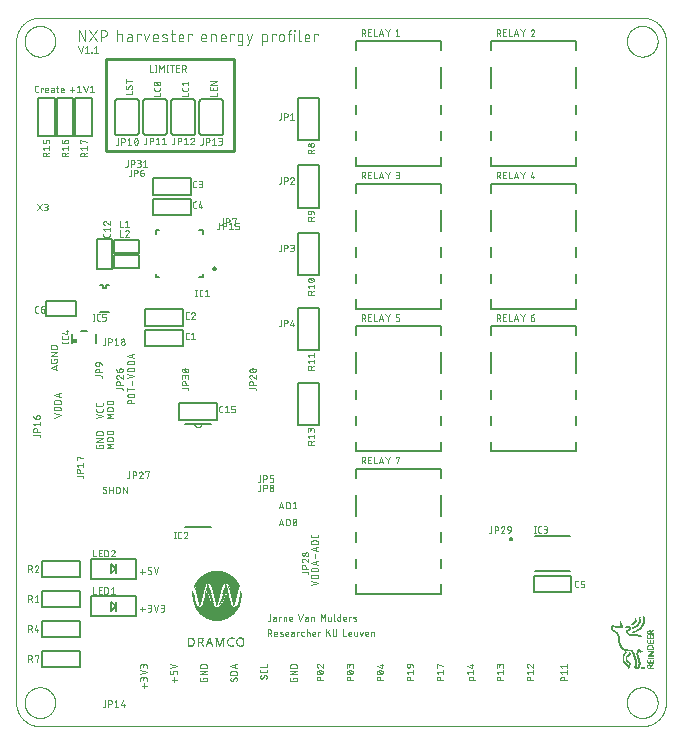
<source format=gto>
G75*
%MOIN*%
%OFA0B0*%
%FSLAX25Y25*%
%IPPOS*%
%LPD*%
%AMOC8*
5,1,8,0,0,1.08239X$1,22.5*
%
%ADD10C,0.00001*%
%ADD11C,0.00200*%
%ADD12R,0.01200X0.00080*%
%ADD13R,0.01360X0.00080*%
%ADD14R,0.01920X0.00080*%
%ADD15R,0.00240X0.00080*%
%ADD16R,0.01520X0.00080*%
%ADD17R,0.02000X0.00080*%
%ADD18R,0.00400X0.00080*%
%ADD19R,0.00240X0.00080*%
%ADD20R,0.00480X0.00080*%
%ADD21R,0.01600X0.00080*%
%ADD22R,0.00160X0.00080*%
%ADD23R,0.00560X0.00080*%
%ADD24R,0.00640X0.00080*%
%ADD25R,0.00320X0.00080*%
%ADD26R,0.00800X0.00080*%
%ADD27R,0.00880X0.00080*%
%ADD28R,0.00320X0.00080*%
%ADD29R,0.00080X0.00080*%
%ADD30R,0.01840X0.00080*%
%ADD31R,0.01120X0.00080*%
%ADD32R,0.00960X0.00080*%
%ADD33R,0.01040X0.00080*%
%ADD34R,0.00720X0.00080*%
%ADD35R,0.01120X0.00080*%
%ADD36R,0.01920X0.00080*%
%ADD37R,0.01520X0.00080*%
%ADD38R,0.01280X0.00080*%
%ADD39R,0.01440X0.00080*%
%ADD40R,0.03680X0.00080*%
%ADD41R,0.03520X0.00080*%
%ADD42R,0.03280X0.00080*%
%ADD43R,0.01760X0.00080*%
%ADD44R,0.00720X0.00080*%
%ADD45R,0.01040X0.00080*%
%ADD46R,0.00640X0.00080*%
%ADD47R,0.01680X0.00080*%
%ADD48R,0.02640X0.00080*%
%ADD49R,0.03120X0.00080*%
%ADD50R,0.03760X0.00080*%
%ADD51R,0.00020X0.00020*%
%ADD52R,0.00360X0.00020*%
%ADD53R,0.00020X0.00020*%
%ADD54R,0.00280X0.00020*%
%ADD55R,0.00700X0.00020*%
%ADD56R,0.00580X0.00020*%
%ADD57R,0.00020X0.00020*%
%ADD58R,0.00800X0.00020*%
%ADD59R,0.00040X0.00020*%
%ADD60R,0.00200X0.00020*%
%ADD61R,0.00220X0.00020*%
%ADD62R,0.00220X0.00020*%
%ADD63R,0.00240X0.00020*%
%ADD64R,0.00180X0.00020*%
%ADD65R,0.00120X0.00020*%
%ADD66R,0.00900X0.00020*%
%ADD67R,0.00760X0.00020*%
%ADD68R,0.01040X0.00020*%
%ADD69R,0.00240X0.00020*%
%ADD70R,0.00160X0.00020*%
%ADD71R,0.01060X0.00020*%
%ADD72R,0.01160X0.00020*%
%ADD73R,0.00200X0.00020*%
%ADD74R,0.00240X0.00020*%
%ADD75R,0.00220X0.00020*%
%ADD76R,0.00180X0.00020*%
%ADD77R,0.00160X0.00020*%
%ADD78R,0.01180X0.00020*%
%ADD79R,0.01000X0.00020*%
%ADD80R,0.01240X0.00020*%
%ADD81R,0.01260X0.00020*%
%ADD82R,0.01100X0.00020*%
%ADD83R,0.01300X0.00020*%
%ADD84R,0.00240X0.00020*%
%ADD85R,0.00220X0.00020*%
%ADD86R,0.01200X0.00020*%
%ADD87R,0.01360X0.00020*%
%ADD88R,0.01340X0.00020*%
%ADD89R,0.01400X0.00020*%
%ADD90R,0.01380X0.00020*%
%ADD91R,0.01320X0.00020*%
%ADD92R,0.01460X0.00020*%
%ADD93R,0.00560X0.00020*%
%ADD94R,0.00020X0.00020*%
%ADD95R,0.00420X0.00020*%
%ADD96R,0.00820X0.00020*%
%ADD97R,0.00260X0.00020*%
%ADD98R,0.00480X0.00020*%
%ADD99R,0.00460X0.00020*%
%ADD100R,0.00280X0.00020*%
%ADD101R,0.00420X0.00020*%
%ADD102R,0.00140X0.00020*%
%ADD103R,0.00400X0.00020*%
%ADD104R,0.00400X0.00020*%
%ADD105R,0.00080X0.00020*%
%ADD106R,0.00380X0.00020*%
%ADD107R,0.00320X0.00020*%
%ADD108R,0.00340X0.00020*%
%ADD109R,0.00320X0.00020*%
%ADD110R,0.00360X0.00020*%
%ADD111R,0.00320X0.00020*%
%ADD112R,0.00300X0.00020*%
%ADD113R,0.00300X0.00020*%
%ADD114R,0.00320X0.00020*%
%ADD115R,0.00260X0.00020*%
%ADD116R,0.01560X0.00020*%
%ADD117R,0.01520X0.00020*%
%ADD118R,0.01520X0.00020*%
%ADD119R,0.01500X0.00020*%
%ADD120R,0.01480X0.00020*%
%ADD121R,0.01440X0.00020*%
%ADD122R,0.01100X0.00020*%
%ADD123R,0.01180X0.00020*%
%ADD124R,0.01220X0.00020*%
%ADD125R,0.01280X0.00020*%
%ADD126R,0.01300X0.00020*%
%ADD127R,0.01340X0.00020*%
%ADD128R,0.00420X0.00020*%
%ADD129R,0.00340X0.00020*%
%ADD130R,0.00340X0.00020*%
%ADD131R,0.00340X0.00020*%
%ADD132R,0.00080X0.00020*%
%ADD133R,0.00440X0.00020*%
%ADD134R,0.00480X0.00020*%
%ADD135R,0.00380X0.00020*%
%ADD136R,0.00520X0.00020*%
%ADD137R,0.00640X0.00020*%
%ADD138R,0.00540X0.00020*%
%ADD139R,0.01400X0.00020*%
%ADD140R,0.00460X0.00020*%
%ADD141R,0.00500X0.00020*%
%ADD142R,0.00560X0.00020*%
%ADD143R,0.00520X0.00020*%
%ADD144R,0.00620X0.00020*%
%ADD145R,0.01320X0.00020*%
%ADD146R,0.01420X0.00020*%
%ADD147R,0.01320X0.00020*%
%ADD148R,0.01280X0.00020*%
%ADD149R,0.01340X0.00020*%
%ADD150R,0.01000X0.00020*%
%ADD151R,0.01060X0.00020*%
%ADD152R,0.00980X0.00020*%
%ADD153R,0.00940X0.00020*%
%ADD154R,0.00900X0.00020*%
%ADD155R,0.00060X0.00020*%
%ADD156R,0.00040X0.00020*%
%ADD157R,0.00140X0.00020*%
%ADD158R,0.00580X0.00020*%
%ADD159R,0.00600X0.00020*%
%ADD160R,0.00040X0.00020*%
%ADD161R,0.00060X0.00020*%
%ADD162R,0.00920X0.00020*%
%ADD163R,0.01860X0.00020*%
%ADD164R,0.02220X0.00020*%
%ADD165R,0.02480X0.00020*%
%ADD166R,0.02700X0.00020*%
%ADD167R,0.02920X0.00020*%
%ADD168R,0.03180X0.00020*%
%ADD169R,0.03360X0.00020*%
%ADD170R,0.03520X0.00020*%
%ADD171R,0.03700X0.00020*%
%ADD172R,0.03900X0.00020*%
%ADD173R,0.04060X0.00020*%
%ADD174R,0.04220X0.00020*%
%ADD175R,0.04340X0.00020*%
%ADD176R,0.04500X0.00020*%
%ADD177R,0.04620X0.00020*%
%ADD178R,0.04780X0.00020*%
%ADD179R,0.04900X0.00020*%
%ADD180R,0.05020X0.00020*%
%ADD181R,0.05140X0.00020*%
%ADD182R,0.05260X0.00020*%
%ADD183R,0.05380X0.00020*%
%ADD184R,0.05500X0.00020*%
%ADD185R,0.05600X0.00020*%
%ADD186R,0.05700X0.00020*%
%ADD187R,0.05820X0.00020*%
%ADD188R,0.05920X0.00020*%
%ADD189R,0.06020X0.00020*%
%ADD190R,0.06140X0.00020*%
%ADD191R,0.06220X0.00020*%
%ADD192R,0.06320X0.00020*%
%ADD193R,0.06420X0.00020*%
%ADD194R,0.06500X0.00020*%
%ADD195R,0.06580X0.00020*%
%ADD196R,0.06700X0.00020*%
%ADD197R,0.06780X0.00020*%
%ADD198R,0.06860X0.00020*%
%ADD199R,0.06940X0.00020*%
%ADD200R,0.07020X0.00020*%
%ADD201R,0.07120X0.00020*%
%ADD202R,0.07200X0.00020*%
%ADD203R,0.07300X0.00020*%
%ADD204R,0.07360X0.00020*%
%ADD205R,0.07460X0.00020*%
%ADD206R,0.07520X0.00020*%
%ADD207R,0.07600X0.00020*%
%ADD208R,0.07660X0.00020*%
%ADD209R,0.07740X0.00020*%
%ADD210R,0.07820X0.00020*%
%ADD211R,0.07900X0.00020*%
%ADD212R,0.07980X0.00020*%
%ADD213R,0.08040X0.00020*%
%ADD214R,0.08100X0.00020*%
%ADD215R,0.08180X0.00020*%
%ADD216R,0.08260X0.00020*%
%ADD217R,0.08320X0.00020*%
%ADD218R,0.08380X0.00020*%
%ADD219R,0.08460X0.00020*%
%ADD220R,0.08520X0.00020*%
%ADD221R,0.08580X0.00020*%
%ADD222R,0.08660X0.00020*%
%ADD223R,0.08700X0.00020*%
%ADD224R,0.08780X0.00020*%
%ADD225R,0.08840X0.00020*%
%ADD226R,0.08900X0.00020*%
%ADD227R,0.08960X0.00020*%
%ADD228R,0.09020X0.00020*%
%ADD229R,0.09080X0.00020*%
%ADD230R,0.09140X0.00020*%
%ADD231R,0.09200X0.00020*%
%ADD232R,0.09260X0.00020*%
%ADD233R,0.09320X0.00020*%
%ADD234R,0.09380X0.00020*%
%ADD235R,0.09420X0.00020*%
%ADD236R,0.09500X0.00020*%
%ADD237R,0.09540X0.00020*%
%ADD238R,0.09600X0.00020*%
%ADD239R,0.09660X0.00020*%
%ADD240R,0.09700X0.00020*%
%ADD241R,0.09760X0.00020*%
%ADD242R,0.09820X0.00020*%
%ADD243R,0.09860X0.00020*%
%ADD244R,0.09920X0.00020*%
%ADD245R,0.09980X0.00020*%
%ADD246R,0.10020X0.00020*%
%ADD247R,0.10080X0.00020*%
%ADD248R,0.10140X0.00020*%
%ADD249R,0.10180X0.00020*%
%ADD250R,0.10220X0.00020*%
%ADD251R,0.10280X0.00020*%
%ADD252R,0.10340X0.00020*%
%ADD253R,0.10380X0.00020*%
%ADD254R,0.10420X0.00020*%
%ADD255R,0.10460X0.00020*%
%ADD256R,0.10520X0.00020*%
%ADD257R,0.10580X0.00020*%
%ADD258R,0.10620X0.00020*%
%ADD259R,0.10660X0.00020*%
%ADD260R,0.10720X0.00020*%
%ADD261R,0.10740X0.00020*%
%ADD262R,0.10820X0.00020*%
%ADD263R,0.10840X0.00020*%
%ADD264R,0.10900X0.00020*%
%ADD265R,0.10940X0.00020*%
%ADD266R,0.10980X0.00020*%
%ADD267R,0.11020X0.00020*%
%ADD268R,0.11060X0.00020*%
%ADD269R,0.11120X0.00020*%
%ADD270R,0.11140X0.00020*%
%ADD271R,0.11200X0.00020*%
%ADD272R,0.11240X0.00020*%
%ADD273R,0.11300X0.00020*%
%ADD274R,0.11320X0.00020*%
%ADD275R,0.11380X0.00020*%
%ADD276R,0.11400X0.00020*%
%ADD277R,0.11460X0.00020*%
%ADD278R,0.11500X0.00020*%
%ADD279R,0.11520X0.00020*%
%ADD280R,0.11580X0.00020*%
%ADD281R,0.11620X0.00020*%
%ADD282R,0.11660X0.00020*%
%ADD283R,0.11680X0.00020*%
%ADD284R,0.11740X0.00020*%
%ADD285R,0.11760X0.00020*%
%ADD286R,0.11820X0.00020*%
%ADD287R,0.11840X0.00020*%
%ADD288R,0.11900X0.00020*%
%ADD289R,0.11920X0.00020*%
%ADD290R,0.11960X0.00020*%
%ADD291R,0.11980X0.00020*%
%ADD292R,0.12040X0.00020*%
%ADD293R,0.12060X0.00020*%
%ADD294R,0.12100X0.00020*%
%ADD295R,0.12140X0.00020*%
%ADD296R,0.12180X0.00020*%
%ADD297R,0.12220X0.00020*%
%ADD298R,0.12240X0.00020*%
%ADD299R,0.12300X0.00020*%
%ADD300R,0.12320X0.00020*%
%ADD301R,0.12360X0.00020*%
%ADD302R,0.12380X0.00020*%
%ADD303R,0.12420X0.00020*%
%ADD304R,0.12460X0.00020*%
%ADD305R,0.12500X0.00020*%
%ADD306R,0.12540X0.00020*%
%ADD307R,0.12560X0.00020*%
%ADD308R,0.12600X0.00020*%
%ADD309R,0.12620X0.00020*%
%ADD310R,0.12660X0.00020*%
%ADD311R,0.12700X0.00020*%
%ADD312R,0.12720X0.00020*%
%ADD313R,0.12760X0.00020*%
%ADD314R,0.12780X0.00020*%
%ADD315R,0.12820X0.00020*%
%ADD316R,0.12860X0.00020*%
%ADD317R,0.12880X0.00020*%
%ADD318R,0.12920X0.00020*%
%ADD319R,0.12940X0.00020*%
%ADD320R,0.12980X0.00020*%
%ADD321R,0.13020X0.00020*%
%ADD322R,0.13040X0.00020*%
%ADD323R,0.13060X0.00020*%
%ADD324R,0.13100X0.00020*%
%ADD325R,0.13140X0.00020*%
%ADD326R,0.13160X0.00020*%
%ADD327R,0.13180X0.00020*%
%ADD328R,0.13220X0.00020*%
%ADD329R,0.13240X0.00020*%
%ADD330R,0.13260X0.00020*%
%ADD331R,0.13300X0.00020*%
%ADD332R,0.13340X0.00020*%
%ADD333R,0.13360X0.00020*%
%ADD334R,0.13380X0.00020*%
%ADD335R,0.13420X0.00020*%
%ADD336R,0.13460X0.00020*%
%ADD337R,0.13460X0.00020*%
%ADD338R,0.13500X0.00020*%
%ADD339R,0.13520X0.00020*%
%ADD340R,0.13540X0.00020*%
%ADD341R,0.13580X0.00020*%
%ADD342R,0.13620X0.00020*%
%ADD343R,0.13660X0.00020*%
%ADD344R,0.13700X0.00020*%
%ADD345R,0.13700X0.00020*%
%ADD346R,0.13740X0.00020*%
%ADD347R,0.13760X0.00020*%
%ADD348R,0.13780X0.00020*%
%ADD349R,0.13820X0.00020*%
%ADD350R,0.13840X0.00020*%
%ADD351R,0.13860X0.00020*%
%ADD352R,0.13900X0.00020*%
%ADD353R,0.13920X0.00020*%
%ADD354R,0.13940X0.00020*%
%ADD355R,0.13980X0.00020*%
%ADD356R,0.13980X0.00020*%
%ADD357R,0.14020X0.00020*%
%ADD358R,0.14040X0.00020*%
%ADD359R,0.14060X0.00020*%
%ADD360R,0.14080X0.00020*%
%ADD361R,0.14100X0.00020*%
%ADD362R,0.14140X0.00020*%
%ADD363R,0.14160X0.00020*%
%ADD364R,0.14180X0.00020*%
%ADD365R,0.14200X0.00020*%
%ADD366R,0.14220X0.00020*%
%ADD367R,0.14260X0.00020*%
%ADD368R,0.14260X0.00020*%
%ADD369R,0.14300X0.00020*%
%ADD370R,0.14320X0.00020*%
%ADD371R,0.14340X0.00020*%
%ADD372R,0.14360X0.00020*%
%ADD373R,0.14380X0.00020*%
%ADD374R,0.14400X0.00020*%
%ADD375R,0.14420X0.00020*%
%ADD376R,0.14460X0.00020*%
%ADD377R,0.05460X0.00020*%
%ADD378R,0.01360X0.00020*%
%ADD379R,0.01220X0.00020*%
%ADD380R,0.05240X0.00020*%
%ADD381R,0.05240X0.00020*%
%ADD382R,0.05120X0.00020*%
%ADD383R,0.05100X0.00020*%
%ADD384R,0.01120X0.00020*%
%ADD385R,0.05020X0.00020*%
%ADD386R,0.05000X0.00020*%
%ADD387R,0.01160X0.00020*%
%ADD388R,0.04920X0.00020*%
%ADD389R,0.04900X0.00020*%
%ADD390R,0.01120X0.00020*%
%ADD391R,0.01080X0.00020*%
%ADD392R,0.04840X0.00020*%
%ADD393R,0.04840X0.00020*%
%ADD394R,0.01020X0.00020*%
%ADD395R,0.04740X0.00020*%
%ADD396R,0.04740X0.00020*%
%ADD397R,0.01020X0.00020*%
%ADD398R,0.04680X0.00020*%
%ADD399R,0.04660X0.00020*%
%ADD400R,0.04620X0.00020*%
%ADD401R,0.04600X0.00020*%
%ADD402R,0.04580X0.00020*%
%ADD403R,0.00980X0.00020*%
%ADD404R,0.04540X0.00020*%
%ADD405R,0.04540X0.00020*%
%ADD406R,0.00960X0.00020*%
%ADD407R,0.04480X0.00020*%
%ADD408R,0.04460X0.00020*%
%ADD409R,0.04420X0.00020*%
%ADD410R,0.04400X0.00020*%
%ADD411R,0.00960X0.00020*%
%ADD412R,0.04380X0.00020*%
%ADD413R,0.04320X0.00020*%
%ADD414R,0.04320X0.00020*%
%ADD415R,0.04300X0.00020*%
%ADD416R,0.04280X0.00020*%
%ADD417R,0.00940X0.00020*%
%ADD418R,0.04240X0.00020*%
%ADD419R,0.04220X0.00020*%
%ADD420R,0.04200X0.00020*%
%ADD421R,0.00920X0.00020*%
%ADD422R,0.04180X0.00020*%
%ADD423R,0.04160X0.00020*%
%ADD424R,0.00940X0.00020*%
%ADD425R,0.04120X0.00020*%
%ADD426R,0.04080X0.00020*%
%ADD427R,0.00920X0.00020*%
%ADD428R,0.04040X0.00020*%
%ADD429R,0.04020X0.00020*%
%ADD430R,0.04020X0.00020*%
%ADD431R,0.04000X0.00020*%
%ADD432R,0.03980X0.00020*%
%ADD433R,0.00940X0.00020*%
%ADD434R,0.00920X0.00020*%
%ADD435R,0.03960X0.00020*%
%ADD436R,0.03940X0.00020*%
%ADD437R,0.03920X0.00020*%
%ADD438R,0.03880X0.00020*%
%ADD439R,0.03840X0.00020*%
%ADD440R,0.03820X0.00020*%
%ADD441R,0.03840X0.00020*%
%ADD442R,0.00100X0.00020*%
%ADD443R,0.03820X0.00020*%
%ADD444R,0.03800X0.00020*%
%ADD445R,0.00120X0.00020*%
%ADD446R,0.00120X0.00020*%
%ADD447R,0.03760X0.00020*%
%ADD448R,0.00120X0.00020*%
%ADD449R,0.03780X0.00020*%
%ADD450R,0.00140X0.00020*%
%ADD451R,0.03760X0.00020*%
%ADD452R,0.03740X0.00020*%
%ADD453R,0.03720X0.00020*%
%ADD454R,0.03720X0.00020*%
%ADD455R,0.03680X0.00020*%
%ADD456R,0.03660X0.00020*%
%ADD457R,0.03640X0.00020*%
%ADD458R,0.03620X0.00020*%
%ADD459R,0.03600X0.00020*%
%ADD460R,0.03580X0.00020*%
%ADD461R,0.03560X0.00020*%
%ADD462R,0.03540X0.00020*%
%ADD463R,0.03540X0.00020*%
%ADD464R,0.03520X0.00020*%
%ADD465R,0.03500X0.00020*%
%ADD466R,0.03480X0.00020*%
%ADD467R,0.03460X0.00020*%
%ADD468R,0.03440X0.00020*%
%ADD469R,0.03440X0.00020*%
%ADD470R,0.03420X0.00020*%
%ADD471R,0.03420X0.00020*%
%ADD472R,0.03420X0.00020*%
%ADD473R,0.03400X0.00020*%
%ADD474R,0.03380X0.00020*%
%ADD475R,0.03360X0.00020*%
%ADD476R,0.00420X0.00020*%
%ADD477R,0.03340X0.00020*%
%ADD478R,0.03340X0.00020*%
%ADD479R,0.00440X0.00020*%
%ADD480R,0.03320X0.00020*%
%ADD481R,0.03300X0.00020*%
%ADD482R,0.03280X0.00020*%
%ADD483R,0.03260X0.00020*%
%ADD484R,0.03260X0.00020*%
%ADD485R,0.03240X0.00020*%
%ADD486R,0.00500X0.00020*%
%ADD487R,0.00880X0.00020*%
%ADD488R,0.03220X0.00020*%
%ADD489R,0.03200X0.00020*%
%ADD490R,0.00520X0.00020*%
%ADD491R,0.00540X0.00020*%
%ADD492R,0.03160X0.00020*%
%ADD493R,0.00100X0.00020*%
%ADD494R,0.03160X0.00020*%
%ADD495R,0.03140X0.00020*%
%ADD496R,0.03120X0.00020*%
%ADD497R,0.03120X0.00020*%
%ADD498R,0.03100X0.00020*%
%ADD499R,0.03100X0.00020*%
%ADD500R,0.03080X0.00020*%
%ADD501R,0.00600X0.00020*%
%ADD502R,0.03060X0.00020*%
%ADD503R,0.00620X0.00020*%
%ADD504R,0.03040X0.00020*%
%ADD505R,0.03040X0.00020*%
%ADD506R,0.03020X0.00020*%
%ADD507R,0.00660X0.00020*%
%ADD508R,0.03000X0.00020*%
%ADD509R,0.00140X0.00020*%
%ADD510R,0.00640X0.00020*%
%ADD511R,0.00660X0.00020*%
%ADD512R,0.02980X0.00020*%
%ADD513R,0.00680X0.00020*%
%ADD514R,0.02980X0.00020*%
%ADD515R,0.02960X0.00020*%
%ADD516R,0.00700X0.00020*%
%ADD517R,0.02940X0.00020*%
%ADD518R,0.00680X0.00020*%
%ADD519R,0.02920X0.00020*%
%ADD520R,0.00720X0.00020*%
%ADD521R,0.02920X0.00020*%
%ADD522R,0.00720X0.00020*%
%ADD523R,0.02900X0.00020*%
%ADD524R,0.00740X0.00020*%
%ADD525R,0.02880X0.00020*%
%ADD526R,0.00720X0.00020*%
%ADD527R,0.00740X0.00020*%
%ADD528R,0.02860X0.00020*%
%ADD529R,0.02880X0.00020*%
%ADD530R,0.00880X0.00020*%
%ADD531R,0.02860X0.00020*%
%ADD532R,0.02840X0.00020*%
%ADD533R,0.02820X0.00020*%
%ADD534R,0.02820X0.00020*%
%ADD535R,0.00780X0.00020*%
%ADD536R,0.02820X0.00020*%
%ADD537R,0.02820X0.00020*%
%ADD538R,0.00780X0.00020*%
%ADD539R,0.02800X0.00020*%
%ADD540R,0.02780X0.00020*%
%ADD541R,0.00800X0.00020*%
%ADD542R,0.02780X0.00020*%
%ADD543R,0.02760X0.00020*%
%ADD544R,0.02760X0.00020*%
%ADD545R,0.00820X0.00020*%
%ADD546R,0.02740X0.00020*%
%ADD547R,0.02720X0.00020*%
%ADD548R,0.00840X0.00020*%
%ADD549R,0.00840X0.00020*%
%ADD550R,0.02720X0.00020*%
%ADD551R,0.00860X0.00020*%
%ADD552R,0.02700X0.00020*%
%ADD553R,0.00860X0.00020*%
%ADD554R,0.02680X0.00020*%
%ADD555R,0.02680X0.00020*%
%ADD556R,0.02660X0.00020*%
%ADD557R,0.02640X0.00020*%
%ADD558R,0.02620X0.00020*%
%ADD559R,0.02640X0.00020*%
%ADD560R,0.02620X0.00020*%
%ADD561R,0.02600X0.00020*%
%ADD562R,0.02600X0.00020*%
%ADD563R,0.02580X0.00020*%
%ADD564R,0.02580X0.00020*%
%ADD565R,0.02560X0.00020*%
%ADD566R,0.02560X0.00020*%
%ADD567R,0.02540X0.00020*%
%ADD568R,0.02520X0.00020*%
%ADD569R,0.02520X0.00020*%
%ADD570R,0.02500X0.00020*%
%ADD571R,0.02520X0.00020*%
%ADD572R,0.02500X0.00020*%
%ADD573R,0.02460X0.00020*%
%ADD574R,0.02460X0.00020*%
%ADD575R,0.01020X0.00020*%
%ADD576R,0.01020X0.00020*%
%ADD577R,0.02440X0.00020*%
%ADD578R,0.02440X0.00020*%
%ADD579R,0.01040X0.00020*%
%ADD580R,0.02440X0.00020*%
%ADD581R,0.02420X0.00020*%
%ADD582R,0.02400X0.00020*%
%ADD583R,0.02380X0.00020*%
%ADD584R,0.02380X0.00020*%
%ADD585R,0.02360X0.00020*%
%ADD586R,0.01080X0.00020*%
%ADD587R,0.02360X0.00020*%
%ADD588R,0.02340X0.00020*%
%ADD589R,0.02320X0.00020*%
%ADD590R,0.02300X0.00020*%
%ADD591R,0.01140X0.00020*%
%ADD592R,0.02300X0.00020*%
%ADD593R,0.01120X0.00020*%
%ADD594R,0.02280X0.00020*%
%ADD595R,0.01140X0.00020*%
%ADD596R,0.02280X0.00020*%
%ADD597R,0.02260X0.00020*%
%ADD598R,0.02240X0.00020*%
%ADD599R,0.02220X0.00020*%
%ADD600R,0.02220X0.00020*%
%ADD601R,0.02220X0.00020*%
%ADD602R,0.01200X0.00020*%
%ADD603R,0.02200X0.00020*%
%ADD604R,0.02180X0.00020*%
%ADD605R,0.02180X0.00020*%
%ADD606R,0.02160X0.00020*%
%ADD607R,0.00440X0.00020*%
%ADD608R,0.02140X0.00020*%
%ADD609R,0.02140X0.00020*%
%ADD610R,0.01240X0.00020*%
%ADD611R,0.02140X0.00020*%
%ADD612R,0.02120X0.00020*%
%ADD613R,0.02120X0.00020*%
%ADD614R,0.02100X0.00020*%
%ADD615R,0.01260X0.00020*%
%ADD616R,0.02100X0.00020*%
%ADD617R,0.02080X0.00020*%
%ADD618R,0.02060X0.00020*%
%ADD619R,0.00840X0.00020*%
%ADD620R,0.02060X0.00020*%
%ADD621R,0.02040X0.00020*%
%ADD622R,0.02040X0.00020*%
%ADD623R,0.02020X0.00020*%
%ADD624R,0.02020X0.00020*%
%ADD625R,0.01320X0.00020*%
%ADD626R,0.02000X0.00020*%
%ADD627R,0.01980X0.00020*%
%ADD628R,0.01980X0.00020*%
%ADD629R,0.01960X0.00020*%
%ADD630R,0.01940X0.00020*%
%ADD631R,0.01380X0.00020*%
%ADD632R,0.00520X0.00020*%
%ADD633R,0.01920X0.00020*%
%ADD634R,0.01920X0.00020*%
%ADD635R,0.00840X0.00020*%
%ADD636R,0.01900X0.00020*%
%ADD637R,0.01880X0.00020*%
%ADD638R,0.01420X0.00020*%
%ADD639R,0.01420X0.00020*%
%ADD640R,0.01860X0.00020*%
%ADD641R,0.00540X0.00020*%
%ADD642R,0.01840X0.00020*%
%ADD643R,0.01420X0.00020*%
%ADD644R,0.01440X0.00020*%
%ADD645R,0.01840X0.00020*%
%ADD646R,0.00820X0.00020*%
%ADD647R,0.01820X0.00020*%
%ADD648R,0.01460X0.00020*%
%ADD649R,0.01800X0.00020*%
%ADD650R,0.01800X0.00020*%
%ADD651R,0.01780X0.00020*%
%ADD652R,0.01760X0.00020*%
%ADD653R,0.01740X0.00020*%
%ADD654R,0.01480X0.00020*%
%ADD655R,0.00820X0.00020*%
%ADD656R,0.01740X0.00020*%
%ADD657R,0.01500X0.00020*%
%ADD658R,0.01720X0.00020*%
%ADD659R,0.01520X0.00020*%
%ADD660R,0.01700X0.00020*%
%ADD661R,0.01700X0.00020*%
%ADD662R,0.01520X0.00020*%
%ADD663R,0.01540X0.00020*%
%ADD664R,0.01680X0.00020*%
%ADD665R,0.01540X0.00020*%
%ADD666R,0.01680X0.00020*%
%ADD667R,0.01660X0.00020*%
%ADD668R,0.01560X0.00020*%
%ADD669R,0.01640X0.00020*%
%ADD670R,0.01580X0.00020*%
%ADD671R,0.00620X0.00020*%
%ADD672R,0.01580X0.00020*%
%ADD673R,0.01620X0.00020*%
%ADD674R,0.01620X0.00020*%
%ADD675R,0.01600X0.00020*%
%ADD676R,0.01600X0.00020*%
%ADD677R,0.00620X0.00020*%
%ADD678R,0.01620X0.00020*%
%ADD679R,0.00640X0.00020*%
%ADD680R,0.00640X0.00020*%
%ADD681R,0.01540X0.00020*%
%ADD682R,0.01640X0.00020*%
%ADD683R,0.00760X0.00020*%
%ADD684R,0.01540X0.00020*%
%ADD685R,0.01660X0.00020*%
%ADD686R,0.00740X0.00020*%
%ADD687R,0.01720X0.00020*%
%ADD688R,0.01720X0.00020*%
%ADD689R,0.01760X0.00020*%
%ADD690R,0.01780X0.00020*%
%ADD691R,0.00720X0.00020*%
%ADD692R,0.00740X0.00020*%
%ADD693R,0.01820X0.00020*%
%ADD694R,0.01820X0.00020*%
%ADD695R,0.01240X0.00020*%
%ADD696R,0.01840X0.00020*%
%ADD697R,0.01240X0.00020*%
%ADD698R,0.01220X0.00020*%
%ADD699R,0.01880X0.00020*%
%ADD700R,0.01900X0.00020*%
%ADD701R,0.01920X0.00020*%
%ADD702R,0.01940X0.00020*%
%ADD703R,0.01960X0.00020*%
%ADD704R,0.02000X0.00020*%
%ADD705R,0.02020X0.00020*%
%ADD706R,0.02020X0.00020*%
%ADD707R,0.02080X0.00020*%
%ADD708R,0.02120X0.00020*%
%ADD709R,0.02140X0.00020*%
%ADD710R,0.02120X0.00020*%
%ADD711R,0.02160X0.00020*%
%ADD712R,0.02200X0.00020*%
%ADD713R,0.02240X0.00020*%
%ADD714R,0.02260X0.00020*%
%ADD715R,0.00440X0.00020*%
%ADD716R,0.02320X0.00020*%
%ADD717R,0.02320X0.00020*%
%ADD718R,0.02340X0.00020*%
%ADD719R,0.02400X0.00020*%
%ADD720R,0.02420X0.00020*%
%ADD721R,0.01040X0.00020*%
%ADD722R,0.02420X0.00020*%
%ADD723R,0.01040X0.00020*%
%ADD724R,0.02440X0.00020*%
%ADD725R,0.02480X0.00020*%
%ADD726R,0.02520X0.00020*%
%ADD727R,0.02540X0.00020*%
%ADD728R,0.01120X0.00020*%
%ADD729R,0.01140X0.00020*%
%ADD730R,0.00040X0.00020*%
%ADD731R,0.01140X0.00020*%
%ADD732R,0.02620X0.00020*%
%ADD733R,0.02660X0.00020*%
%ADD734R,0.02720X0.00020*%
%ADD735R,0.02720X0.00020*%
%ADD736R,0.02740X0.00020*%
%ADD737R,0.02740X0.00020*%
%ADD738R,0.01220X0.00020*%
%ADD739R,0.02800X0.00020*%
%ADD740R,0.02840X0.00020*%
%ADD741R,0.02900X0.00020*%
%ADD742R,0.02920X0.00020*%
%ADD743R,0.02960X0.00020*%
%ADD744R,0.03000X0.00020*%
%ADD745R,0.03020X0.00020*%
%ADD746R,0.03020X0.00020*%
%ADD747R,0.03040X0.00020*%
%ADD748R,0.03060X0.00020*%
%ADD749R,0.03080X0.00020*%
%ADD750R,0.03120X0.00020*%
%ADD751R,0.03120X0.00020*%
%ADD752R,0.03140X0.00020*%
%ADD753R,0.03180X0.00020*%
%ADD754R,0.03200X0.00020*%
%ADD755R,0.03220X0.00020*%
%ADD756R,0.03240X0.00020*%
%ADD757R,0.03280X0.00020*%
%ADD758R,0.03300X0.00020*%
%ADD759R,0.03320X0.00020*%
%ADD760R,0.03400X0.00020*%
%ADD761R,0.03420X0.00020*%
%ADD762R,0.02620X0.00020*%
%ADD763R,0.03480X0.00020*%
%ADD764R,0.03500X0.00020*%
%ADD765R,0.03520X0.00020*%
%ADD766R,0.03560X0.00020*%
%ADD767R,0.02420X0.00020*%
%ADD768R,0.03580X0.00020*%
%ADD769R,0.00540X0.00020*%
%ADD770R,0.03620X0.00020*%
%ADD771R,0.03640X0.00020*%
%ADD772R,0.03640X0.00020*%
%ADD773R,0.03680X0.00020*%
%ADD774R,0.03700X0.00020*%
%ADD775R,0.03720X0.00020*%
%ADD776R,0.03780X0.00020*%
%ADD777R,0.03800X0.00020*%
%ADD778R,0.03860X0.00020*%
%ADD779R,0.03880X0.00020*%
%ADD780R,0.03920X0.00020*%
%ADD781R,0.03940X0.00020*%
%ADD782R,0.03960X0.00020*%
%ADD783R,0.03980X0.00020*%
%ADD784R,0.04000X0.00020*%
%ADD785R,0.04040X0.00020*%
%ADD786R,0.04060X0.00020*%
%ADD787R,0.04080X0.00020*%
%ADD788R,0.04100X0.00020*%
%ADD789R,0.04120X0.00020*%
%ADD790R,0.04140X0.00020*%
%ADD791R,0.04220X0.00020*%
%ADD792R,0.04240X0.00020*%
%ADD793R,0.04260X0.00020*%
%ADD794R,0.04360X0.00020*%
%ADD795R,0.04440X0.00020*%
%ADD796R,0.04500X0.00020*%
%ADD797R,0.04520X0.00020*%
%ADD798R,0.04560X0.00020*%
%ADD799R,0.04620X0.00020*%
%ADD800R,0.04640X0.00020*%
%ADD801R,0.01940X0.00020*%
%ADD802R,0.04700X0.00020*%
%ADD803R,0.04760X0.00020*%
%ADD804R,0.04820X0.00020*%
%ADD805R,0.04880X0.00020*%
%ADD806R,0.04960X0.00020*%
%ADD807R,0.03820X0.00020*%
%ADD808R,0.05040X0.00020*%
%ADD809R,0.03860X0.00020*%
%ADD810R,0.05180X0.00020*%
%ADD811R,0.05340X0.00020*%
%ADD812R,0.03940X0.00020*%
%ADD813R,0.09880X0.00020*%
%ADD814R,0.14000X0.00020*%
%ADD815R,0.13940X0.00020*%
%ADD816R,0.13920X0.00020*%
%ADD817R,0.13900X0.00020*%
%ADD818R,0.13820X0.00020*%
%ADD819R,0.13800X0.00020*%
%ADD820R,0.13720X0.00020*%
%ADD821R,0.13660X0.00020*%
%ADD822R,0.13640X0.00020*%
%ADD823R,0.13580X0.00020*%
%ADD824R,0.13560X0.00020*%
%ADD825R,0.13500X0.00020*%
%ADD826R,0.13480X0.00020*%
%ADD827R,0.13420X0.00020*%
%ADD828R,0.13400X0.00020*%
%ADD829R,0.13300X0.00020*%
%ADD830R,0.13280X0.00020*%
%ADD831R,0.13220X0.00020*%
%ADD832R,0.13200X0.00020*%
%ADD833R,0.13160X0.00020*%
%ADD834R,0.13140X0.00020*%
%ADD835R,0.13100X0.00020*%
%ADD836R,0.13080X0.00020*%
%ADD837R,0.13020X0.00020*%
%ADD838R,0.12980X0.00020*%
%ADD839R,0.12960X0.00020*%
%ADD840R,0.12920X0.00020*%
%ADD841R,0.12900X0.00020*%
%ADD842R,0.12860X0.00020*%
%ADD843R,0.12820X0.00020*%
%ADD844R,0.12800X0.00020*%
%ADD845R,0.12760X0.00020*%
%ADD846R,0.12740X0.00020*%
%ADD847R,0.12700X0.00020*%
%ADD848R,0.12660X0.00020*%
%ADD849R,0.12640X0.00020*%
%ADD850R,0.12600X0.00020*%
%ADD851R,0.12580X0.00020*%
%ADD852R,0.12540X0.00020*%
%ADD853R,0.12500X0.00020*%
%ADD854R,0.12480X0.00020*%
%ADD855R,0.12420X0.00020*%
%ADD856R,0.12400X0.00020*%
%ADD857R,0.12360X0.00020*%
%ADD858R,0.12340X0.00020*%
%ADD859R,0.12300X0.00020*%
%ADD860R,0.12260X0.00020*%
%ADD861R,0.12200X0.00020*%
%ADD862R,0.12140X0.00020*%
%ADD863R,0.12120X0.00020*%
%ADD864R,0.12080X0.00020*%
%ADD865R,0.12000X0.00020*%
%ADD866R,0.11940X0.00020*%
%ADD867R,0.11900X0.00020*%
%ADD868R,0.11860X0.00020*%
%ADD869R,0.11820X0.00020*%
%ADD870R,0.11780X0.00020*%
%ADD871R,0.11740X0.00020*%
%ADD872R,0.11700X0.00020*%
%ADD873R,0.11620X0.00020*%
%ADD874R,0.11580X0.00020*%
%ADD875R,0.11540X0.00020*%
%ADD876R,0.11500X0.00020*%
%ADD877R,0.11480X0.00020*%
%ADD878R,0.11420X0.00020*%
%ADD879R,0.11380X0.00020*%
%ADD880R,0.11340X0.00020*%
%ADD881R,0.11300X0.00020*%
%ADD882R,0.11260X0.00020*%
%ADD883R,0.11220X0.00020*%
%ADD884R,0.11180X0.00020*%
%ADD885R,0.11080X0.00020*%
%ADD886R,0.11000X0.00020*%
%ADD887R,0.10960X0.00020*%
%ADD888R,0.10920X0.00020*%
%ADD889R,0.10860X0.00020*%
%ADD890R,0.10780X0.00020*%
%ADD891R,0.10720X0.00020*%
%ADD892R,0.10700X0.00020*%
%ADD893R,0.10640X0.00020*%
%ADD894R,0.10600X0.00020*%
%ADD895R,0.10540X0.00020*%
%ADD896R,0.10500X0.00020*%
%ADD897R,0.10400X0.00020*%
%ADD898R,0.10360X0.00020*%
%ADD899R,0.10300X0.00020*%
%ADD900R,0.10260X0.00020*%
%ADD901R,0.10200X0.00020*%
%ADD902R,0.10160X0.00020*%
%ADD903R,0.10100X0.00020*%
%ADD904R,0.10060X0.00020*%
%ADD905R,0.10000X0.00020*%
%ADD906R,0.09940X0.00020*%
%ADD907R,0.09900X0.00020*%
%ADD908R,0.09840X0.00020*%
%ADD909R,0.09780X0.00020*%
%ADD910R,0.09740X0.00020*%
%ADD911R,0.09680X0.00020*%
%ADD912R,0.09620X0.00020*%
%ADD913R,0.09580X0.00020*%
%ADD914R,0.09520X0.00020*%
%ADD915R,0.09460X0.00020*%
%ADD916R,0.09400X0.00020*%
%ADD917R,0.09340X0.00020*%
%ADD918R,0.09300X0.00020*%
%ADD919R,0.09220X0.00020*%
%ADD920R,0.09180X0.00020*%
%ADD921R,0.09120X0.00020*%
%ADD922R,0.09060X0.00020*%
%ADD923R,0.09000X0.00020*%
%ADD924R,0.08920X0.00020*%
%ADD925R,0.08860X0.00020*%
%ADD926R,0.08800X0.00020*%
%ADD927R,0.08740X0.00020*%
%ADD928R,0.08680X0.00020*%
%ADD929R,0.08620X0.00020*%
%ADD930R,0.08560X0.00020*%
%ADD931R,0.08480X0.00020*%
%ADD932R,0.08420X0.00020*%
%ADD933R,0.08340X0.00020*%
%ADD934R,0.08280X0.00020*%
%ADD935R,0.08220X0.00020*%
%ADD936R,0.08140X0.00020*%
%ADD937R,0.08080X0.00020*%
%ADD938R,0.08000X0.00020*%
%ADD939R,0.07940X0.00020*%
%ADD940R,0.07860X0.00020*%
%ADD941R,0.07800X0.00020*%
%ADD942R,0.07700X0.00020*%
%ADD943R,0.07640X0.00020*%
%ADD944R,0.07580X0.00020*%
%ADD945R,0.07480X0.00020*%
%ADD946R,0.07400X0.00020*%
%ADD947R,0.07320X0.00020*%
%ADD948R,0.07240X0.00020*%
%ADD949R,0.07160X0.00020*%
%ADD950R,0.07080X0.00020*%
%ADD951R,0.07000X0.00020*%
%ADD952R,0.06900X0.00020*%
%ADD953R,0.06840X0.00020*%
%ADD954R,0.06740X0.00020*%
%ADD955R,0.06660X0.00020*%
%ADD956R,0.06560X0.00020*%
%ADD957R,0.06480X0.00020*%
%ADD958R,0.06380X0.00020*%
%ADD959R,0.06280X0.00020*%
%ADD960R,0.06180X0.00020*%
%ADD961R,0.06100X0.00020*%
%ADD962R,0.05980X0.00020*%
%ADD963R,0.05900X0.00020*%
%ADD964R,0.05780X0.00020*%
%ADD965R,0.05660X0.00020*%
%ADD966R,0.05560X0.00020*%
%ADD967R,0.05220X0.00020*%
%ADD968R,0.04980X0.00020*%
%ADD969R,0.04860X0.00020*%
%ADD970R,0.04740X0.00020*%
%ADD971R,0.04580X0.00020*%
%ADD972R,0.04300X0.00020*%
%ADD973R,0.04120X0.00020*%
%ADD974R,0.03660X0.00020*%
%ADD975C,0.01000*%
%ADD976C,0.00300*%
%ADD977C,0.00800*%
%ADD978C,0.00787*%
%ADD979C,0.00500*%
%ADD980C,0.00600*%
%ADD981C,0.00000*%
%ADD982C,0.01575*%
D10*
X0105675Y0063549D02*
X0105675Y0284021D01*
X0108431Y0284021D02*
X0108433Y0284164D01*
X0108439Y0284307D01*
X0108449Y0284449D01*
X0108463Y0284591D01*
X0108481Y0284733D01*
X0108503Y0284875D01*
X0108528Y0285015D01*
X0108558Y0285155D01*
X0108592Y0285294D01*
X0108629Y0285432D01*
X0108671Y0285569D01*
X0108716Y0285704D01*
X0108765Y0285838D01*
X0108817Y0285971D01*
X0108873Y0286103D01*
X0108933Y0286232D01*
X0108997Y0286360D01*
X0109064Y0286487D01*
X0109135Y0286611D01*
X0109209Y0286733D01*
X0109286Y0286853D01*
X0109367Y0286971D01*
X0109451Y0287087D01*
X0109538Y0287200D01*
X0109628Y0287311D01*
X0109722Y0287419D01*
X0109818Y0287525D01*
X0109917Y0287627D01*
X0110020Y0287727D01*
X0110124Y0287824D01*
X0110232Y0287919D01*
X0110342Y0288010D01*
X0110455Y0288098D01*
X0110570Y0288182D01*
X0110687Y0288264D01*
X0110807Y0288342D01*
X0110928Y0288417D01*
X0111052Y0288489D01*
X0111178Y0288557D01*
X0111305Y0288621D01*
X0111435Y0288682D01*
X0111566Y0288739D01*
X0111698Y0288793D01*
X0111832Y0288842D01*
X0111967Y0288889D01*
X0112104Y0288931D01*
X0112242Y0288969D01*
X0112380Y0289004D01*
X0112520Y0289034D01*
X0112660Y0289061D01*
X0112801Y0289084D01*
X0112943Y0289103D01*
X0113085Y0289118D01*
X0113228Y0289129D01*
X0113370Y0289136D01*
X0113513Y0289139D01*
X0113656Y0289138D01*
X0113799Y0289133D01*
X0113942Y0289124D01*
X0114084Y0289111D01*
X0114226Y0289094D01*
X0114367Y0289073D01*
X0114508Y0289048D01*
X0114648Y0289020D01*
X0114787Y0288987D01*
X0114925Y0288950D01*
X0115062Y0288910D01*
X0115198Y0288866D01*
X0115333Y0288818D01*
X0115466Y0288766D01*
X0115598Y0288711D01*
X0115728Y0288652D01*
X0115857Y0288589D01*
X0115983Y0288523D01*
X0116108Y0288453D01*
X0116231Y0288380D01*
X0116351Y0288304D01*
X0116470Y0288224D01*
X0116586Y0288140D01*
X0116700Y0288054D01*
X0116811Y0287964D01*
X0116920Y0287872D01*
X0117026Y0287776D01*
X0117130Y0287678D01*
X0117231Y0287576D01*
X0117328Y0287472D01*
X0117423Y0287365D01*
X0117515Y0287256D01*
X0117604Y0287144D01*
X0117690Y0287029D01*
X0117772Y0286913D01*
X0117851Y0286793D01*
X0117927Y0286672D01*
X0117999Y0286549D01*
X0118068Y0286424D01*
X0118133Y0286297D01*
X0118195Y0286168D01*
X0118253Y0286037D01*
X0118308Y0285905D01*
X0118358Y0285771D01*
X0118405Y0285636D01*
X0118449Y0285500D01*
X0118488Y0285363D01*
X0118523Y0285224D01*
X0118555Y0285085D01*
X0118583Y0284945D01*
X0118607Y0284804D01*
X0118627Y0284662D01*
X0118643Y0284520D01*
X0118655Y0284378D01*
X0118663Y0284235D01*
X0118667Y0284092D01*
X0118667Y0283950D01*
X0118663Y0283807D01*
X0118655Y0283664D01*
X0118643Y0283522D01*
X0118627Y0283380D01*
X0118607Y0283238D01*
X0118583Y0283097D01*
X0118555Y0282957D01*
X0118523Y0282818D01*
X0118488Y0282679D01*
X0118449Y0282542D01*
X0118405Y0282406D01*
X0118358Y0282271D01*
X0118308Y0282137D01*
X0118253Y0282005D01*
X0118195Y0281874D01*
X0118133Y0281745D01*
X0118068Y0281618D01*
X0117999Y0281493D01*
X0117927Y0281370D01*
X0117851Y0281249D01*
X0117772Y0281129D01*
X0117690Y0281013D01*
X0117604Y0280898D01*
X0117515Y0280786D01*
X0117423Y0280677D01*
X0117328Y0280570D01*
X0117231Y0280466D01*
X0117130Y0280364D01*
X0117026Y0280266D01*
X0116920Y0280170D01*
X0116811Y0280078D01*
X0116700Y0279988D01*
X0116586Y0279902D01*
X0116470Y0279818D01*
X0116351Y0279738D01*
X0116231Y0279662D01*
X0116108Y0279589D01*
X0115983Y0279519D01*
X0115857Y0279453D01*
X0115728Y0279390D01*
X0115598Y0279331D01*
X0115466Y0279276D01*
X0115333Y0279224D01*
X0115198Y0279176D01*
X0115062Y0279132D01*
X0114925Y0279092D01*
X0114787Y0279055D01*
X0114648Y0279022D01*
X0114508Y0278994D01*
X0114367Y0278969D01*
X0114226Y0278948D01*
X0114084Y0278931D01*
X0113942Y0278918D01*
X0113799Y0278909D01*
X0113656Y0278904D01*
X0113513Y0278903D01*
X0113370Y0278906D01*
X0113228Y0278913D01*
X0113085Y0278924D01*
X0112943Y0278939D01*
X0112801Y0278958D01*
X0112660Y0278981D01*
X0112520Y0279008D01*
X0112380Y0279038D01*
X0112242Y0279073D01*
X0112104Y0279111D01*
X0111967Y0279153D01*
X0111832Y0279200D01*
X0111698Y0279249D01*
X0111566Y0279303D01*
X0111435Y0279360D01*
X0111305Y0279421D01*
X0111178Y0279485D01*
X0111052Y0279553D01*
X0110928Y0279625D01*
X0110807Y0279700D01*
X0110687Y0279778D01*
X0110570Y0279860D01*
X0110455Y0279944D01*
X0110342Y0280032D01*
X0110232Y0280123D01*
X0110124Y0280218D01*
X0110020Y0280315D01*
X0109917Y0280415D01*
X0109818Y0280517D01*
X0109722Y0280623D01*
X0109628Y0280731D01*
X0109538Y0280842D01*
X0109451Y0280955D01*
X0109367Y0281071D01*
X0109286Y0281189D01*
X0109209Y0281309D01*
X0109135Y0281431D01*
X0109064Y0281555D01*
X0108997Y0281682D01*
X0108933Y0281810D01*
X0108873Y0281939D01*
X0108817Y0282071D01*
X0108765Y0282204D01*
X0108716Y0282338D01*
X0108671Y0282473D01*
X0108629Y0282610D01*
X0108592Y0282748D01*
X0108558Y0282887D01*
X0108528Y0283027D01*
X0108503Y0283167D01*
X0108481Y0283309D01*
X0108463Y0283451D01*
X0108449Y0283593D01*
X0108439Y0283735D01*
X0108433Y0283878D01*
X0108431Y0284021D01*
X0105675Y0284021D02*
X0105677Y0284211D01*
X0105684Y0284401D01*
X0105696Y0284591D01*
X0105712Y0284781D01*
X0105732Y0284970D01*
X0105758Y0285159D01*
X0105787Y0285347D01*
X0105822Y0285534D01*
X0105861Y0285720D01*
X0105904Y0285905D01*
X0105952Y0286090D01*
X0106004Y0286273D01*
X0106060Y0286454D01*
X0106121Y0286634D01*
X0106187Y0286813D01*
X0106256Y0286990D01*
X0106330Y0287166D01*
X0106408Y0287339D01*
X0106491Y0287511D01*
X0106577Y0287680D01*
X0106667Y0287848D01*
X0106762Y0288013D01*
X0106860Y0288176D01*
X0106963Y0288336D01*
X0107069Y0288494D01*
X0107179Y0288649D01*
X0107292Y0288802D01*
X0107410Y0288952D01*
X0107531Y0289098D01*
X0107655Y0289242D01*
X0107783Y0289383D01*
X0107914Y0289521D01*
X0108049Y0289656D01*
X0108187Y0289787D01*
X0108328Y0289915D01*
X0108472Y0290039D01*
X0108618Y0290160D01*
X0108768Y0290278D01*
X0108921Y0290391D01*
X0109076Y0290501D01*
X0109234Y0290607D01*
X0109394Y0290710D01*
X0109557Y0290808D01*
X0109722Y0290903D01*
X0109890Y0290993D01*
X0110059Y0291079D01*
X0110231Y0291162D01*
X0110404Y0291240D01*
X0110580Y0291314D01*
X0110757Y0291383D01*
X0110936Y0291449D01*
X0111116Y0291510D01*
X0111297Y0291566D01*
X0111480Y0291618D01*
X0111665Y0291666D01*
X0111850Y0291709D01*
X0112036Y0291748D01*
X0112223Y0291783D01*
X0112411Y0291812D01*
X0112600Y0291838D01*
X0112789Y0291858D01*
X0112979Y0291874D01*
X0113169Y0291886D01*
X0113359Y0291893D01*
X0113549Y0291895D01*
X0314336Y0291895D01*
X0309218Y0284021D02*
X0309220Y0284164D01*
X0309226Y0284307D01*
X0309236Y0284449D01*
X0309250Y0284591D01*
X0309268Y0284733D01*
X0309290Y0284875D01*
X0309315Y0285015D01*
X0309345Y0285155D01*
X0309379Y0285294D01*
X0309416Y0285432D01*
X0309458Y0285569D01*
X0309503Y0285704D01*
X0309552Y0285838D01*
X0309604Y0285971D01*
X0309660Y0286103D01*
X0309720Y0286232D01*
X0309784Y0286360D01*
X0309851Y0286487D01*
X0309922Y0286611D01*
X0309996Y0286733D01*
X0310073Y0286853D01*
X0310154Y0286971D01*
X0310238Y0287087D01*
X0310325Y0287200D01*
X0310415Y0287311D01*
X0310509Y0287419D01*
X0310605Y0287525D01*
X0310704Y0287627D01*
X0310807Y0287727D01*
X0310911Y0287824D01*
X0311019Y0287919D01*
X0311129Y0288010D01*
X0311242Y0288098D01*
X0311357Y0288182D01*
X0311474Y0288264D01*
X0311594Y0288342D01*
X0311715Y0288417D01*
X0311839Y0288489D01*
X0311965Y0288557D01*
X0312092Y0288621D01*
X0312222Y0288682D01*
X0312353Y0288739D01*
X0312485Y0288793D01*
X0312619Y0288842D01*
X0312754Y0288889D01*
X0312891Y0288931D01*
X0313029Y0288969D01*
X0313167Y0289004D01*
X0313307Y0289034D01*
X0313447Y0289061D01*
X0313588Y0289084D01*
X0313730Y0289103D01*
X0313872Y0289118D01*
X0314015Y0289129D01*
X0314157Y0289136D01*
X0314300Y0289139D01*
X0314443Y0289138D01*
X0314586Y0289133D01*
X0314729Y0289124D01*
X0314871Y0289111D01*
X0315013Y0289094D01*
X0315154Y0289073D01*
X0315295Y0289048D01*
X0315435Y0289020D01*
X0315574Y0288987D01*
X0315712Y0288950D01*
X0315849Y0288910D01*
X0315985Y0288866D01*
X0316120Y0288818D01*
X0316253Y0288766D01*
X0316385Y0288711D01*
X0316515Y0288652D01*
X0316644Y0288589D01*
X0316770Y0288523D01*
X0316895Y0288453D01*
X0317018Y0288380D01*
X0317138Y0288304D01*
X0317257Y0288224D01*
X0317373Y0288140D01*
X0317487Y0288054D01*
X0317598Y0287964D01*
X0317707Y0287872D01*
X0317813Y0287776D01*
X0317917Y0287678D01*
X0318018Y0287576D01*
X0318115Y0287472D01*
X0318210Y0287365D01*
X0318302Y0287256D01*
X0318391Y0287144D01*
X0318477Y0287029D01*
X0318559Y0286913D01*
X0318638Y0286793D01*
X0318714Y0286672D01*
X0318786Y0286549D01*
X0318855Y0286424D01*
X0318920Y0286297D01*
X0318982Y0286168D01*
X0319040Y0286037D01*
X0319095Y0285905D01*
X0319145Y0285771D01*
X0319192Y0285636D01*
X0319236Y0285500D01*
X0319275Y0285363D01*
X0319310Y0285224D01*
X0319342Y0285085D01*
X0319370Y0284945D01*
X0319394Y0284804D01*
X0319414Y0284662D01*
X0319430Y0284520D01*
X0319442Y0284378D01*
X0319450Y0284235D01*
X0319454Y0284092D01*
X0319454Y0283950D01*
X0319450Y0283807D01*
X0319442Y0283664D01*
X0319430Y0283522D01*
X0319414Y0283380D01*
X0319394Y0283238D01*
X0319370Y0283097D01*
X0319342Y0282957D01*
X0319310Y0282818D01*
X0319275Y0282679D01*
X0319236Y0282542D01*
X0319192Y0282406D01*
X0319145Y0282271D01*
X0319095Y0282137D01*
X0319040Y0282005D01*
X0318982Y0281874D01*
X0318920Y0281745D01*
X0318855Y0281618D01*
X0318786Y0281493D01*
X0318714Y0281370D01*
X0318638Y0281249D01*
X0318559Y0281129D01*
X0318477Y0281013D01*
X0318391Y0280898D01*
X0318302Y0280786D01*
X0318210Y0280677D01*
X0318115Y0280570D01*
X0318018Y0280466D01*
X0317917Y0280364D01*
X0317813Y0280266D01*
X0317707Y0280170D01*
X0317598Y0280078D01*
X0317487Y0279988D01*
X0317373Y0279902D01*
X0317257Y0279818D01*
X0317138Y0279738D01*
X0317018Y0279662D01*
X0316895Y0279589D01*
X0316770Y0279519D01*
X0316644Y0279453D01*
X0316515Y0279390D01*
X0316385Y0279331D01*
X0316253Y0279276D01*
X0316120Y0279224D01*
X0315985Y0279176D01*
X0315849Y0279132D01*
X0315712Y0279092D01*
X0315574Y0279055D01*
X0315435Y0279022D01*
X0315295Y0278994D01*
X0315154Y0278969D01*
X0315013Y0278948D01*
X0314871Y0278931D01*
X0314729Y0278918D01*
X0314586Y0278909D01*
X0314443Y0278904D01*
X0314300Y0278903D01*
X0314157Y0278906D01*
X0314015Y0278913D01*
X0313872Y0278924D01*
X0313730Y0278939D01*
X0313588Y0278958D01*
X0313447Y0278981D01*
X0313307Y0279008D01*
X0313167Y0279038D01*
X0313029Y0279073D01*
X0312891Y0279111D01*
X0312754Y0279153D01*
X0312619Y0279200D01*
X0312485Y0279249D01*
X0312353Y0279303D01*
X0312222Y0279360D01*
X0312092Y0279421D01*
X0311965Y0279485D01*
X0311839Y0279553D01*
X0311715Y0279625D01*
X0311594Y0279700D01*
X0311474Y0279778D01*
X0311357Y0279860D01*
X0311242Y0279944D01*
X0311129Y0280032D01*
X0311019Y0280123D01*
X0310911Y0280218D01*
X0310807Y0280315D01*
X0310704Y0280415D01*
X0310605Y0280517D01*
X0310509Y0280623D01*
X0310415Y0280731D01*
X0310325Y0280842D01*
X0310238Y0280955D01*
X0310154Y0281071D01*
X0310073Y0281189D01*
X0309996Y0281309D01*
X0309922Y0281431D01*
X0309851Y0281555D01*
X0309784Y0281682D01*
X0309720Y0281810D01*
X0309660Y0281939D01*
X0309604Y0282071D01*
X0309552Y0282204D01*
X0309503Y0282338D01*
X0309458Y0282473D01*
X0309416Y0282610D01*
X0309379Y0282748D01*
X0309345Y0282887D01*
X0309315Y0283027D01*
X0309290Y0283167D01*
X0309268Y0283309D01*
X0309250Y0283451D01*
X0309236Y0283593D01*
X0309226Y0283735D01*
X0309220Y0283878D01*
X0309218Y0284021D01*
X0314336Y0291895D02*
X0314526Y0291893D01*
X0314716Y0291886D01*
X0314906Y0291874D01*
X0315096Y0291858D01*
X0315285Y0291838D01*
X0315474Y0291812D01*
X0315662Y0291783D01*
X0315849Y0291748D01*
X0316035Y0291709D01*
X0316220Y0291666D01*
X0316405Y0291618D01*
X0316588Y0291566D01*
X0316769Y0291510D01*
X0316949Y0291449D01*
X0317128Y0291383D01*
X0317305Y0291314D01*
X0317481Y0291240D01*
X0317654Y0291162D01*
X0317826Y0291079D01*
X0317995Y0290993D01*
X0318163Y0290903D01*
X0318328Y0290808D01*
X0318491Y0290710D01*
X0318651Y0290607D01*
X0318809Y0290501D01*
X0318964Y0290391D01*
X0319117Y0290278D01*
X0319267Y0290160D01*
X0319413Y0290039D01*
X0319557Y0289915D01*
X0319698Y0289787D01*
X0319836Y0289656D01*
X0319971Y0289521D01*
X0320102Y0289383D01*
X0320230Y0289242D01*
X0320354Y0289098D01*
X0320475Y0288952D01*
X0320593Y0288802D01*
X0320706Y0288649D01*
X0320816Y0288494D01*
X0320922Y0288336D01*
X0321025Y0288176D01*
X0321123Y0288013D01*
X0321218Y0287848D01*
X0321308Y0287680D01*
X0321394Y0287511D01*
X0321477Y0287339D01*
X0321555Y0287166D01*
X0321629Y0286990D01*
X0321698Y0286813D01*
X0321764Y0286634D01*
X0321825Y0286454D01*
X0321881Y0286273D01*
X0321933Y0286090D01*
X0321981Y0285905D01*
X0322024Y0285720D01*
X0322063Y0285534D01*
X0322098Y0285347D01*
X0322127Y0285159D01*
X0322153Y0284970D01*
X0322173Y0284781D01*
X0322189Y0284591D01*
X0322201Y0284401D01*
X0322208Y0284211D01*
X0322210Y0284021D01*
X0322210Y0063549D01*
X0309218Y0063549D02*
X0309220Y0063692D01*
X0309226Y0063835D01*
X0309236Y0063977D01*
X0309250Y0064119D01*
X0309268Y0064261D01*
X0309290Y0064403D01*
X0309315Y0064543D01*
X0309345Y0064683D01*
X0309379Y0064822D01*
X0309416Y0064960D01*
X0309458Y0065097D01*
X0309503Y0065232D01*
X0309552Y0065366D01*
X0309604Y0065499D01*
X0309660Y0065631D01*
X0309720Y0065760D01*
X0309784Y0065888D01*
X0309851Y0066015D01*
X0309922Y0066139D01*
X0309996Y0066261D01*
X0310073Y0066381D01*
X0310154Y0066499D01*
X0310238Y0066615D01*
X0310325Y0066728D01*
X0310415Y0066839D01*
X0310509Y0066947D01*
X0310605Y0067053D01*
X0310704Y0067155D01*
X0310807Y0067255D01*
X0310911Y0067352D01*
X0311019Y0067447D01*
X0311129Y0067538D01*
X0311242Y0067626D01*
X0311357Y0067710D01*
X0311474Y0067792D01*
X0311594Y0067870D01*
X0311715Y0067945D01*
X0311839Y0068017D01*
X0311965Y0068085D01*
X0312092Y0068149D01*
X0312222Y0068210D01*
X0312353Y0068267D01*
X0312485Y0068321D01*
X0312619Y0068370D01*
X0312754Y0068417D01*
X0312891Y0068459D01*
X0313029Y0068497D01*
X0313167Y0068532D01*
X0313307Y0068562D01*
X0313447Y0068589D01*
X0313588Y0068612D01*
X0313730Y0068631D01*
X0313872Y0068646D01*
X0314015Y0068657D01*
X0314157Y0068664D01*
X0314300Y0068667D01*
X0314443Y0068666D01*
X0314586Y0068661D01*
X0314729Y0068652D01*
X0314871Y0068639D01*
X0315013Y0068622D01*
X0315154Y0068601D01*
X0315295Y0068576D01*
X0315435Y0068548D01*
X0315574Y0068515D01*
X0315712Y0068478D01*
X0315849Y0068438D01*
X0315985Y0068394D01*
X0316120Y0068346D01*
X0316253Y0068294D01*
X0316385Y0068239D01*
X0316515Y0068180D01*
X0316644Y0068117D01*
X0316770Y0068051D01*
X0316895Y0067981D01*
X0317018Y0067908D01*
X0317138Y0067832D01*
X0317257Y0067752D01*
X0317373Y0067668D01*
X0317487Y0067582D01*
X0317598Y0067492D01*
X0317707Y0067400D01*
X0317813Y0067304D01*
X0317917Y0067206D01*
X0318018Y0067104D01*
X0318115Y0067000D01*
X0318210Y0066893D01*
X0318302Y0066784D01*
X0318391Y0066672D01*
X0318477Y0066557D01*
X0318559Y0066441D01*
X0318638Y0066321D01*
X0318714Y0066200D01*
X0318786Y0066077D01*
X0318855Y0065952D01*
X0318920Y0065825D01*
X0318982Y0065696D01*
X0319040Y0065565D01*
X0319095Y0065433D01*
X0319145Y0065299D01*
X0319192Y0065164D01*
X0319236Y0065028D01*
X0319275Y0064891D01*
X0319310Y0064752D01*
X0319342Y0064613D01*
X0319370Y0064473D01*
X0319394Y0064332D01*
X0319414Y0064190D01*
X0319430Y0064048D01*
X0319442Y0063906D01*
X0319450Y0063763D01*
X0319454Y0063620D01*
X0319454Y0063478D01*
X0319450Y0063335D01*
X0319442Y0063192D01*
X0319430Y0063050D01*
X0319414Y0062908D01*
X0319394Y0062766D01*
X0319370Y0062625D01*
X0319342Y0062485D01*
X0319310Y0062346D01*
X0319275Y0062207D01*
X0319236Y0062070D01*
X0319192Y0061934D01*
X0319145Y0061799D01*
X0319095Y0061665D01*
X0319040Y0061533D01*
X0318982Y0061402D01*
X0318920Y0061273D01*
X0318855Y0061146D01*
X0318786Y0061021D01*
X0318714Y0060898D01*
X0318638Y0060777D01*
X0318559Y0060657D01*
X0318477Y0060541D01*
X0318391Y0060426D01*
X0318302Y0060314D01*
X0318210Y0060205D01*
X0318115Y0060098D01*
X0318018Y0059994D01*
X0317917Y0059892D01*
X0317813Y0059794D01*
X0317707Y0059698D01*
X0317598Y0059606D01*
X0317487Y0059516D01*
X0317373Y0059430D01*
X0317257Y0059346D01*
X0317138Y0059266D01*
X0317018Y0059190D01*
X0316895Y0059117D01*
X0316770Y0059047D01*
X0316644Y0058981D01*
X0316515Y0058918D01*
X0316385Y0058859D01*
X0316253Y0058804D01*
X0316120Y0058752D01*
X0315985Y0058704D01*
X0315849Y0058660D01*
X0315712Y0058620D01*
X0315574Y0058583D01*
X0315435Y0058550D01*
X0315295Y0058522D01*
X0315154Y0058497D01*
X0315013Y0058476D01*
X0314871Y0058459D01*
X0314729Y0058446D01*
X0314586Y0058437D01*
X0314443Y0058432D01*
X0314300Y0058431D01*
X0314157Y0058434D01*
X0314015Y0058441D01*
X0313872Y0058452D01*
X0313730Y0058467D01*
X0313588Y0058486D01*
X0313447Y0058509D01*
X0313307Y0058536D01*
X0313167Y0058566D01*
X0313029Y0058601D01*
X0312891Y0058639D01*
X0312754Y0058681D01*
X0312619Y0058728D01*
X0312485Y0058777D01*
X0312353Y0058831D01*
X0312222Y0058888D01*
X0312092Y0058949D01*
X0311965Y0059013D01*
X0311839Y0059081D01*
X0311715Y0059153D01*
X0311594Y0059228D01*
X0311474Y0059306D01*
X0311357Y0059388D01*
X0311242Y0059472D01*
X0311129Y0059560D01*
X0311019Y0059651D01*
X0310911Y0059746D01*
X0310807Y0059843D01*
X0310704Y0059943D01*
X0310605Y0060045D01*
X0310509Y0060151D01*
X0310415Y0060259D01*
X0310325Y0060370D01*
X0310238Y0060483D01*
X0310154Y0060599D01*
X0310073Y0060717D01*
X0309996Y0060837D01*
X0309922Y0060959D01*
X0309851Y0061083D01*
X0309784Y0061210D01*
X0309720Y0061338D01*
X0309660Y0061467D01*
X0309604Y0061599D01*
X0309552Y0061732D01*
X0309503Y0061866D01*
X0309458Y0062001D01*
X0309416Y0062138D01*
X0309379Y0062276D01*
X0309345Y0062415D01*
X0309315Y0062555D01*
X0309290Y0062695D01*
X0309268Y0062837D01*
X0309250Y0062979D01*
X0309236Y0063121D01*
X0309226Y0063263D01*
X0309220Y0063406D01*
X0309218Y0063549D01*
X0314336Y0055675D02*
X0314526Y0055677D01*
X0314716Y0055684D01*
X0314906Y0055696D01*
X0315096Y0055712D01*
X0315285Y0055732D01*
X0315474Y0055758D01*
X0315662Y0055787D01*
X0315849Y0055822D01*
X0316035Y0055861D01*
X0316220Y0055904D01*
X0316405Y0055952D01*
X0316588Y0056004D01*
X0316769Y0056060D01*
X0316949Y0056121D01*
X0317128Y0056187D01*
X0317305Y0056256D01*
X0317481Y0056330D01*
X0317654Y0056408D01*
X0317826Y0056491D01*
X0317995Y0056577D01*
X0318163Y0056667D01*
X0318328Y0056762D01*
X0318491Y0056860D01*
X0318651Y0056963D01*
X0318809Y0057069D01*
X0318964Y0057179D01*
X0319117Y0057292D01*
X0319267Y0057410D01*
X0319413Y0057531D01*
X0319557Y0057655D01*
X0319698Y0057783D01*
X0319836Y0057914D01*
X0319971Y0058049D01*
X0320102Y0058187D01*
X0320230Y0058328D01*
X0320354Y0058472D01*
X0320475Y0058618D01*
X0320593Y0058768D01*
X0320706Y0058921D01*
X0320816Y0059076D01*
X0320922Y0059234D01*
X0321025Y0059394D01*
X0321123Y0059557D01*
X0321218Y0059722D01*
X0321308Y0059890D01*
X0321394Y0060059D01*
X0321477Y0060231D01*
X0321555Y0060404D01*
X0321629Y0060580D01*
X0321698Y0060757D01*
X0321764Y0060936D01*
X0321825Y0061116D01*
X0321881Y0061297D01*
X0321933Y0061480D01*
X0321981Y0061665D01*
X0322024Y0061850D01*
X0322063Y0062036D01*
X0322098Y0062223D01*
X0322127Y0062411D01*
X0322153Y0062600D01*
X0322173Y0062789D01*
X0322189Y0062979D01*
X0322201Y0063169D01*
X0322208Y0063359D01*
X0322210Y0063549D01*
X0314336Y0055675D02*
X0113549Y0055675D01*
X0108431Y0063549D02*
X0108433Y0063692D01*
X0108439Y0063835D01*
X0108449Y0063977D01*
X0108463Y0064119D01*
X0108481Y0064261D01*
X0108503Y0064403D01*
X0108528Y0064543D01*
X0108558Y0064683D01*
X0108592Y0064822D01*
X0108629Y0064960D01*
X0108671Y0065097D01*
X0108716Y0065232D01*
X0108765Y0065366D01*
X0108817Y0065499D01*
X0108873Y0065631D01*
X0108933Y0065760D01*
X0108997Y0065888D01*
X0109064Y0066015D01*
X0109135Y0066139D01*
X0109209Y0066261D01*
X0109286Y0066381D01*
X0109367Y0066499D01*
X0109451Y0066615D01*
X0109538Y0066728D01*
X0109628Y0066839D01*
X0109722Y0066947D01*
X0109818Y0067053D01*
X0109917Y0067155D01*
X0110020Y0067255D01*
X0110124Y0067352D01*
X0110232Y0067447D01*
X0110342Y0067538D01*
X0110455Y0067626D01*
X0110570Y0067710D01*
X0110687Y0067792D01*
X0110807Y0067870D01*
X0110928Y0067945D01*
X0111052Y0068017D01*
X0111178Y0068085D01*
X0111305Y0068149D01*
X0111435Y0068210D01*
X0111566Y0068267D01*
X0111698Y0068321D01*
X0111832Y0068370D01*
X0111967Y0068417D01*
X0112104Y0068459D01*
X0112242Y0068497D01*
X0112380Y0068532D01*
X0112520Y0068562D01*
X0112660Y0068589D01*
X0112801Y0068612D01*
X0112943Y0068631D01*
X0113085Y0068646D01*
X0113228Y0068657D01*
X0113370Y0068664D01*
X0113513Y0068667D01*
X0113656Y0068666D01*
X0113799Y0068661D01*
X0113942Y0068652D01*
X0114084Y0068639D01*
X0114226Y0068622D01*
X0114367Y0068601D01*
X0114508Y0068576D01*
X0114648Y0068548D01*
X0114787Y0068515D01*
X0114925Y0068478D01*
X0115062Y0068438D01*
X0115198Y0068394D01*
X0115333Y0068346D01*
X0115466Y0068294D01*
X0115598Y0068239D01*
X0115728Y0068180D01*
X0115857Y0068117D01*
X0115983Y0068051D01*
X0116108Y0067981D01*
X0116231Y0067908D01*
X0116351Y0067832D01*
X0116470Y0067752D01*
X0116586Y0067668D01*
X0116700Y0067582D01*
X0116811Y0067492D01*
X0116920Y0067400D01*
X0117026Y0067304D01*
X0117130Y0067206D01*
X0117231Y0067104D01*
X0117328Y0067000D01*
X0117423Y0066893D01*
X0117515Y0066784D01*
X0117604Y0066672D01*
X0117690Y0066557D01*
X0117772Y0066441D01*
X0117851Y0066321D01*
X0117927Y0066200D01*
X0117999Y0066077D01*
X0118068Y0065952D01*
X0118133Y0065825D01*
X0118195Y0065696D01*
X0118253Y0065565D01*
X0118308Y0065433D01*
X0118358Y0065299D01*
X0118405Y0065164D01*
X0118449Y0065028D01*
X0118488Y0064891D01*
X0118523Y0064752D01*
X0118555Y0064613D01*
X0118583Y0064473D01*
X0118607Y0064332D01*
X0118627Y0064190D01*
X0118643Y0064048D01*
X0118655Y0063906D01*
X0118663Y0063763D01*
X0118667Y0063620D01*
X0118667Y0063478D01*
X0118663Y0063335D01*
X0118655Y0063192D01*
X0118643Y0063050D01*
X0118627Y0062908D01*
X0118607Y0062766D01*
X0118583Y0062625D01*
X0118555Y0062485D01*
X0118523Y0062346D01*
X0118488Y0062207D01*
X0118449Y0062070D01*
X0118405Y0061934D01*
X0118358Y0061799D01*
X0118308Y0061665D01*
X0118253Y0061533D01*
X0118195Y0061402D01*
X0118133Y0061273D01*
X0118068Y0061146D01*
X0117999Y0061021D01*
X0117927Y0060898D01*
X0117851Y0060777D01*
X0117772Y0060657D01*
X0117690Y0060541D01*
X0117604Y0060426D01*
X0117515Y0060314D01*
X0117423Y0060205D01*
X0117328Y0060098D01*
X0117231Y0059994D01*
X0117130Y0059892D01*
X0117026Y0059794D01*
X0116920Y0059698D01*
X0116811Y0059606D01*
X0116700Y0059516D01*
X0116586Y0059430D01*
X0116470Y0059346D01*
X0116351Y0059266D01*
X0116231Y0059190D01*
X0116108Y0059117D01*
X0115983Y0059047D01*
X0115857Y0058981D01*
X0115728Y0058918D01*
X0115598Y0058859D01*
X0115466Y0058804D01*
X0115333Y0058752D01*
X0115198Y0058704D01*
X0115062Y0058660D01*
X0114925Y0058620D01*
X0114787Y0058583D01*
X0114648Y0058550D01*
X0114508Y0058522D01*
X0114367Y0058497D01*
X0114226Y0058476D01*
X0114084Y0058459D01*
X0113942Y0058446D01*
X0113799Y0058437D01*
X0113656Y0058432D01*
X0113513Y0058431D01*
X0113370Y0058434D01*
X0113228Y0058441D01*
X0113085Y0058452D01*
X0112943Y0058467D01*
X0112801Y0058486D01*
X0112660Y0058509D01*
X0112520Y0058536D01*
X0112380Y0058566D01*
X0112242Y0058601D01*
X0112104Y0058639D01*
X0111967Y0058681D01*
X0111832Y0058728D01*
X0111698Y0058777D01*
X0111566Y0058831D01*
X0111435Y0058888D01*
X0111305Y0058949D01*
X0111178Y0059013D01*
X0111052Y0059081D01*
X0110928Y0059153D01*
X0110807Y0059228D01*
X0110687Y0059306D01*
X0110570Y0059388D01*
X0110455Y0059472D01*
X0110342Y0059560D01*
X0110232Y0059651D01*
X0110124Y0059746D01*
X0110020Y0059843D01*
X0109917Y0059943D01*
X0109818Y0060045D01*
X0109722Y0060151D01*
X0109628Y0060259D01*
X0109538Y0060370D01*
X0109451Y0060483D01*
X0109367Y0060599D01*
X0109286Y0060717D01*
X0109209Y0060837D01*
X0109135Y0060959D01*
X0109064Y0061083D01*
X0108997Y0061210D01*
X0108933Y0061338D01*
X0108873Y0061467D01*
X0108817Y0061599D01*
X0108765Y0061732D01*
X0108716Y0061866D01*
X0108671Y0062001D01*
X0108629Y0062138D01*
X0108592Y0062276D01*
X0108558Y0062415D01*
X0108528Y0062555D01*
X0108503Y0062695D01*
X0108481Y0062837D01*
X0108463Y0062979D01*
X0108449Y0063121D01*
X0108439Y0063263D01*
X0108433Y0063406D01*
X0108431Y0063549D01*
X0105675Y0063549D02*
X0105677Y0063359D01*
X0105684Y0063169D01*
X0105696Y0062979D01*
X0105712Y0062789D01*
X0105732Y0062600D01*
X0105758Y0062411D01*
X0105787Y0062223D01*
X0105822Y0062036D01*
X0105861Y0061850D01*
X0105904Y0061665D01*
X0105952Y0061480D01*
X0106004Y0061297D01*
X0106060Y0061116D01*
X0106121Y0060936D01*
X0106187Y0060757D01*
X0106256Y0060580D01*
X0106330Y0060404D01*
X0106408Y0060231D01*
X0106491Y0060059D01*
X0106577Y0059890D01*
X0106667Y0059722D01*
X0106762Y0059557D01*
X0106860Y0059394D01*
X0106963Y0059234D01*
X0107069Y0059076D01*
X0107179Y0058921D01*
X0107292Y0058768D01*
X0107410Y0058618D01*
X0107531Y0058472D01*
X0107655Y0058328D01*
X0107783Y0058187D01*
X0107914Y0058049D01*
X0108049Y0057914D01*
X0108187Y0057783D01*
X0108328Y0057655D01*
X0108472Y0057531D01*
X0108618Y0057410D01*
X0108768Y0057292D01*
X0108921Y0057179D01*
X0109076Y0057069D01*
X0109234Y0056963D01*
X0109394Y0056860D01*
X0109557Y0056762D01*
X0109722Y0056667D01*
X0109890Y0056577D01*
X0110059Y0056491D01*
X0110231Y0056408D01*
X0110404Y0056330D01*
X0110580Y0056256D01*
X0110757Y0056187D01*
X0110936Y0056121D01*
X0111116Y0056060D01*
X0111297Y0056004D01*
X0111480Y0055952D01*
X0111665Y0055904D01*
X0111850Y0055861D01*
X0112036Y0055822D01*
X0112223Y0055787D01*
X0112411Y0055758D01*
X0112600Y0055732D01*
X0112789Y0055712D01*
X0112979Y0055696D01*
X0113169Y0055684D01*
X0113359Y0055677D01*
X0113549Y0055675D01*
D11*
X0134549Y0062125D02*
X0134793Y0062125D01*
X0134836Y0062127D01*
X0134878Y0062132D01*
X0134920Y0062142D01*
X0134960Y0062154D01*
X0135000Y0062171D01*
X0135038Y0062191D01*
X0135073Y0062213D01*
X0135107Y0062239D01*
X0135139Y0062268D01*
X0135168Y0062300D01*
X0135194Y0062334D01*
X0135216Y0062370D01*
X0135236Y0062407D01*
X0135253Y0062447D01*
X0135265Y0062487D01*
X0135275Y0062529D01*
X0135280Y0062571D01*
X0135282Y0062614D01*
X0135282Y0064325D01*
X0136387Y0064325D02*
X0136999Y0064325D01*
X0137047Y0064323D01*
X0137095Y0064317D01*
X0137142Y0064308D01*
X0137188Y0064295D01*
X0137233Y0064278D01*
X0137276Y0064258D01*
X0137318Y0064235D01*
X0137358Y0064208D01*
X0137396Y0064179D01*
X0137431Y0064146D01*
X0137464Y0064111D01*
X0137493Y0064073D01*
X0137520Y0064033D01*
X0137543Y0063991D01*
X0137563Y0063948D01*
X0137580Y0063903D01*
X0137593Y0063857D01*
X0137602Y0063810D01*
X0137608Y0063762D01*
X0137610Y0063714D01*
X0137608Y0063666D01*
X0137602Y0063618D01*
X0137593Y0063571D01*
X0137580Y0063525D01*
X0137563Y0063480D01*
X0137543Y0063437D01*
X0137520Y0063395D01*
X0137493Y0063355D01*
X0137464Y0063317D01*
X0137431Y0063282D01*
X0137396Y0063249D01*
X0137358Y0063220D01*
X0137318Y0063193D01*
X0137276Y0063170D01*
X0137233Y0063150D01*
X0137188Y0063133D01*
X0137142Y0063120D01*
X0137095Y0063111D01*
X0137047Y0063105D01*
X0136999Y0063103D01*
X0136387Y0063103D01*
X0136387Y0062125D02*
X0136387Y0064325D01*
X0138443Y0063836D02*
X0139054Y0064325D01*
X0139054Y0062125D01*
X0138443Y0062125D02*
X0139665Y0062125D01*
X0140603Y0062614D02*
X0141825Y0062614D01*
X0141458Y0063103D02*
X0141458Y0062125D01*
X0140603Y0062614D02*
X0141092Y0064325D01*
X0147636Y0069226D02*
X0149103Y0069226D01*
X0148369Y0069959D02*
X0148369Y0068492D01*
X0149225Y0070919D02*
X0149225Y0071530D01*
X0149223Y0071578D01*
X0149217Y0071626D01*
X0149208Y0071673D01*
X0149195Y0071719D01*
X0149178Y0071764D01*
X0149158Y0071807D01*
X0149135Y0071849D01*
X0149108Y0071889D01*
X0149079Y0071927D01*
X0149046Y0071962D01*
X0149011Y0071995D01*
X0148973Y0072024D01*
X0148933Y0072051D01*
X0148891Y0072074D01*
X0148848Y0072094D01*
X0148803Y0072111D01*
X0148757Y0072124D01*
X0148710Y0072133D01*
X0148662Y0072139D01*
X0148614Y0072141D01*
X0148566Y0072139D01*
X0148518Y0072133D01*
X0148471Y0072124D01*
X0148425Y0072111D01*
X0148380Y0072094D01*
X0148337Y0072074D01*
X0148295Y0072051D01*
X0148255Y0072024D01*
X0148217Y0071995D01*
X0148182Y0071962D01*
X0148149Y0071927D01*
X0148120Y0071889D01*
X0148093Y0071849D01*
X0148070Y0071807D01*
X0148050Y0071764D01*
X0148033Y0071719D01*
X0148020Y0071673D01*
X0148011Y0071626D01*
X0148005Y0071578D01*
X0148003Y0071530D01*
X0148003Y0071652D02*
X0148003Y0071163D01*
X0148003Y0071652D02*
X0148001Y0071695D01*
X0147996Y0071737D01*
X0147986Y0071779D01*
X0147974Y0071819D01*
X0147957Y0071859D01*
X0147937Y0071897D01*
X0147915Y0071932D01*
X0147889Y0071966D01*
X0147860Y0071998D01*
X0147828Y0072027D01*
X0147794Y0072053D01*
X0147759Y0072075D01*
X0147721Y0072095D01*
X0147681Y0072112D01*
X0147641Y0072124D01*
X0147599Y0072134D01*
X0147557Y0072139D01*
X0147514Y0072141D01*
X0147471Y0072139D01*
X0147429Y0072134D01*
X0147387Y0072124D01*
X0147347Y0072112D01*
X0147307Y0072095D01*
X0147270Y0072075D01*
X0147234Y0072053D01*
X0147200Y0072027D01*
X0147168Y0071998D01*
X0147139Y0071966D01*
X0147113Y0071932D01*
X0147091Y0071897D01*
X0147071Y0071859D01*
X0147054Y0071819D01*
X0147042Y0071779D01*
X0147032Y0071737D01*
X0147027Y0071695D01*
X0147025Y0071652D01*
X0147025Y0070919D01*
X0147025Y0072956D02*
X0149225Y0073690D01*
X0147025Y0074423D01*
X0147025Y0075239D02*
X0147025Y0075972D01*
X0147027Y0076015D01*
X0147032Y0076057D01*
X0147042Y0076099D01*
X0147054Y0076139D01*
X0147071Y0076179D01*
X0147091Y0076217D01*
X0147113Y0076252D01*
X0147139Y0076286D01*
X0147168Y0076318D01*
X0147200Y0076347D01*
X0147234Y0076373D01*
X0147270Y0076395D01*
X0147307Y0076415D01*
X0147347Y0076432D01*
X0147387Y0076444D01*
X0147429Y0076454D01*
X0147471Y0076459D01*
X0147514Y0076461D01*
X0147557Y0076459D01*
X0147599Y0076454D01*
X0147641Y0076444D01*
X0147681Y0076432D01*
X0147721Y0076415D01*
X0147759Y0076395D01*
X0147794Y0076373D01*
X0147828Y0076347D01*
X0147860Y0076318D01*
X0147889Y0076286D01*
X0147915Y0076252D01*
X0147937Y0076217D01*
X0147957Y0076179D01*
X0147974Y0076139D01*
X0147986Y0076099D01*
X0147996Y0076057D01*
X0148001Y0076015D01*
X0148003Y0075972D01*
X0148003Y0075483D01*
X0148003Y0075850D02*
X0148005Y0075898D01*
X0148011Y0075946D01*
X0148020Y0075993D01*
X0148033Y0076039D01*
X0148050Y0076084D01*
X0148070Y0076127D01*
X0148093Y0076169D01*
X0148120Y0076209D01*
X0148149Y0076247D01*
X0148182Y0076282D01*
X0148217Y0076315D01*
X0148255Y0076344D01*
X0148295Y0076371D01*
X0148337Y0076394D01*
X0148380Y0076414D01*
X0148425Y0076431D01*
X0148471Y0076444D01*
X0148518Y0076453D01*
X0148566Y0076459D01*
X0148614Y0076461D01*
X0148662Y0076459D01*
X0148710Y0076453D01*
X0148757Y0076444D01*
X0148803Y0076431D01*
X0148848Y0076414D01*
X0148891Y0076394D01*
X0148933Y0076371D01*
X0148973Y0076344D01*
X0149011Y0076315D01*
X0149046Y0076282D01*
X0149079Y0076247D01*
X0149108Y0076209D01*
X0149135Y0076169D01*
X0149158Y0076127D01*
X0149178Y0076084D01*
X0149195Y0076039D01*
X0149208Y0075993D01*
X0149217Y0075946D01*
X0149223Y0075898D01*
X0149225Y0075850D01*
X0149225Y0075239D01*
X0157025Y0074994D02*
X0159225Y0075727D01*
X0157025Y0076461D01*
X0157025Y0074179D02*
X0157025Y0072956D01*
X0158003Y0072956D01*
X0158003Y0073690D01*
X0158005Y0073733D01*
X0158010Y0073775D01*
X0158020Y0073817D01*
X0158032Y0073857D01*
X0158049Y0073897D01*
X0158069Y0073935D01*
X0158091Y0073970D01*
X0158117Y0074004D01*
X0158146Y0074036D01*
X0158178Y0074065D01*
X0158212Y0074091D01*
X0158248Y0074113D01*
X0158285Y0074133D01*
X0158325Y0074150D01*
X0158365Y0074162D01*
X0158407Y0074172D01*
X0158449Y0074177D01*
X0158492Y0074179D01*
X0158736Y0074179D01*
X0158779Y0074177D01*
X0158821Y0074172D01*
X0158863Y0074162D01*
X0158903Y0074150D01*
X0158943Y0074133D01*
X0158981Y0074113D01*
X0159016Y0074091D01*
X0159050Y0074065D01*
X0159082Y0074036D01*
X0159111Y0074004D01*
X0159137Y0073970D01*
X0159159Y0073935D01*
X0159179Y0073897D01*
X0159196Y0073857D01*
X0159208Y0073817D01*
X0159218Y0073775D01*
X0159223Y0073733D01*
X0159225Y0073690D01*
X0159225Y0072956D01*
X0158369Y0071997D02*
X0158369Y0070530D01*
X0157636Y0071264D02*
X0159103Y0071264D01*
X0167025Y0071120D02*
X0167025Y0071853D01*
X0167025Y0071120D02*
X0167027Y0071077D01*
X0167032Y0071035D01*
X0167042Y0070993D01*
X0167054Y0070953D01*
X0167071Y0070913D01*
X0167091Y0070875D01*
X0167113Y0070840D01*
X0167139Y0070806D01*
X0167168Y0070774D01*
X0167200Y0070745D01*
X0167234Y0070719D01*
X0167270Y0070697D01*
X0167307Y0070677D01*
X0167347Y0070660D01*
X0167387Y0070648D01*
X0167429Y0070638D01*
X0167471Y0070633D01*
X0167514Y0070631D01*
X0168736Y0070631D01*
X0168779Y0070633D01*
X0168821Y0070638D01*
X0168863Y0070648D01*
X0168903Y0070660D01*
X0168943Y0070677D01*
X0168981Y0070697D01*
X0169016Y0070719D01*
X0169050Y0070745D01*
X0169082Y0070774D01*
X0169111Y0070806D01*
X0169137Y0070840D01*
X0169159Y0070876D01*
X0169179Y0070913D01*
X0169196Y0070953D01*
X0169208Y0070993D01*
X0169218Y0071035D01*
X0169223Y0071077D01*
X0169225Y0071120D01*
X0169225Y0071853D01*
X0168003Y0071853D01*
X0168003Y0071486D01*
X0167025Y0072935D02*
X0169225Y0074157D01*
X0167025Y0074157D01*
X0167025Y0075239D02*
X0167025Y0075850D01*
X0167027Y0075898D01*
X0167033Y0075946D01*
X0167042Y0075993D01*
X0167055Y0076039D01*
X0167072Y0076084D01*
X0167092Y0076127D01*
X0167115Y0076169D01*
X0167142Y0076209D01*
X0167171Y0076247D01*
X0167204Y0076282D01*
X0167239Y0076315D01*
X0167277Y0076344D01*
X0167317Y0076371D01*
X0167359Y0076394D01*
X0167402Y0076414D01*
X0167447Y0076431D01*
X0167493Y0076444D01*
X0167540Y0076453D01*
X0167588Y0076459D01*
X0167636Y0076461D01*
X0168614Y0076461D01*
X0168662Y0076459D01*
X0168710Y0076453D01*
X0168757Y0076444D01*
X0168803Y0076431D01*
X0168848Y0076414D01*
X0168891Y0076394D01*
X0168933Y0076371D01*
X0168973Y0076344D01*
X0169011Y0076315D01*
X0169046Y0076282D01*
X0169079Y0076247D01*
X0169108Y0076209D01*
X0169135Y0076169D01*
X0169158Y0076127D01*
X0169178Y0076084D01*
X0169195Y0076039D01*
X0169208Y0075993D01*
X0169217Y0075946D01*
X0169223Y0075898D01*
X0169225Y0075850D01*
X0169225Y0075239D01*
X0167025Y0075239D01*
X0167025Y0072935D02*
X0169225Y0072935D01*
X0177025Y0072884D02*
X0177025Y0073496D01*
X0177027Y0073544D01*
X0177033Y0073592D01*
X0177042Y0073639D01*
X0177055Y0073685D01*
X0177072Y0073730D01*
X0177092Y0073773D01*
X0177115Y0073815D01*
X0177142Y0073855D01*
X0177171Y0073893D01*
X0177204Y0073928D01*
X0177239Y0073961D01*
X0177277Y0073990D01*
X0177317Y0074017D01*
X0177359Y0074040D01*
X0177402Y0074060D01*
X0177447Y0074077D01*
X0177493Y0074090D01*
X0177540Y0074099D01*
X0177588Y0074105D01*
X0177636Y0074107D01*
X0178614Y0074107D01*
X0178662Y0074105D01*
X0178710Y0074099D01*
X0178757Y0074090D01*
X0178803Y0074077D01*
X0178848Y0074060D01*
X0178891Y0074040D01*
X0178933Y0074017D01*
X0178973Y0073990D01*
X0179011Y0073961D01*
X0179046Y0073928D01*
X0179079Y0073893D01*
X0179108Y0073855D01*
X0179135Y0073815D01*
X0179158Y0073773D01*
X0179178Y0073730D01*
X0179195Y0073685D01*
X0179208Y0073639D01*
X0179217Y0073592D01*
X0179223Y0073544D01*
X0179225Y0073496D01*
X0179225Y0072884D01*
X0177025Y0072884D01*
X0177942Y0071030D02*
X0177919Y0070994D01*
X0177892Y0070960D01*
X0177863Y0070928D01*
X0177831Y0070899D01*
X0177797Y0070873D01*
X0177761Y0070850D01*
X0177722Y0070831D01*
X0177683Y0070814D01*
X0177642Y0070802D01*
X0177600Y0070792D01*
X0177557Y0070787D01*
X0177514Y0070785D01*
X0177471Y0070787D01*
X0177429Y0070792D01*
X0177387Y0070802D01*
X0177347Y0070814D01*
X0177307Y0070831D01*
X0177270Y0070851D01*
X0177234Y0070873D01*
X0177200Y0070899D01*
X0177168Y0070928D01*
X0177139Y0070960D01*
X0177113Y0070994D01*
X0177091Y0071030D01*
X0177071Y0071067D01*
X0177054Y0071107D01*
X0177042Y0071147D01*
X0177032Y0071189D01*
X0177027Y0071231D01*
X0177025Y0071274D01*
X0177027Y0071333D01*
X0177033Y0071392D01*
X0177042Y0071450D01*
X0177055Y0071507D01*
X0177072Y0071564D01*
X0177093Y0071619D01*
X0177116Y0071673D01*
X0177144Y0071726D01*
X0177175Y0071776D01*
X0177208Y0071824D01*
X0178919Y0070725D02*
X0178963Y0070770D01*
X0179003Y0070818D01*
X0179040Y0070868D01*
X0179074Y0070921D01*
X0179105Y0070976D01*
X0179133Y0071032D01*
X0179157Y0071090D01*
X0179178Y0071149D01*
X0179195Y0071210D01*
X0179208Y0071271D01*
X0179217Y0071333D01*
X0179223Y0071395D01*
X0179225Y0071458D01*
X0179223Y0071501D01*
X0179218Y0071543D01*
X0179208Y0071585D01*
X0179196Y0071625D01*
X0179179Y0071665D01*
X0179159Y0071703D01*
X0179137Y0071738D01*
X0179111Y0071772D01*
X0179082Y0071804D01*
X0179050Y0071833D01*
X0179016Y0071859D01*
X0178981Y0071881D01*
X0178943Y0071901D01*
X0178903Y0071918D01*
X0178863Y0071930D01*
X0178821Y0071940D01*
X0178779Y0071945D01*
X0178736Y0071947D01*
X0178308Y0071702D02*
X0177942Y0071030D01*
X0178308Y0071702D02*
X0178331Y0071738D01*
X0178358Y0071772D01*
X0178387Y0071804D01*
X0178419Y0071833D01*
X0178453Y0071859D01*
X0178489Y0071882D01*
X0178528Y0071901D01*
X0178567Y0071918D01*
X0178608Y0071930D01*
X0178650Y0071940D01*
X0178693Y0071945D01*
X0178736Y0071947D01*
X0179225Y0074994D02*
X0177025Y0075727D01*
X0179225Y0076461D01*
X0178675Y0076277D02*
X0178675Y0075177D01*
X0187025Y0075483D02*
X0189225Y0075483D01*
X0189225Y0076461D01*
X0189225Y0074578D02*
X0189225Y0074089D01*
X0189223Y0074046D01*
X0189218Y0074004D01*
X0189208Y0073962D01*
X0189196Y0073922D01*
X0189179Y0073882D01*
X0189159Y0073845D01*
X0189137Y0073809D01*
X0189111Y0073775D01*
X0189082Y0073743D01*
X0189050Y0073714D01*
X0189016Y0073688D01*
X0188981Y0073666D01*
X0188943Y0073646D01*
X0188903Y0073629D01*
X0188863Y0073617D01*
X0188821Y0073607D01*
X0188779Y0073602D01*
X0188736Y0073600D01*
X0187514Y0073600D01*
X0187471Y0073602D01*
X0187429Y0073607D01*
X0187387Y0073617D01*
X0187347Y0073629D01*
X0187307Y0073646D01*
X0187270Y0073666D01*
X0187234Y0073688D01*
X0187200Y0073714D01*
X0187168Y0073743D01*
X0187139Y0073775D01*
X0187113Y0073809D01*
X0187091Y0073844D01*
X0187071Y0073882D01*
X0187054Y0073922D01*
X0187042Y0073962D01*
X0187032Y0074004D01*
X0187027Y0074046D01*
X0187025Y0074089D01*
X0187025Y0074578D01*
X0188308Y0072497D02*
X0187942Y0071824D01*
X0187025Y0072069D02*
X0187027Y0072128D01*
X0187033Y0072187D01*
X0187042Y0072245D01*
X0187055Y0072302D01*
X0187072Y0072359D01*
X0187093Y0072414D01*
X0187116Y0072468D01*
X0187144Y0072521D01*
X0187175Y0072571D01*
X0187208Y0072619D01*
X0187942Y0071824D02*
X0187919Y0071788D01*
X0187892Y0071754D01*
X0187863Y0071722D01*
X0187831Y0071693D01*
X0187797Y0071667D01*
X0187761Y0071644D01*
X0187722Y0071625D01*
X0187683Y0071608D01*
X0187642Y0071596D01*
X0187600Y0071586D01*
X0187557Y0071581D01*
X0187514Y0071579D01*
X0187514Y0071580D02*
X0187471Y0071582D01*
X0187429Y0071587D01*
X0187387Y0071597D01*
X0187347Y0071609D01*
X0187307Y0071626D01*
X0187270Y0071646D01*
X0187234Y0071668D01*
X0187200Y0071694D01*
X0187168Y0071723D01*
X0187139Y0071755D01*
X0187113Y0071789D01*
X0187091Y0071825D01*
X0187071Y0071862D01*
X0187054Y0071902D01*
X0187042Y0071942D01*
X0187032Y0071984D01*
X0187027Y0072026D01*
X0187025Y0072069D01*
X0188919Y0071519D02*
X0188963Y0071564D01*
X0189003Y0071612D01*
X0189040Y0071662D01*
X0189074Y0071715D01*
X0189105Y0071770D01*
X0189133Y0071826D01*
X0189157Y0071884D01*
X0189178Y0071943D01*
X0189195Y0072004D01*
X0189208Y0072065D01*
X0189217Y0072127D01*
X0189223Y0072189D01*
X0189225Y0072252D01*
X0189223Y0072295D01*
X0189218Y0072337D01*
X0189208Y0072379D01*
X0189196Y0072419D01*
X0189179Y0072459D01*
X0189159Y0072497D01*
X0189137Y0072532D01*
X0189111Y0072566D01*
X0189082Y0072598D01*
X0189050Y0072627D01*
X0189016Y0072653D01*
X0188981Y0072675D01*
X0188943Y0072695D01*
X0188903Y0072712D01*
X0188863Y0072724D01*
X0188821Y0072734D01*
X0188779Y0072739D01*
X0188736Y0072741D01*
X0188693Y0072739D01*
X0188650Y0072734D01*
X0188608Y0072724D01*
X0188567Y0072712D01*
X0188528Y0072695D01*
X0188489Y0072676D01*
X0188453Y0072653D01*
X0188419Y0072627D01*
X0188387Y0072598D01*
X0188358Y0072566D01*
X0188331Y0072532D01*
X0188308Y0072496D01*
X0197025Y0072935D02*
X0199225Y0074157D01*
X0197025Y0074157D01*
X0197025Y0075239D02*
X0197025Y0075850D01*
X0197027Y0075898D01*
X0197033Y0075946D01*
X0197042Y0075993D01*
X0197055Y0076039D01*
X0197072Y0076084D01*
X0197092Y0076127D01*
X0197115Y0076169D01*
X0197142Y0076209D01*
X0197171Y0076247D01*
X0197204Y0076282D01*
X0197239Y0076315D01*
X0197277Y0076344D01*
X0197317Y0076371D01*
X0197359Y0076394D01*
X0197402Y0076414D01*
X0197447Y0076431D01*
X0197493Y0076444D01*
X0197540Y0076453D01*
X0197588Y0076459D01*
X0197636Y0076461D01*
X0198614Y0076461D01*
X0198662Y0076459D01*
X0198710Y0076453D01*
X0198757Y0076444D01*
X0198803Y0076431D01*
X0198848Y0076414D01*
X0198891Y0076394D01*
X0198933Y0076371D01*
X0198973Y0076344D01*
X0199011Y0076315D01*
X0199046Y0076282D01*
X0199079Y0076247D01*
X0199108Y0076209D01*
X0199135Y0076169D01*
X0199158Y0076127D01*
X0199178Y0076084D01*
X0199195Y0076039D01*
X0199208Y0075993D01*
X0199217Y0075946D01*
X0199223Y0075898D01*
X0199225Y0075850D01*
X0199225Y0075239D01*
X0197025Y0075239D01*
X0197025Y0072935D02*
X0199225Y0072935D01*
X0199225Y0071853D02*
X0198003Y0071853D01*
X0198003Y0071486D01*
X0197514Y0070631D02*
X0197471Y0070633D01*
X0197429Y0070638D01*
X0197387Y0070648D01*
X0197347Y0070660D01*
X0197307Y0070677D01*
X0197270Y0070697D01*
X0197234Y0070719D01*
X0197200Y0070745D01*
X0197168Y0070774D01*
X0197139Y0070806D01*
X0197113Y0070840D01*
X0197091Y0070875D01*
X0197071Y0070913D01*
X0197054Y0070953D01*
X0197042Y0070993D01*
X0197032Y0071035D01*
X0197027Y0071077D01*
X0197025Y0071120D01*
X0197025Y0071853D01*
X0197514Y0070631D02*
X0198736Y0070631D01*
X0198779Y0070633D01*
X0198821Y0070638D01*
X0198863Y0070648D01*
X0198903Y0070660D01*
X0198943Y0070677D01*
X0198981Y0070697D01*
X0199016Y0070719D01*
X0199050Y0070745D01*
X0199082Y0070774D01*
X0199111Y0070806D01*
X0199137Y0070840D01*
X0199159Y0070876D01*
X0199179Y0070913D01*
X0199196Y0070953D01*
X0199208Y0070993D01*
X0199218Y0071035D01*
X0199223Y0071077D01*
X0199225Y0071120D01*
X0199225Y0071853D01*
X0205775Y0071634D02*
X0205775Y0071023D01*
X0207975Y0071023D01*
X0206997Y0071023D02*
X0206997Y0071634D01*
X0206995Y0071682D01*
X0206989Y0071730D01*
X0206980Y0071777D01*
X0206967Y0071823D01*
X0206950Y0071868D01*
X0206930Y0071911D01*
X0206907Y0071953D01*
X0206880Y0071993D01*
X0206851Y0072031D01*
X0206818Y0072066D01*
X0206783Y0072099D01*
X0206745Y0072128D01*
X0206705Y0072155D01*
X0206663Y0072178D01*
X0206620Y0072198D01*
X0206575Y0072215D01*
X0206529Y0072228D01*
X0206482Y0072237D01*
X0206434Y0072243D01*
X0206386Y0072245D01*
X0206338Y0072243D01*
X0206290Y0072237D01*
X0206243Y0072228D01*
X0206197Y0072215D01*
X0206152Y0072198D01*
X0206109Y0072178D01*
X0206067Y0072155D01*
X0206027Y0072128D01*
X0205989Y0072099D01*
X0205954Y0072066D01*
X0205921Y0072031D01*
X0205892Y0071993D01*
X0205865Y0071953D01*
X0205842Y0071911D01*
X0205822Y0071868D01*
X0205805Y0071823D01*
X0205792Y0071777D01*
X0205783Y0071730D01*
X0205777Y0071682D01*
X0205775Y0071634D01*
X0206875Y0074301D02*
X0206957Y0074299D01*
X0207039Y0074294D01*
X0207121Y0074284D01*
X0207202Y0074271D01*
X0207283Y0074255D01*
X0207362Y0074234D01*
X0207441Y0074210D01*
X0207519Y0074183D01*
X0207595Y0074152D01*
X0207669Y0074118D01*
X0207670Y0074118D02*
X0207707Y0074103D01*
X0207743Y0074085D01*
X0207777Y0074064D01*
X0207809Y0074040D01*
X0207839Y0074013D01*
X0207866Y0073984D01*
X0207891Y0073953D01*
X0207913Y0073919D01*
X0207931Y0073884D01*
X0207947Y0073847D01*
X0207959Y0073809D01*
X0207968Y0073770D01*
X0207973Y0073730D01*
X0207975Y0073690D01*
X0207973Y0073650D01*
X0207968Y0073610D01*
X0207959Y0073571D01*
X0207947Y0073533D01*
X0207931Y0073496D01*
X0207913Y0073461D01*
X0207891Y0073427D01*
X0207866Y0073396D01*
X0207839Y0073367D01*
X0207809Y0073340D01*
X0207777Y0073316D01*
X0207743Y0073295D01*
X0207707Y0073277D01*
X0207670Y0073262D01*
X0207486Y0073201D02*
X0206264Y0074179D01*
X0206080Y0074118D02*
X0206043Y0074103D01*
X0206007Y0074085D01*
X0205973Y0074064D01*
X0205941Y0074040D01*
X0205911Y0074013D01*
X0205884Y0073984D01*
X0205859Y0073953D01*
X0205837Y0073919D01*
X0205819Y0073884D01*
X0205803Y0073847D01*
X0205791Y0073809D01*
X0205782Y0073770D01*
X0205777Y0073730D01*
X0205775Y0073690D01*
X0205777Y0073650D01*
X0205782Y0073610D01*
X0205791Y0073571D01*
X0205803Y0073533D01*
X0205819Y0073496D01*
X0205837Y0073461D01*
X0205859Y0073427D01*
X0205884Y0073396D01*
X0205911Y0073367D01*
X0205941Y0073340D01*
X0205973Y0073316D01*
X0206007Y0073295D01*
X0206043Y0073277D01*
X0206080Y0073262D01*
X0206081Y0074118D02*
X0206155Y0074152D01*
X0206231Y0074183D01*
X0206309Y0074210D01*
X0206388Y0074234D01*
X0206467Y0074255D01*
X0206548Y0074271D01*
X0206629Y0074284D01*
X0206711Y0074294D01*
X0206793Y0074299D01*
X0206875Y0074301D01*
X0206875Y0073079D02*
X0206793Y0073081D01*
X0206711Y0073086D01*
X0206629Y0073096D01*
X0206548Y0073109D01*
X0206467Y0073125D01*
X0206388Y0073146D01*
X0206309Y0073170D01*
X0206231Y0073197D01*
X0206155Y0073228D01*
X0206081Y0073262D01*
X0206875Y0073079D02*
X0206957Y0073081D01*
X0207039Y0073086D01*
X0207121Y0073096D01*
X0207202Y0073109D01*
X0207283Y0073125D01*
X0207362Y0073146D01*
X0207441Y0073170D01*
X0207519Y0073197D01*
X0207595Y0073228D01*
X0207669Y0073262D01*
X0207975Y0075239D02*
X0207975Y0076461D01*
X0207975Y0075239D02*
X0206753Y0076277D01*
X0205775Y0075911D02*
X0205777Y0075859D01*
X0205783Y0075807D01*
X0205792Y0075755D01*
X0205806Y0075705D01*
X0205823Y0075655D01*
X0205844Y0075607D01*
X0205868Y0075561D01*
X0205895Y0075517D01*
X0205926Y0075474D01*
X0205960Y0075434D01*
X0205996Y0075397D01*
X0206036Y0075363D01*
X0206078Y0075331D01*
X0206121Y0075303D01*
X0206167Y0075278D01*
X0206215Y0075256D01*
X0206264Y0075238D01*
X0206753Y0076278D02*
X0206719Y0076311D01*
X0206682Y0076341D01*
X0206642Y0076369D01*
X0206601Y0076393D01*
X0206558Y0076413D01*
X0206513Y0076430D01*
X0206467Y0076444D01*
X0206420Y0076453D01*
X0206373Y0076459D01*
X0206325Y0076461D01*
X0206280Y0076459D01*
X0206234Y0076453D01*
X0206190Y0076444D01*
X0206146Y0076431D01*
X0206104Y0076415D01*
X0206063Y0076395D01*
X0206024Y0076371D01*
X0205987Y0076345D01*
X0205952Y0076316D01*
X0205920Y0076284D01*
X0205891Y0076249D01*
X0205865Y0076212D01*
X0205841Y0076173D01*
X0205821Y0076132D01*
X0205805Y0076090D01*
X0205792Y0076046D01*
X0205783Y0076002D01*
X0205777Y0075956D01*
X0205775Y0075911D01*
X0205371Y0085775D02*
X0204760Y0085775D01*
X0204724Y0085777D01*
X0204688Y0085782D01*
X0204653Y0085791D01*
X0204620Y0085803D01*
X0204587Y0085818D01*
X0204556Y0085837D01*
X0204527Y0085858D01*
X0204500Y0085882D01*
X0204476Y0085909D01*
X0204455Y0085938D01*
X0204436Y0085969D01*
X0204421Y0086002D01*
X0204409Y0086035D01*
X0204400Y0086070D01*
X0204395Y0086106D01*
X0204393Y0086142D01*
X0204393Y0086753D01*
X0204393Y0086508D02*
X0205371Y0086508D01*
X0205371Y0086753D01*
X0205369Y0086796D01*
X0205364Y0086838D01*
X0205354Y0086880D01*
X0205342Y0086920D01*
X0205325Y0086960D01*
X0205305Y0086998D01*
X0205283Y0087033D01*
X0205257Y0087067D01*
X0205228Y0087099D01*
X0205196Y0087128D01*
X0205162Y0087154D01*
X0205127Y0087176D01*
X0205089Y0087196D01*
X0205049Y0087213D01*
X0205009Y0087225D01*
X0204967Y0087235D01*
X0204925Y0087240D01*
X0204882Y0087242D01*
X0204839Y0087240D01*
X0204797Y0087235D01*
X0204755Y0087225D01*
X0204715Y0087213D01*
X0204675Y0087196D01*
X0204638Y0087176D01*
X0204602Y0087154D01*
X0204568Y0087128D01*
X0204536Y0087099D01*
X0204507Y0087067D01*
X0204481Y0087033D01*
X0204459Y0086998D01*
X0204439Y0086960D01*
X0204422Y0086920D01*
X0204410Y0086880D01*
X0204400Y0086838D01*
X0204395Y0086796D01*
X0204393Y0086753D01*
X0203427Y0086875D02*
X0203427Y0085775D01*
X0202449Y0085775D02*
X0202449Y0087975D01*
X0202449Y0087242D02*
X0203060Y0087242D01*
X0203096Y0087240D01*
X0203132Y0087235D01*
X0203167Y0087226D01*
X0203200Y0087214D01*
X0203233Y0087199D01*
X0203264Y0087180D01*
X0203293Y0087159D01*
X0203320Y0087135D01*
X0203344Y0087108D01*
X0203365Y0087079D01*
X0203384Y0087048D01*
X0203399Y0087015D01*
X0203411Y0086982D01*
X0203420Y0086947D01*
X0203425Y0086911D01*
X0203427Y0086875D01*
X0201579Y0087242D02*
X0201090Y0087242D01*
X0201054Y0087240D01*
X0201018Y0087235D01*
X0200983Y0087226D01*
X0200950Y0087214D01*
X0200917Y0087199D01*
X0200886Y0087180D01*
X0200857Y0087159D01*
X0200830Y0087135D01*
X0200806Y0087108D01*
X0200785Y0087079D01*
X0200766Y0087048D01*
X0200751Y0087015D01*
X0200739Y0086982D01*
X0200730Y0086947D01*
X0200725Y0086911D01*
X0200723Y0086875D01*
X0200723Y0086142D01*
X0200725Y0086106D01*
X0200730Y0086070D01*
X0200739Y0086035D01*
X0200751Y0086002D01*
X0200766Y0085969D01*
X0200785Y0085938D01*
X0200806Y0085909D01*
X0200830Y0085882D01*
X0200857Y0085858D01*
X0200886Y0085837D01*
X0200917Y0085818D01*
X0200950Y0085803D01*
X0200983Y0085791D01*
X0201018Y0085782D01*
X0201054Y0085777D01*
X0201090Y0085775D01*
X0201579Y0085775D01*
X0200027Y0086997D02*
X0200027Y0087242D01*
X0199294Y0087242D01*
X0199294Y0085775D01*
X0198231Y0085775D02*
X0198231Y0086875D01*
X0198231Y0086631D02*
X0197681Y0086631D01*
X0198232Y0086875D02*
X0198230Y0086911D01*
X0198225Y0086947D01*
X0198216Y0086982D01*
X0198204Y0087015D01*
X0198189Y0087048D01*
X0198170Y0087079D01*
X0198149Y0087108D01*
X0198125Y0087135D01*
X0198098Y0087159D01*
X0198069Y0087180D01*
X0198038Y0087199D01*
X0198005Y0087214D01*
X0197972Y0087226D01*
X0197937Y0087235D01*
X0197901Y0087240D01*
X0197865Y0087242D01*
X0197376Y0087242D01*
X0197681Y0086631D02*
X0197642Y0086629D01*
X0197602Y0086624D01*
X0197564Y0086615D01*
X0197526Y0086602D01*
X0197490Y0086586D01*
X0197456Y0086567D01*
X0197423Y0086545D01*
X0197393Y0086519D01*
X0197365Y0086491D01*
X0197339Y0086461D01*
X0197317Y0086428D01*
X0197298Y0086394D01*
X0197282Y0086358D01*
X0197269Y0086320D01*
X0197260Y0086282D01*
X0197255Y0086242D01*
X0197253Y0086203D01*
X0197255Y0086164D01*
X0197260Y0086124D01*
X0197269Y0086086D01*
X0197282Y0086048D01*
X0197298Y0086012D01*
X0197317Y0085978D01*
X0197339Y0085945D01*
X0197365Y0085915D01*
X0197393Y0085887D01*
X0197423Y0085861D01*
X0197456Y0085839D01*
X0197490Y0085820D01*
X0197526Y0085804D01*
X0197564Y0085791D01*
X0197602Y0085782D01*
X0197642Y0085777D01*
X0197681Y0085775D01*
X0198231Y0085775D01*
X0196371Y0085775D02*
X0195760Y0085775D01*
X0195724Y0085777D01*
X0195688Y0085782D01*
X0195653Y0085791D01*
X0195620Y0085803D01*
X0195587Y0085818D01*
X0195556Y0085837D01*
X0195527Y0085858D01*
X0195500Y0085882D01*
X0195476Y0085909D01*
X0195455Y0085938D01*
X0195436Y0085969D01*
X0195421Y0086002D01*
X0195409Y0086035D01*
X0195400Y0086070D01*
X0195395Y0086106D01*
X0195393Y0086142D01*
X0195393Y0086753D01*
X0195393Y0086508D02*
X0196371Y0086508D01*
X0196371Y0086753D01*
X0196369Y0086796D01*
X0196364Y0086838D01*
X0196354Y0086880D01*
X0196342Y0086920D01*
X0196325Y0086960D01*
X0196305Y0086998D01*
X0196283Y0087033D01*
X0196257Y0087067D01*
X0196228Y0087099D01*
X0196196Y0087128D01*
X0196162Y0087154D01*
X0196127Y0087176D01*
X0196089Y0087196D01*
X0196049Y0087213D01*
X0196009Y0087225D01*
X0195967Y0087235D01*
X0195925Y0087240D01*
X0195882Y0087242D01*
X0195839Y0087240D01*
X0195797Y0087235D01*
X0195755Y0087225D01*
X0195715Y0087213D01*
X0195675Y0087196D01*
X0195638Y0087176D01*
X0195602Y0087154D01*
X0195568Y0087128D01*
X0195536Y0087099D01*
X0195507Y0087067D01*
X0195481Y0087033D01*
X0195459Y0086998D01*
X0195439Y0086960D01*
X0195422Y0086920D01*
X0195410Y0086880D01*
X0195400Y0086838D01*
X0195395Y0086796D01*
X0195393Y0086753D01*
X0194315Y0086386D02*
X0193704Y0086631D01*
X0193672Y0086646D01*
X0193642Y0086664D01*
X0193615Y0086685D01*
X0193589Y0086710D01*
X0193567Y0086737D01*
X0193548Y0086766D01*
X0193532Y0086798D01*
X0193519Y0086831D01*
X0193511Y0086865D01*
X0193506Y0086900D01*
X0193505Y0086935D01*
X0193508Y0086970D01*
X0193515Y0087004D01*
X0193526Y0087038D01*
X0193540Y0087070D01*
X0193558Y0087100D01*
X0193579Y0087128D01*
X0193603Y0087154D01*
X0193630Y0087177D01*
X0193659Y0087197D01*
X0193690Y0087213D01*
X0193723Y0087226D01*
X0193757Y0087235D01*
X0193791Y0087241D01*
X0193827Y0087242D01*
X0193521Y0085897D02*
X0193602Y0085870D01*
X0193685Y0085846D01*
X0193768Y0085826D01*
X0193852Y0085808D01*
X0193937Y0085795D01*
X0194022Y0085785D01*
X0194108Y0085778D01*
X0194193Y0085775D01*
X0194229Y0085776D01*
X0194263Y0085782D01*
X0194297Y0085791D01*
X0194330Y0085804D01*
X0194361Y0085820D01*
X0194390Y0085840D01*
X0194417Y0085863D01*
X0194441Y0085889D01*
X0194462Y0085917D01*
X0194480Y0085947D01*
X0194494Y0085979D01*
X0194505Y0086013D01*
X0194512Y0086047D01*
X0194515Y0086082D01*
X0194514Y0086117D01*
X0194509Y0086152D01*
X0194501Y0086186D01*
X0194488Y0086219D01*
X0194472Y0086251D01*
X0194453Y0086280D01*
X0194431Y0086307D01*
X0194405Y0086332D01*
X0194378Y0086353D01*
X0194348Y0086371D01*
X0194316Y0086386D01*
X0194377Y0087120D02*
X0194311Y0087147D01*
X0194245Y0087171D01*
X0194177Y0087192D01*
X0194108Y0087209D01*
X0194039Y0087223D01*
X0193968Y0087233D01*
X0193898Y0087239D01*
X0193827Y0087242D01*
X0192627Y0086753D02*
X0192627Y0086508D01*
X0191649Y0086508D01*
X0191649Y0086753D02*
X0191649Y0086142D01*
X0191651Y0086106D01*
X0191656Y0086070D01*
X0191665Y0086035D01*
X0191677Y0086002D01*
X0191692Y0085969D01*
X0191711Y0085938D01*
X0191732Y0085909D01*
X0191756Y0085882D01*
X0191783Y0085858D01*
X0191812Y0085837D01*
X0191843Y0085818D01*
X0191876Y0085803D01*
X0191909Y0085791D01*
X0191944Y0085782D01*
X0191980Y0085777D01*
X0192016Y0085775D01*
X0192627Y0085775D01*
X0192627Y0086753D02*
X0192625Y0086796D01*
X0192620Y0086838D01*
X0192610Y0086880D01*
X0192598Y0086920D01*
X0192581Y0086960D01*
X0192561Y0086998D01*
X0192539Y0087033D01*
X0192513Y0087067D01*
X0192484Y0087099D01*
X0192452Y0087128D01*
X0192418Y0087154D01*
X0192383Y0087176D01*
X0192345Y0087196D01*
X0192305Y0087213D01*
X0192265Y0087225D01*
X0192223Y0087235D01*
X0192181Y0087240D01*
X0192138Y0087242D01*
X0192095Y0087240D01*
X0192053Y0087235D01*
X0192011Y0087225D01*
X0191971Y0087213D01*
X0191931Y0087196D01*
X0191894Y0087176D01*
X0191858Y0087154D01*
X0191824Y0087128D01*
X0191792Y0087099D01*
X0191763Y0087067D01*
X0191737Y0087033D01*
X0191715Y0086998D01*
X0191695Y0086960D01*
X0191678Y0086920D01*
X0191666Y0086880D01*
X0191656Y0086838D01*
X0191651Y0086796D01*
X0191649Y0086753D01*
X0190747Y0085775D02*
X0190258Y0086753D01*
X0190136Y0086753D02*
X0189525Y0086753D01*
X0190136Y0086753D02*
X0190184Y0086755D01*
X0190232Y0086761D01*
X0190279Y0086770D01*
X0190325Y0086783D01*
X0190370Y0086800D01*
X0190413Y0086820D01*
X0190455Y0086843D01*
X0190495Y0086870D01*
X0190533Y0086899D01*
X0190568Y0086932D01*
X0190601Y0086967D01*
X0190630Y0087005D01*
X0190657Y0087045D01*
X0190680Y0087087D01*
X0190700Y0087130D01*
X0190717Y0087175D01*
X0190730Y0087221D01*
X0190739Y0087268D01*
X0190745Y0087316D01*
X0190747Y0087364D01*
X0190745Y0087412D01*
X0190739Y0087460D01*
X0190730Y0087507D01*
X0190717Y0087553D01*
X0190700Y0087598D01*
X0190680Y0087641D01*
X0190657Y0087683D01*
X0190630Y0087723D01*
X0190601Y0087761D01*
X0190568Y0087796D01*
X0190533Y0087829D01*
X0190495Y0087858D01*
X0190455Y0087885D01*
X0190413Y0087908D01*
X0190370Y0087928D01*
X0190325Y0087945D01*
X0190279Y0087958D01*
X0190232Y0087967D01*
X0190184Y0087973D01*
X0190136Y0087975D01*
X0189525Y0087975D01*
X0189525Y0085775D01*
X0189525Y0090775D02*
X0189769Y0090775D01*
X0189812Y0090777D01*
X0189854Y0090782D01*
X0189896Y0090792D01*
X0189936Y0090804D01*
X0189976Y0090821D01*
X0190014Y0090841D01*
X0190049Y0090863D01*
X0190083Y0090889D01*
X0190115Y0090918D01*
X0190144Y0090950D01*
X0190170Y0090984D01*
X0190192Y0091020D01*
X0190212Y0091057D01*
X0190229Y0091097D01*
X0190241Y0091137D01*
X0190251Y0091179D01*
X0190256Y0091221D01*
X0190258Y0091264D01*
X0190258Y0092975D01*
X0191348Y0092242D02*
X0191837Y0092242D01*
X0191873Y0092240D01*
X0191909Y0092235D01*
X0191944Y0092226D01*
X0191977Y0092214D01*
X0192010Y0092199D01*
X0192041Y0092180D01*
X0192070Y0092159D01*
X0192097Y0092135D01*
X0192121Y0092108D01*
X0192142Y0092079D01*
X0192161Y0092048D01*
X0192176Y0092015D01*
X0192188Y0091982D01*
X0192197Y0091947D01*
X0192202Y0091911D01*
X0192204Y0091875D01*
X0192204Y0090775D01*
X0191654Y0090775D01*
X0191615Y0090777D01*
X0191575Y0090782D01*
X0191537Y0090791D01*
X0191499Y0090804D01*
X0191463Y0090820D01*
X0191429Y0090839D01*
X0191396Y0090861D01*
X0191366Y0090887D01*
X0191338Y0090915D01*
X0191312Y0090945D01*
X0191290Y0090978D01*
X0191271Y0091012D01*
X0191255Y0091048D01*
X0191242Y0091086D01*
X0191233Y0091124D01*
X0191228Y0091164D01*
X0191226Y0091203D01*
X0191228Y0091242D01*
X0191233Y0091282D01*
X0191242Y0091320D01*
X0191255Y0091358D01*
X0191271Y0091394D01*
X0191290Y0091428D01*
X0191312Y0091461D01*
X0191338Y0091491D01*
X0191366Y0091519D01*
X0191396Y0091545D01*
X0191429Y0091567D01*
X0191463Y0091586D01*
X0191499Y0091602D01*
X0191537Y0091615D01*
X0191575Y0091624D01*
X0191615Y0091629D01*
X0191654Y0091631D01*
X0192204Y0091631D01*
X0193266Y0092242D02*
X0193999Y0092242D01*
X0193999Y0091997D01*
X0193266Y0092242D02*
X0193266Y0090775D01*
X0194765Y0090775D02*
X0194765Y0092242D01*
X0195376Y0092242D01*
X0195412Y0092240D01*
X0195448Y0092235D01*
X0195483Y0092226D01*
X0195516Y0092214D01*
X0195549Y0092199D01*
X0195580Y0092180D01*
X0195609Y0092159D01*
X0195636Y0092135D01*
X0195660Y0092108D01*
X0195681Y0092079D01*
X0195700Y0092048D01*
X0195715Y0092015D01*
X0195727Y0091982D01*
X0195736Y0091947D01*
X0195741Y0091911D01*
X0195743Y0091875D01*
X0195743Y0090775D01*
X0196709Y0091142D02*
X0196709Y0091753D01*
X0196709Y0091508D02*
X0197687Y0091508D01*
X0197687Y0091753D01*
X0197685Y0091796D01*
X0197680Y0091838D01*
X0197670Y0091880D01*
X0197658Y0091920D01*
X0197641Y0091960D01*
X0197621Y0091998D01*
X0197599Y0092033D01*
X0197573Y0092067D01*
X0197544Y0092099D01*
X0197512Y0092128D01*
X0197478Y0092154D01*
X0197443Y0092176D01*
X0197405Y0092196D01*
X0197365Y0092213D01*
X0197325Y0092225D01*
X0197283Y0092235D01*
X0197241Y0092240D01*
X0197198Y0092242D01*
X0197155Y0092240D01*
X0197113Y0092235D01*
X0197071Y0092225D01*
X0197031Y0092213D01*
X0196991Y0092196D01*
X0196954Y0092176D01*
X0196918Y0092154D01*
X0196884Y0092128D01*
X0196852Y0092099D01*
X0196823Y0092067D01*
X0196797Y0092033D01*
X0196775Y0091998D01*
X0196755Y0091960D01*
X0196738Y0091920D01*
X0196726Y0091880D01*
X0196716Y0091838D01*
X0196711Y0091796D01*
X0196709Y0091753D01*
X0196709Y0091142D02*
X0196711Y0091106D01*
X0196716Y0091070D01*
X0196725Y0091035D01*
X0196737Y0091002D01*
X0196752Y0090969D01*
X0196771Y0090938D01*
X0196792Y0090909D01*
X0196816Y0090882D01*
X0196843Y0090858D01*
X0196872Y0090837D01*
X0196903Y0090818D01*
X0196936Y0090803D01*
X0196969Y0090791D01*
X0197004Y0090782D01*
X0197040Y0090777D01*
X0197076Y0090775D01*
X0197687Y0090775D01*
X0200366Y0090775D02*
X0201099Y0092975D01*
X0202004Y0092242D02*
X0202493Y0092242D01*
X0202529Y0092240D01*
X0202565Y0092235D01*
X0202600Y0092226D01*
X0202633Y0092214D01*
X0202666Y0092199D01*
X0202697Y0092180D01*
X0202726Y0092159D01*
X0202753Y0092135D01*
X0202777Y0092108D01*
X0202798Y0092079D01*
X0202817Y0092048D01*
X0202832Y0092015D01*
X0202844Y0091982D01*
X0202853Y0091947D01*
X0202858Y0091911D01*
X0202860Y0091875D01*
X0202860Y0090775D01*
X0202310Y0090775D01*
X0202271Y0090777D01*
X0202231Y0090782D01*
X0202193Y0090791D01*
X0202155Y0090804D01*
X0202119Y0090820D01*
X0202085Y0090839D01*
X0202052Y0090861D01*
X0202022Y0090887D01*
X0201994Y0090915D01*
X0201968Y0090945D01*
X0201946Y0090978D01*
X0201927Y0091012D01*
X0201911Y0091048D01*
X0201898Y0091086D01*
X0201889Y0091124D01*
X0201884Y0091164D01*
X0201882Y0091203D01*
X0201884Y0091242D01*
X0201889Y0091282D01*
X0201898Y0091320D01*
X0201911Y0091358D01*
X0201927Y0091394D01*
X0201946Y0091428D01*
X0201968Y0091461D01*
X0201994Y0091491D01*
X0202022Y0091519D01*
X0202052Y0091545D01*
X0202085Y0091567D01*
X0202119Y0091586D01*
X0202155Y0091602D01*
X0202193Y0091615D01*
X0202231Y0091624D01*
X0202271Y0091629D01*
X0202310Y0091631D01*
X0202860Y0091631D01*
X0203909Y0092242D02*
X0204520Y0092242D01*
X0204556Y0092240D01*
X0204592Y0092235D01*
X0204627Y0092226D01*
X0204660Y0092214D01*
X0204693Y0092199D01*
X0204724Y0092180D01*
X0204753Y0092159D01*
X0204780Y0092135D01*
X0204804Y0092108D01*
X0204825Y0092079D01*
X0204844Y0092048D01*
X0204859Y0092015D01*
X0204871Y0091982D01*
X0204880Y0091947D01*
X0204885Y0091911D01*
X0204887Y0091875D01*
X0204887Y0090775D01*
X0203909Y0090775D02*
X0203909Y0092242D01*
X0207121Y0092975D02*
X0207121Y0090775D01*
X0207854Y0091753D02*
X0208587Y0092975D01*
X0208587Y0090775D01*
X0209669Y0091142D02*
X0209669Y0092242D01*
X0210647Y0092242D02*
X0210647Y0090775D01*
X0210036Y0090775D01*
X0210000Y0090777D01*
X0209964Y0090782D01*
X0209929Y0090791D01*
X0209896Y0090803D01*
X0209863Y0090818D01*
X0209832Y0090837D01*
X0209803Y0090858D01*
X0209776Y0090882D01*
X0209752Y0090909D01*
X0209731Y0090938D01*
X0209712Y0090969D01*
X0209697Y0091002D01*
X0209685Y0091035D01*
X0209676Y0091070D01*
X0209671Y0091106D01*
X0209669Y0091142D01*
X0207854Y0091753D02*
X0207121Y0092975D01*
X0211641Y0092975D02*
X0211641Y0091142D01*
X0211640Y0091142D02*
X0211642Y0091106D01*
X0211647Y0091070D01*
X0211656Y0091035D01*
X0211668Y0091002D01*
X0211683Y0090969D01*
X0211702Y0090938D01*
X0211723Y0090909D01*
X0211747Y0090882D01*
X0211774Y0090858D01*
X0211803Y0090837D01*
X0211834Y0090818D01*
X0211867Y0090803D01*
X0211900Y0090791D01*
X0211935Y0090782D01*
X0211971Y0090777D01*
X0212007Y0090775D01*
X0212754Y0091142D02*
X0212754Y0091875D01*
X0212753Y0091875D02*
X0212755Y0091911D01*
X0212760Y0091947D01*
X0212769Y0091982D01*
X0212781Y0092015D01*
X0212796Y0092048D01*
X0212815Y0092079D01*
X0212836Y0092108D01*
X0212860Y0092135D01*
X0212887Y0092159D01*
X0212916Y0092180D01*
X0212947Y0092199D01*
X0212980Y0092214D01*
X0213013Y0092226D01*
X0213048Y0092235D01*
X0213084Y0092240D01*
X0213120Y0092242D01*
X0213732Y0092242D01*
X0213732Y0092975D02*
X0213732Y0090775D01*
X0213120Y0090775D01*
X0213084Y0090777D01*
X0213048Y0090782D01*
X0213013Y0090791D01*
X0212980Y0090803D01*
X0212947Y0090818D01*
X0212916Y0090837D01*
X0212887Y0090858D01*
X0212860Y0090882D01*
X0212836Y0090909D01*
X0212815Y0090938D01*
X0212796Y0090969D01*
X0212781Y0091002D01*
X0212769Y0091035D01*
X0212760Y0091070D01*
X0212755Y0091106D01*
X0212753Y0091142D01*
X0214709Y0091142D02*
X0214709Y0091753D01*
X0214709Y0091508D02*
X0215687Y0091508D01*
X0215687Y0091753D01*
X0215685Y0091796D01*
X0215680Y0091838D01*
X0215670Y0091880D01*
X0215658Y0091920D01*
X0215641Y0091960D01*
X0215621Y0091998D01*
X0215599Y0092033D01*
X0215573Y0092067D01*
X0215544Y0092099D01*
X0215512Y0092128D01*
X0215478Y0092154D01*
X0215443Y0092176D01*
X0215405Y0092196D01*
X0215365Y0092213D01*
X0215325Y0092225D01*
X0215283Y0092235D01*
X0215241Y0092240D01*
X0215198Y0092242D01*
X0215155Y0092240D01*
X0215113Y0092235D01*
X0215071Y0092225D01*
X0215031Y0092213D01*
X0214991Y0092196D01*
X0214954Y0092176D01*
X0214918Y0092154D01*
X0214884Y0092128D01*
X0214852Y0092099D01*
X0214823Y0092067D01*
X0214797Y0092033D01*
X0214775Y0091998D01*
X0214755Y0091960D01*
X0214738Y0091920D01*
X0214726Y0091880D01*
X0214716Y0091838D01*
X0214711Y0091796D01*
X0214709Y0091753D01*
X0214709Y0091142D02*
X0214711Y0091106D01*
X0214716Y0091070D01*
X0214725Y0091035D01*
X0214737Y0091002D01*
X0214752Y0090969D01*
X0214771Y0090938D01*
X0214792Y0090909D01*
X0214816Y0090882D01*
X0214843Y0090858D01*
X0214872Y0090837D01*
X0214903Y0090818D01*
X0214936Y0090803D01*
X0214969Y0090791D01*
X0215004Y0090782D01*
X0215040Y0090777D01*
X0215076Y0090775D01*
X0215687Y0090775D01*
X0216666Y0090775D02*
X0216666Y0092242D01*
X0217399Y0092242D01*
X0217399Y0091997D01*
X0218276Y0091631D02*
X0218888Y0091386D01*
X0218920Y0091371D01*
X0218950Y0091353D01*
X0218977Y0091332D01*
X0219003Y0091307D01*
X0219025Y0091280D01*
X0219044Y0091251D01*
X0219060Y0091219D01*
X0219073Y0091186D01*
X0219081Y0091152D01*
X0219086Y0091117D01*
X0219087Y0091082D01*
X0219084Y0091047D01*
X0219077Y0091013D01*
X0219066Y0090979D01*
X0219052Y0090947D01*
X0219034Y0090917D01*
X0219013Y0090889D01*
X0218989Y0090863D01*
X0218962Y0090840D01*
X0218933Y0090820D01*
X0218902Y0090804D01*
X0218869Y0090791D01*
X0218835Y0090782D01*
X0218801Y0090776D01*
X0218765Y0090775D01*
X0218949Y0092120D02*
X0218883Y0092147D01*
X0218817Y0092171D01*
X0218749Y0092192D01*
X0218680Y0092209D01*
X0218611Y0092223D01*
X0218540Y0092233D01*
X0218470Y0092239D01*
X0218399Y0092242D01*
X0218363Y0092241D01*
X0218329Y0092235D01*
X0218295Y0092226D01*
X0218262Y0092213D01*
X0218231Y0092197D01*
X0218202Y0092177D01*
X0218175Y0092154D01*
X0218151Y0092128D01*
X0218130Y0092100D01*
X0218112Y0092070D01*
X0218098Y0092038D01*
X0218087Y0092004D01*
X0218080Y0091970D01*
X0218077Y0091935D01*
X0218078Y0091900D01*
X0218083Y0091865D01*
X0218091Y0091831D01*
X0218104Y0091798D01*
X0218120Y0091766D01*
X0218139Y0091737D01*
X0218161Y0091710D01*
X0218187Y0091685D01*
X0218214Y0091664D01*
X0218244Y0091646D01*
X0218276Y0091631D01*
X0218093Y0090897D02*
X0218174Y0090870D01*
X0218257Y0090846D01*
X0218340Y0090826D01*
X0218424Y0090808D01*
X0218509Y0090795D01*
X0218594Y0090785D01*
X0218680Y0090778D01*
X0218765Y0090775D01*
X0218361Y0087242D02*
X0218361Y0086142D01*
X0218360Y0086142D02*
X0218362Y0086106D01*
X0218367Y0086070D01*
X0218376Y0086035D01*
X0218388Y0086002D01*
X0218403Y0085969D01*
X0218422Y0085938D01*
X0218443Y0085909D01*
X0218467Y0085882D01*
X0218494Y0085858D01*
X0218523Y0085837D01*
X0218554Y0085818D01*
X0218587Y0085803D01*
X0218620Y0085791D01*
X0218655Y0085782D01*
X0218691Y0085777D01*
X0218727Y0085775D01*
X0219339Y0085775D01*
X0219339Y0087242D01*
X0220233Y0087242D02*
X0220722Y0085775D01*
X0221211Y0087242D01*
X0222033Y0086753D02*
X0222033Y0086142D01*
X0222033Y0086508D02*
X0223010Y0086508D01*
X0223010Y0086753D01*
X0223011Y0086753D02*
X0223009Y0086796D01*
X0223004Y0086838D01*
X0222994Y0086880D01*
X0222982Y0086920D01*
X0222965Y0086960D01*
X0222945Y0086998D01*
X0222923Y0087033D01*
X0222897Y0087067D01*
X0222868Y0087099D01*
X0222836Y0087128D01*
X0222802Y0087154D01*
X0222767Y0087176D01*
X0222729Y0087196D01*
X0222689Y0087213D01*
X0222649Y0087225D01*
X0222607Y0087235D01*
X0222565Y0087240D01*
X0222522Y0087242D01*
X0222479Y0087240D01*
X0222437Y0087235D01*
X0222395Y0087225D01*
X0222355Y0087213D01*
X0222315Y0087196D01*
X0222278Y0087176D01*
X0222242Y0087154D01*
X0222208Y0087128D01*
X0222176Y0087099D01*
X0222147Y0087067D01*
X0222121Y0087033D01*
X0222099Y0086998D01*
X0222079Y0086960D01*
X0222062Y0086920D01*
X0222050Y0086880D01*
X0222040Y0086838D01*
X0222035Y0086796D01*
X0222033Y0086753D01*
X0222032Y0086142D02*
X0222034Y0086106D01*
X0222039Y0086070D01*
X0222048Y0086035D01*
X0222060Y0086002D01*
X0222075Y0085969D01*
X0222094Y0085938D01*
X0222115Y0085909D01*
X0222139Y0085882D01*
X0222166Y0085858D01*
X0222195Y0085837D01*
X0222226Y0085818D01*
X0222259Y0085803D01*
X0222292Y0085791D01*
X0222327Y0085782D01*
X0222363Y0085777D01*
X0222399Y0085775D01*
X0223010Y0085775D01*
X0223977Y0085775D02*
X0223977Y0087242D01*
X0224588Y0087242D01*
X0224624Y0087240D01*
X0224660Y0087235D01*
X0224695Y0087226D01*
X0224728Y0087214D01*
X0224761Y0087199D01*
X0224792Y0087180D01*
X0224821Y0087159D01*
X0224848Y0087135D01*
X0224872Y0087108D01*
X0224893Y0087079D01*
X0224912Y0087048D01*
X0224927Y0087015D01*
X0224939Y0086982D01*
X0224948Y0086947D01*
X0224953Y0086911D01*
X0224955Y0086875D01*
X0224954Y0086875D02*
X0224954Y0085775D01*
X0217395Y0085775D02*
X0216783Y0085775D01*
X0216747Y0085777D01*
X0216711Y0085782D01*
X0216676Y0085791D01*
X0216643Y0085803D01*
X0216610Y0085818D01*
X0216579Y0085837D01*
X0216550Y0085858D01*
X0216523Y0085882D01*
X0216499Y0085909D01*
X0216478Y0085938D01*
X0216459Y0085969D01*
X0216444Y0086002D01*
X0216432Y0086035D01*
X0216423Y0086070D01*
X0216418Y0086106D01*
X0216416Y0086142D01*
X0216417Y0086142D02*
X0216417Y0086753D01*
X0216417Y0086508D02*
X0217395Y0086508D01*
X0217395Y0086753D01*
X0217393Y0086796D01*
X0217388Y0086838D01*
X0217378Y0086880D01*
X0217366Y0086920D01*
X0217349Y0086960D01*
X0217329Y0086998D01*
X0217307Y0087033D01*
X0217281Y0087067D01*
X0217252Y0087099D01*
X0217220Y0087128D01*
X0217186Y0087154D01*
X0217151Y0087176D01*
X0217113Y0087196D01*
X0217073Y0087213D01*
X0217033Y0087225D01*
X0216991Y0087235D01*
X0216949Y0087240D01*
X0216906Y0087242D01*
X0216863Y0087240D01*
X0216821Y0087235D01*
X0216779Y0087225D01*
X0216739Y0087213D01*
X0216699Y0087196D01*
X0216662Y0087176D01*
X0216626Y0087154D01*
X0216592Y0087128D01*
X0216560Y0087099D01*
X0216531Y0087067D01*
X0216505Y0087033D01*
X0216483Y0086998D01*
X0216463Y0086960D01*
X0216446Y0086920D01*
X0216434Y0086880D01*
X0216424Y0086838D01*
X0216419Y0086796D01*
X0216417Y0086753D01*
X0215621Y0085775D02*
X0214643Y0085775D01*
X0214643Y0087975D01*
X0212405Y0087975D02*
X0212405Y0086386D01*
X0212403Y0086338D01*
X0212397Y0086290D01*
X0212388Y0086243D01*
X0212375Y0086197D01*
X0212358Y0086152D01*
X0212338Y0086109D01*
X0212315Y0086067D01*
X0212288Y0086027D01*
X0212259Y0085989D01*
X0212226Y0085954D01*
X0212191Y0085921D01*
X0212153Y0085892D01*
X0212113Y0085865D01*
X0212071Y0085842D01*
X0212028Y0085822D01*
X0211983Y0085805D01*
X0211937Y0085792D01*
X0211890Y0085783D01*
X0211842Y0085777D01*
X0211794Y0085775D01*
X0211746Y0085777D01*
X0211698Y0085783D01*
X0211651Y0085792D01*
X0211605Y0085805D01*
X0211560Y0085822D01*
X0211517Y0085842D01*
X0211475Y0085865D01*
X0211435Y0085892D01*
X0211397Y0085921D01*
X0211362Y0085954D01*
X0211329Y0085989D01*
X0211300Y0086027D01*
X0211273Y0086067D01*
X0211250Y0086109D01*
X0211230Y0086152D01*
X0211213Y0086197D01*
X0211200Y0086243D01*
X0211191Y0086290D01*
X0211185Y0086338D01*
X0211183Y0086386D01*
X0211183Y0087975D01*
X0210278Y0087975D02*
X0209055Y0086631D01*
X0209544Y0087119D02*
X0210278Y0085775D01*
X0209055Y0085775D02*
X0209055Y0087975D01*
X0207083Y0087242D02*
X0207083Y0086997D01*
X0207083Y0087242D02*
X0206350Y0087242D01*
X0206350Y0085775D01*
X0200366Y0090775D02*
X0199633Y0092975D01*
X0204000Y0102650D02*
X0206200Y0103383D01*
X0204000Y0104117D01*
X0204000Y0105004D02*
X0204000Y0105615D01*
X0204000Y0105004D02*
X0206200Y0105004D01*
X0206200Y0105615D01*
X0206198Y0105663D01*
X0206192Y0105711D01*
X0206183Y0105758D01*
X0206170Y0105804D01*
X0206153Y0105849D01*
X0206133Y0105892D01*
X0206110Y0105934D01*
X0206083Y0105974D01*
X0206054Y0106012D01*
X0206021Y0106047D01*
X0205986Y0106080D01*
X0205948Y0106109D01*
X0205908Y0106136D01*
X0205866Y0106159D01*
X0205823Y0106179D01*
X0205778Y0106196D01*
X0205732Y0106209D01*
X0205685Y0106218D01*
X0205637Y0106224D01*
X0205589Y0106226D01*
X0204611Y0106226D01*
X0204563Y0106224D01*
X0204515Y0106218D01*
X0204468Y0106209D01*
X0204422Y0106196D01*
X0204377Y0106179D01*
X0204334Y0106159D01*
X0204292Y0106136D01*
X0204252Y0106109D01*
X0204214Y0106080D01*
X0204179Y0106047D01*
X0204146Y0106012D01*
X0204117Y0105974D01*
X0204090Y0105934D01*
X0204067Y0105892D01*
X0204047Y0105849D01*
X0204030Y0105804D01*
X0204017Y0105758D01*
X0204008Y0105711D01*
X0204002Y0105663D01*
X0204000Y0105615D01*
X0203075Y0106412D02*
X0203075Y0106656D01*
X0203073Y0106699D01*
X0203068Y0106741D01*
X0203058Y0106783D01*
X0203046Y0106823D01*
X0203029Y0106863D01*
X0203009Y0106901D01*
X0202987Y0106936D01*
X0202961Y0106970D01*
X0202932Y0107002D01*
X0202900Y0107031D01*
X0202866Y0107057D01*
X0202831Y0107079D01*
X0202793Y0107099D01*
X0202753Y0107116D01*
X0202713Y0107128D01*
X0202671Y0107138D01*
X0202629Y0107143D01*
X0202586Y0107145D01*
X0200875Y0107145D01*
X0200875Y0108251D02*
X0200875Y0108862D01*
X0200877Y0108910D01*
X0200883Y0108958D01*
X0200892Y0109005D01*
X0200905Y0109051D01*
X0200922Y0109096D01*
X0200942Y0109139D01*
X0200965Y0109181D01*
X0200992Y0109221D01*
X0201021Y0109259D01*
X0201054Y0109294D01*
X0201089Y0109327D01*
X0201127Y0109356D01*
X0201167Y0109383D01*
X0201209Y0109406D01*
X0201252Y0109426D01*
X0201297Y0109443D01*
X0201343Y0109456D01*
X0201390Y0109465D01*
X0201438Y0109471D01*
X0201486Y0109473D01*
X0201534Y0109471D01*
X0201582Y0109465D01*
X0201629Y0109456D01*
X0201675Y0109443D01*
X0201720Y0109426D01*
X0201763Y0109406D01*
X0201805Y0109383D01*
X0201845Y0109356D01*
X0201883Y0109327D01*
X0201918Y0109294D01*
X0201951Y0109259D01*
X0201980Y0109221D01*
X0202007Y0109181D01*
X0202030Y0109139D01*
X0202050Y0109096D01*
X0202067Y0109051D01*
X0202080Y0109005D01*
X0202089Y0108958D01*
X0202095Y0108910D01*
X0202097Y0108862D01*
X0202097Y0108251D01*
X0203075Y0108251D02*
X0200875Y0108251D01*
X0201853Y0111345D02*
X0201819Y0111378D01*
X0201782Y0111408D01*
X0201742Y0111436D01*
X0201701Y0111460D01*
X0201658Y0111480D01*
X0201613Y0111497D01*
X0201567Y0111511D01*
X0201520Y0111520D01*
X0201473Y0111526D01*
X0201425Y0111528D01*
X0201853Y0111345D02*
X0203075Y0110306D01*
X0203075Y0111528D01*
X0201364Y0110305D02*
X0201315Y0110323D01*
X0201267Y0110345D01*
X0201221Y0110370D01*
X0201178Y0110398D01*
X0201136Y0110430D01*
X0201096Y0110464D01*
X0201060Y0110501D01*
X0201026Y0110541D01*
X0200995Y0110584D01*
X0200968Y0110628D01*
X0200944Y0110674D01*
X0200923Y0110722D01*
X0200906Y0110772D01*
X0200892Y0110822D01*
X0200883Y0110874D01*
X0200877Y0110926D01*
X0200875Y0110978D01*
X0200877Y0111023D01*
X0200883Y0111069D01*
X0200892Y0111113D01*
X0200905Y0111157D01*
X0200921Y0111199D01*
X0200941Y0111240D01*
X0200965Y0111279D01*
X0200991Y0111316D01*
X0201020Y0111351D01*
X0201052Y0111383D01*
X0201087Y0111412D01*
X0201124Y0111438D01*
X0201163Y0111462D01*
X0201204Y0111482D01*
X0201246Y0111498D01*
X0201290Y0111511D01*
X0201334Y0111520D01*
X0201380Y0111526D01*
X0201425Y0111528D01*
X0201364Y0112588D02*
X0201407Y0112590D01*
X0201449Y0112595D01*
X0201491Y0112605D01*
X0201531Y0112617D01*
X0201571Y0112634D01*
X0201609Y0112654D01*
X0201644Y0112676D01*
X0201678Y0112702D01*
X0201710Y0112731D01*
X0201739Y0112763D01*
X0201765Y0112797D01*
X0201787Y0112833D01*
X0201807Y0112870D01*
X0201824Y0112910D01*
X0201836Y0112950D01*
X0201846Y0112992D01*
X0201851Y0113034D01*
X0201853Y0113077D01*
X0201851Y0113120D01*
X0201846Y0113162D01*
X0201836Y0113204D01*
X0201824Y0113244D01*
X0201807Y0113284D01*
X0201787Y0113322D01*
X0201765Y0113357D01*
X0201739Y0113391D01*
X0201710Y0113423D01*
X0201678Y0113452D01*
X0201644Y0113478D01*
X0201609Y0113500D01*
X0201571Y0113520D01*
X0201531Y0113537D01*
X0201491Y0113549D01*
X0201449Y0113559D01*
X0201407Y0113564D01*
X0201364Y0113566D01*
X0201321Y0113564D01*
X0201279Y0113559D01*
X0201237Y0113549D01*
X0201197Y0113537D01*
X0201157Y0113520D01*
X0201120Y0113500D01*
X0201084Y0113478D01*
X0201050Y0113452D01*
X0201018Y0113423D01*
X0200989Y0113391D01*
X0200963Y0113357D01*
X0200941Y0113322D01*
X0200921Y0113284D01*
X0200904Y0113244D01*
X0200892Y0113204D01*
X0200882Y0113162D01*
X0200877Y0113120D01*
X0200875Y0113077D01*
X0200877Y0113034D01*
X0200882Y0112992D01*
X0200892Y0112950D01*
X0200904Y0112910D01*
X0200921Y0112870D01*
X0200941Y0112833D01*
X0200963Y0112797D01*
X0200989Y0112763D01*
X0201018Y0112731D01*
X0201050Y0112702D01*
X0201084Y0112676D01*
X0201120Y0112654D01*
X0201157Y0112634D01*
X0201197Y0112617D01*
X0201237Y0112605D01*
X0201279Y0112595D01*
X0201321Y0112590D01*
X0201364Y0112588D01*
X0202464Y0112466D02*
X0202512Y0112468D01*
X0202560Y0112474D01*
X0202607Y0112483D01*
X0202653Y0112496D01*
X0202698Y0112513D01*
X0202741Y0112533D01*
X0202783Y0112556D01*
X0202823Y0112583D01*
X0202861Y0112612D01*
X0202896Y0112645D01*
X0202929Y0112680D01*
X0202958Y0112718D01*
X0202985Y0112758D01*
X0203008Y0112800D01*
X0203028Y0112843D01*
X0203045Y0112888D01*
X0203058Y0112934D01*
X0203067Y0112981D01*
X0203073Y0113029D01*
X0203075Y0113077D01*
X0203073Y0113125D01*
X0203067Y0113173D01*
X0203058Y0113220D01*
X0203045Y0113266D01*
X0203028Y0113311D01*
X0203008Y0113354D01*
X0202985Y0113396D01*
X0202958Y0113436D01*
X0202929Y0113474D01*
X0202896Y0113509D01*
X0202861Y0113542D01*
X0202823Y0113571D01*
X0202783Y0113598D01*
X0202741Y0113621D01*
X0202698Y0113641D01*
X0202653Y0113658D01*
X0202607Y0113671D01*
X0202560Y0113680D01*
X0202512Y0113686D01*
X0202464Y0113688D01*
X0202416Y0113686D01*
X0202368Y0113680D01*
X0202321Y0113671D01*
X0202275Y0113658D01*
X0202230Y0113641D01*
X0202187Y0113621D01*
X0202145Y0113598D01*
X0202105Y0113571D01*
X0202067Y0113542D01*
X0202032Y0113509D01*
X0201999Y0113474D01*
X0201970Y0113436D01*
X0201943Y0113396D01*
X0201920Y0113354D01*
X0201900Y0113311D01*
X0201883Y0113266D01*
X0201870Y0113220D01*
X0201861Y0113173D01*
X0201855Y0113125D01*
X0201853Y0113077D01*
X0201855Y0113029D01*
X0201861Y0112981D01*
X0201870Y0112934D01*
X0201883Y0112888D01*
X0201900Y0112843D01*
X0201920Y0112800D01*
X0201943Y0112758D01*
X0201970Y0112718D01*
X0201999Y0112680D01*
X0202032Y0112645D01*
X0202067Y0112612D01*
X0202105Y0112583D01*
X0202145Y0112556D01*
X0202187Y0112533D01*
X0202230Y0112513D01*
X0202275Y0112496D01*
X0202321Y0112483D01*
X0202368Y0112474D01*
X0202416Y0112468D01*
X0202464Y0112466D01*
X0204000Y0114759D02*
X0206200Y0115493D01*
X0205650Y0115309D02*
X0205650Y0114209D01*
X0206200Y0114026D02*
X0204000Y0114759D01*
X0204000Y0116380D02*
X0204000Y0116991D01*
X0204000Y0116380D02*
X0206200Y0116380D01*
X0206200Y0116991D01*
X0206198Y0117039D01*
X0206192Y0117087D01*
X0206183Y0117134D01*
X0206170Y0117180D01*
X0206153Y0117225D01*
X0206133Y0117268D01*
X0206110Y0117310D01*
X0206083Y0117350D01*
X0206054Y0117388D01*
X0206021Y0117423D01*
X0205986Y0117456D01*
X0205948Y0117485D01*
X0205908Y0117512D01*
X0205866Y0117535D01*
X0205823Y0117555D01*
X0205778Y0117572D01*
X0205732Y0117585D01*
X0205685Y0117594D01*
X0205637Y0117600D01*
X0205589Y0117602D01*
X0204611Y0117602D01*
X0204563Y0117600D01*
X0204515Y0117594D01*
X0204468Y0117585D01*
X0204422Y0117572D01*
X0204377Y0117555D01*
X0204334Y0117535D01*
X0204292Y0117512D01*
X0204252Y0117485D01*
X0204214Y0117456D01*
X0204179Y0117423D01*
X0204146Y0117388D01*
X0204117Y0117350D01*
X0204090Y0117310D01*
X0204067Y0117268D01*
X0204047Y0117225D01*
X0204030Y0117180D01*
X0204017Y0117134D01*
X0204008Y0117087D01*
X0204002Y0117039D01*
X0204000Y0116991D01*
X0204489Y0118606D02*
X0205711Y0118606D01*
X0205754Y0118608D01*
X0205796Y0118613D01*
X0205838Y0118623D01*
X0205878Y0118635D01*
X0205918Y0118652D01*
X0205956Y0118672D01*
X0205991Y0118694D01*
X0206025Y0118720D01*
X0206057Y0118749D01*
X0206086Y0118781D01*
X0206112Y0118815D01*
X0206134Y0118851D01*
X0206154Y0118888D01*
X0206171Y0118928D01*
X0206183Y0118968D01*
X0206193Y0119010D01*
X0206198Y0119052D01*
X0206200Y0119095D01*
X0206200Y0119583D01*
X0204489Y0118606D02*
X0204446Y0118608D01*
X0204404Y0118613D01*
X0204362Y0118623D01*
X0204322Y0118635D01*
X0204282Y0118652D01*
X0204245Y0118672D01*
X0204209Y0118694D01*
X0204175Y0118720D01*
X0204143Y0118749D01*
X0204114Y0118781D01*
X0204088Y0118815D01*
X0204066Y0118850D01*
X0204046Y0118888D01*
X0204029Y0118928D01*
X0204017Y0118968D01*
X0204007Y0119010D01*
X0204002Y0119052D01*
X0204000Y0119095D01*
X0204000Y0119583D01*
X0205344Y0113189D02*
X0205344Y0111722D01*
X0205650Y0110701D02*
X0205650Y0109601D01*
X0206200Y0109418D02*
X0204000Y0110151D01*
X0206200Y0110885D01*
X0205589Y0108530D02*
X0204611Y0108530D01*
X0204563Y0108528D01*
X0204515Y0108522D01*
X0204468Y0108513D01*
X0204422Y0108500D01*
X0204377Y0108483D01*
X0204334Y0108463D01*
X0204292Y0108440D01*
X0204252Y0108413D01*
X0204214Y0108384D01*
X0204179Y0108351D01*
X0204146Y0108316D01*
X0204117Y0108278D01*
X0204090Y0108238D01*
X0204067Y0108196D01*
X0204047Y0108153D01*
X0204030Y0108108D01*
X0204017Y0108062D01*
X0204008Y0108015D01*
X0204002Y0107967D01*
X0204000Y0107919D01*
X0204000Y0107308D01*
X0206200Y0107308D01*
X0206200Y0107919D01*
X0206198Y0107967D01*
X0206192Y0108015D01*
X0206183Y0108062D01*
X0206170Y0108108D01*
X0206153Y0108153D01*
X0206133Y0108196D01*
X0206110Y0108238D01*
X0206083Y0108278D01*
X0206054Y0108316D01*
X0206021Y0108351D01*
X0205986Y0108384D01*
X0205948Y0108413D01*
X0205908Y0108440D01*
X0205866Y0108463D01*
X0205823Y0108483D01*
X0205778Y0108500D01*
X0205732Y0108513D01*
X0205685Y0108522D01*
X0205637Y0108528D01*
X0205589Y0108530D01*
X0198472Y0122650D02*
X0198512Y0122652D01*
X0198552Y0122657D01*
X0198591Y0122666D01*
X0198629Y0122678D01*
X0198666Y0122694D01*
X0198701Y0122712D01*
X0198735Y0122734D01*
X0198766Y0122759D01*
X0198795Y0122786D01*
X0198822Y0122816D01*
X0198846Y0122848D01*
X0198867Y0122882D01*
X0198885Y0122918D01*
X0198900Y0122955D01*
X0198472Y0122650D02*
X0198432Y0122652D01*
X0198392Y0122657D01*
X0198353Y0122666D01*
X0198315Y0122678D01*
X0198278Y0122694D01*
X0198243Y0122712D01*
X0198209Y0122734D01*
X0198178Y0122759D01*
X0198149Y0122786D01*
X0198122Y0122816D01*
X0198098Y0122848D01*
X0198077Y0122882D01*
X0198059Y0122918D01*
X0198044Y0122955D01*
X0197983Y0123139D02*
X0198961Y0124361D01*
X0198900Y0124545D02*
X0198885Y0124582D01*
X0198867Y0124618D01*
X0198846Y0124652D01*
X0198822Y0124684D01*
X0198795Y0124714D01*
X0198766Y0124741D01*
X0198735Y0124766D01*
X0198701Y0124788D01*
X0198666Y0124806D01*
X0198629Y0124822D01*
X0198591Y0124834D01*
X0198552Y0124843D01*
X0198512Y0124848D01*
X0198472Y0124850D01*
X0198432Y0124848D01*
X0198392Y0124843D01*
X0198353Y0124834D01*
X0198315Y0124822D01*
X0198278Y0124806D01*
X0198243Y0124788D01*
X0198209Y0124766D01*
X0198178Y0124741D01*
X0198149Y0124714D01*
X0198122Y0124684D01*
X0198098Y0124652D01*
X0198077Y0124618D01*
X0198059Y0124582D01*
X0198044Y0124545D01*
X0198901Y0124544D02*
X0198935Y0124470D01*
X0198966Y0124394D01*
X0198993Y0124316D01*
X0199017Y0124237D01*
X0199038Y0124158D01*
X0199054Y0124077D01*
X0199067Y0123996D01*
X0199077Y0123914D01*
X0199082Y0123832D01*
X0199084Y0123750D01*
X0197861Y0123750D02*
X0197863Y0123832D01*
X0197868Y0123914D01*
X0197878Y0123996D01*
X0197891Y0124077D01*
X0197907Y0124158D01*
X0197928Y0124237D01*
X0197952Y0124316D01*
X0197979Y0124394D01*
X0198010Y0124470D01*
X0198044Y0124544D01*
X0199083Y0123750D02*
X0199081Y0123668D01*
X0199076Y0123586D01*
X0199066Y0123504D01*
X0199053Y0123423D01*
X0199037Y0123342D01*
X0199016Y0123263D01*
X0198992Y0123184D01*
X0198965Y0123106D01*
X0198934Y0123030D01*
X0198900Y0122956D01*
X0198044Y0122956D02*
X0198010Y0123030D01*
X0197979Y0123106D01*
X0197952Y0123184D01*
X0197928Y0123263D01*
X0197907Y0123342D01*
X0197891Y0123423D01*
X0197878Y0123504D01*
X0197868Y0123586D01*
X0197863Y0123668D01*
X0197861Y0123750D01*
X0196851Y0124239D02*
X0196851Y0123261D01*
X0196849Y0123213D01*
X0196843Y0123165D01*
X0196834Y0123118D01*
X0196821Y0123072D01*
X0196804Y0123027D01*
X0196784Y0122984D01*
X0196761Y0122942D01*
X0196734Y0122902D01*
X0196705Y0122864D01*
X0196672Y0122829D01*
X0196637Y0122796D01*
X0196599Y0122767D01*
X0196559Y0122740D01*
X0196517Y0122717D01*
X0196474Y0122697D01*
X0196429Y0122680D01*
X0196383Y0122667D01*
X0196336Y0122658D01*
X0196288Y0122652D01*
X0196240Y0122650D01*
X0195629Y0122650D01*
X0195629Y0124850D01*
X0196240Y0124850D01*
X0196288Y0124848D01*
X0196336Y0124842D01*
X0196383Y0124833D01*
X0196429Y0124820D01*
X0196474Y0124803D01*
X0196517Y0124783D01*
X0196559Y0124760D01*
X0196599Y0124733D01*
X0196637Y0124704D01*
X0196672Y0124671D01*
X0196705Y0124636D01*
X0196734Y0124598D01*
X0196761Y0124558D01*
X0196784Y0124516D01*
X0196804Y0124473D01*
X0196821Y0124428D01*
X0196834Y0124382D01*
X0196843Y0124335D01*
X0196849Y0124287D01*
X0196851Y0124239D01*
X0194558Y0123200D02*
X0193458Y0123200D01*
X0193275Y0122650D02*
X0194008Y0124850D01*
X0194742Y0122650D01*
X0194742Y0128275D02*
X0194008Y0130475D01*
X0193275Y0128275D01*
X0193458Y0128825D02*
X0194558Y0128825D01*
X0195629Y0128275D02*
X0196240Y0128275D01*
X0195629Y0128275D02*
X0195629Y0130475D01*
X0196240Y0130475D01*
X0196288Y0130473D01*
X0196336Y0130467D01*
X0196383Y0130458D01*
X0196429Y0130445D01*
X0196474Y0130428D01*
X0196517Y0130408D01*
X0196559Y0130385D01*
X0196599Y0130358D01*
X0196637Y0130329D01*
X0196672Y0130296D01*
X0196705Y0130261D01*
X0196734Y0130223D01*
X0196761Y0130183D01*
X0196784Y0130141D01*
X0196804Y0130098D01*
X0196821Y0130053D01*
X0196834Y0130007D01*
X0196843Y0129960D01*
X0196849Y0129912D01*
X0196851Y0129864D01*
X0196851Y0128886D01*
X0196849Y0128838D01*
X0196843Y0128790D01*
X0196834Y0128743D01*
X0196821Y0128697D01*
X0196804Y0128652D01*
X0196784Y0128609D01*
X0196761Y0128567D01*
X0196734Y0128527D01*
X0196705Y0128489D01*
X0196672Y0128454D01*
X0196637Y0128421D01*
X0196599Y0128392D01*
X0196559Y0128365D01*
X0196517Y0128342D01*
X0196474Y0128322D01*
X0196429Y0128305D01*
X0196383Y0128292D01*
X0196336Y0128283D01*
X0196288Y0128277D01*
X0196240Y0128275D01*
X0197861Y0128275D02*
X0199083Y0128275D01*
X0198472Y0128275D02*
X0198472Y0130475D01*
X0197861Y0129986D01*
X0191358Y0134636D02*
X0191356Y0134588D01*
X0191350Y0134540D01*
X0191341Y0134493D01*
X0191328Y0134447D01*
X0191311Y0134402D01*
X0191291Y0134359D01*
X0191268Y0134317D01*
X0191241Y0134277D01*
X0191212Y0134239D01*
X0191179Y0134204D01*
X0191144Y0134171D01*
X0191106Y0134142D01*
X0191066Y0134115D01*
X0191024Y0134092D01*
X0190981Y0134072D01*
X0190936Y0134055D01*
X0190890Y0134042D01*
X0190843Y0134033D01*
X0190795Y0134027D01*
X0190747Y0134025D01*
X0190699Y0134027D01*
X0190651Y0134033D01*
X0190604Y0134042D01*
X0190558Y0134055D01*
X0190513Y0134072D01*
X0190470Y0134092D01*
X0190428Y0134115D01*
X0190388Y0134142D01*
X0190350Y0134171D01*
X0190315Y0134204D01*
X0190282Y0134239D01*
X0190253Y0134277D01*
X0190226Y0134317D01*
X0190203Y0134359D01*
X0190183Y0134402D01*
X0190166Y0134447D01*
X0190153Y0134493D01*
X0190144Y0134540D01*
X0190138Y0134588D01*
X0190136Y0134636D01*
X0190138Y0134684D01*
X0190144Y0134732D01*
X0190153Y0134779D01*
X0190166Y0134825D01*
X0190183Y0134870D01*
X0190203Y0134913D01*
X0190226Y0134955D01*
X0190253Y0134995D01*
X0190282Y0135033D01*
X0190315Y0135068D01*
X0190350Y0135101D01*
X0190388Y0135130D01*
X0190428Y0135157D01*
X0190470Y0135180D01*
X0190513Y0135200D01*
X0190558Y0135217D01*
X0190604Y0135230D01*
X0190651Y0135239D01*
X0190699Y0135245D01*
X0190747Y0135247D01*
X0190795Y0135245D01*
X0190843Y0135239D01*
X0190890Y0135230D01*
X0190936Y0135217D01*
X0190981Y0135200D01*
X0191024Y0135180D01*
X0191066Y0135157D01*
X0191106Y0135130D01*
X0191144Y0135101D01*
X0191179Y0135068D01*
X0191212Y0135033D01*
X0191241Y0134995D01*
X0191268Y0134955D01*
X0191291Y0134913D01*
X0191311Y0134870D01*
X0191328Y0134825D01*
X0191341Y0134779D01*
X0191350Y0134732D01*
X0191356Y0134684D01*
X0191358Y0134636D01*
X0191236Y0135736D02*
X0191234Y0135693D01*
X0191229Y0135651D01*
X0191219Y0135609D01*
X0191207Y0135569D01*
X0191190Y0135529D01*
X0191170Y0135492D01*
X0191148Y0135456D01*
X0191122Y0135422D01*
X0191093Y0135390D01*
X0191061Y0135361D01*
X0191027Y0135335D01*
X0190992Y0135313D01*
X0190954Y0135293D01*
X0190914Y0135276D01*
X0190874Y0135264D01*
X0190832Y0135254D01*
X0190790Y0135249D01*
X0190747Y0135247D01*
X0190704Y0135249D01*
X0190662Y0135254D01*
X0190620Y0135264D01*
X0190580Y0135276D01*
X0190540Y0135293D01*
X0190503Y0135313D01*
X0190467Y0135335D01*
X0190433Y0135361D01*
X0190401Y0135390D01*
X0190372Y0135422D01*
X0190346Y0135456D01*
X0190324Y0135492D01*
X0190304Y0135529D01*
X0190287Y0135569D01*
X0190275Y0135609D01*
X0190265Y0135651D01*
X0190260Y0135693D01*
X0190258Y0135736D01*
X0190260Y0135779D01*
X0190265Y0135821D01*
X0190275Y0135863D01*
X0190287Y0135903D01*
X0190304Y0135943D01*
X0190324Y0135981D01*
X0190346Y0136016D01*
X0190372Y0136050D01*
X0190401Y0136082D01*
X0190433Y0136111D01*
X0190467Y0136137D01*
X0190503Y0136159D01*
X0190540Y0136179D01*
X0190580Y0136196D01*
X0190620Y0136208D01*
X0190662Y0136218D01*
X0190704Y0136223D01*
X0190747Y0136225D01*
X0190790Y0136223D01*
X0190832Y0136218D01*
X0190874Y0136208D01*
X0190914Y0136196D01*
X0190954Y0136179D01*
X0190992Y0136159D01*
X0191027Y0136137D01*
X0191061Y0136111D01*
X0191093Y0136082D01*
X0191122Y0136050D01*
X0191148Y0136016D01*
X0191170Y0135981D01*
X0191190Y0135943D01*
X0191207Y0135903D01*
X0191219Y0135863D01*
X0191229Y0135821D01*
X0191234Y0135779D01*
X0191236Y0135736D01*
X0190869Y0137150D02*
X0190136Y0137150D01*
X0190869Y0137150D02*
X0190912Y0137152D01*
X0190954Y0137157D01*
X0190996Y0137167D01*
X0191036Y0137179D01*
X0191076Y0137196D01*
X0191113Y0137216D01*
X0191149Y0137238D01*
X0191183Y0137264D01*
X0191215Y0137293D01*
X0191244Y0137325D01*
X0191270Y0137359D01*
X0191292Y0137394D01*
X0191312Y0137432D01*
X0191329Y0137472D01*
X0191341Y0137512D01*
X0191351Y0137554D01*
X0191356Y0137596D01*
X0191358Y0137639D01*
X0191358Y0137883D01*
X0191356Y0137926D01*
X0191351Y0137968D01*
X0191341Y0138010D01*
X0191329Y0138050D01*
X0191312Y0138090D01*
X0191292Y0138128D01*
X0191270Y0138163D01*
X0191244Y0138197D01*
X0191215Y0138229D01*
X0191183Y0138258D01*
X0191149Y0138284D01*
X0191114Y0138306D01*
X0191076Y0138326D01*
X0191036Y0138343D01*
X0190996Y0138355D01*
X0190954Y0138365D01*
X0190912Y0138370D01*
X0190869Y0138372D01*
X0190136Y0138372D01*
X0190136Y0139350D01*
X0191358Y0139350D01*
X0188692Y0139350D02*
X0188081Y0139350D01*
X0188081Y0137150D01*
X0188081Y0136225D02*
X0188692Y0136225D01*
X0188740Y0136223D01*
X0188788Y0136217D01*
X0188835Y0136208D01*
X0188881Y0136195D01*
X0188926Y0136178D01*
X0188969Y0136158D01*
X0189011Y0136135D01*
X0189051Y0136108D01*
X0189089Y0136079D01*
X0189124Y0136046D01*
X0189157Y0136011D01*
X0189186Y0135973D01*
X0189213Y0135933D01*
X0189236Y0135891D01*
X0189256Y0135848D01*
X0189273Y0135803D01*
X0189286Y0135757D01*
X0189295Y0135710D01*
X0189301Y0135662D01*
X0189303Y0135614D01*
X0189301Y0135566D01*
X0189295Y0135518D01*
X0189286Y0135471D01*
X0189273Y0135425D01*
X0189256Y0135380D01*
X0189236Y0135337D01*
X0189213Y0135295D01*
X0189186Y0135255D01*
X0189157Y0135217D01*
X0189124Y0135182D01*
X0189089Y0135149D01*
X0189051Y0135120D01*
X0189011Y0135093D01*
X0188969Y0135070D01*
X0188926Y0135050D01*
X0188881Y0135033D01*
X0188835Y0135020D01*
X0188788Y0135011D01*
X0188740Y0135005D01*
X0188692Y0135003D01*
X0188081Y0135003D01*
X0188081Y0134025D02*
X0188081Y0136225D01*
X0186975Y0136225D02*
X0186975Y0134514D01*
X0186973Y0134471D01*
X0186968Y0134429D01*
X0186958Y0134387D01*
X0186946Y0134347D01*
X0186929Y0134307D01*
X0186909Y0134270D01*
X0186887Y0134234D01*
X0186861Y0134200D01*
X0186832Y0134168D01*
X0186800Y0134139D01*
X0186766Y0134113D01*
X0186731Y0134091D01*
X0186693Y0134071D01*
X0186653Y0134054D01*
X0186613Y0134042D01*
X0186571Y0134032D01*
X0186529Y0134027D01*
X0186486Y0134025D01*
X0186242Y0134025D01*
X0186242Y0137150D02*
X0186486Y0137150D01*
X0186529Y0137152D01*
X0186571Y0137157D01*
X0186613Y0137167D01*
X0186653Y0137179D01*
X0186693Y0137196D01*
X0186731Y0137216D01*
X0186766Y0137238D01*
X0186800Y0137264D01*
X0186832Y0137293D01*
X0186861Y0137325D01*
X0186887Y0137359D01*
X0186909Y0137395D01*
X0186929Y0137432D01*
X0186946Y0137472D01*
X0186958Y0137512D01*
X0186968Y0137554D01*
X0186973Y0137596D01*
X0186975Y0137639D01*
X0186975Y0139350D01*
X0188081Y0138128D02*
X0188692Y0138128D01*
X0188740Y0138130D01*
X0188788Y0138136D01*
X0188835Y0138145D01*
X0188881Y0138158D01*
X0188926Y0138175D01*
X0188969Y0138195D01*
X0189011Y0138218D01*
X0189051Y0138245D01*
X0189089Y0138274D01*
X0189124Y0138307D01*
X0189157Y0138342D01*
X0189186Y0138380D01*
X0189213Y0138420D01*
X0189236Y0138462D01*
X0189256Y0138505D01*
X0189273Y0138550D01*
X0189286Y0138596D01*
X0189295Y0138643D01*
X0189301Y0138691D01*
X0189303Y0138739D01*
X0189301Y0138787D01*
X0189295Y0138835D01*
X0189286Y0138882D01*
X0189273Y0138928D01*
X0189256Y0138973D01*
X0189236Y0139016D01*
X0189213Y0139058D01*
X0189186Y0139098D01*
X0189157Y0139136D01*
X0189124Y0139171D01*
X0189089Y0139204D01*
X0189051Y0139233D01*
X0189011Y0139260D01*
X0188969Y0139283D01*
X0188926Y0139303D01*
X0188881Y0139320D01*
X0188835Y0139333D01*
X0188788Y0139342D01*
X0188740Y0139348D01*
X0188692Y0139350D01*
X0202775Y0149547D02*
X0202775Y0150158D01*
X0202775Y0149547D02*
X0204975Y0149547D01*
X0203997Y0149547D02*
X0203997Y0150158D01*
X0203997Y0150280D02*
X0204975Y0150769D01*
X0204975Y0151693D02*
X0204975Y0152915D01*
X0204975Y0152304D02*
X0202775Y0152304D01*
X0203264Y0151693D01*
X0202775Y0150158D02*
X0202777Y0150206D01*
X0202783Y0150254D01*
X0202792Y0150301D01*
X0202805Y0150347D01*
X0202822Y0150392D01*
X0202842Y0150435D01*
X0202865Y0150477D01*
X0202892Y0150517D01*
X0202921Y0150555D01*
X0202954Y0150590D01*
X0202989Y0150623D01*
X0203027Y0150652D01*
X0203067Y0150679D01*
X0203109Y0150702D01*
X0203152Y0150722D01*
X0203197Y0150739D01*
X0203243Y0150752D01*
X0203290Y0150761D01*
X0203338Y0150767D01*
X0203386Y0150769D01*
X0203434Y0150767D01*
X0203482Y0150761D01*
X0203529Y0150752D01*
X0203575Y0150739D01*
X0203620Y0150722D01*
X0203663Y0150702D01*
X0203705Y0150679D01*
X0203745Y0150652D01*
X0203783Y0150623D01*
X0203818Y0150590D01*
X0203851Y0150555D01*
X0203880Y0150517D01*
X0203907Y0150477D01*
X0203930Y0150435D01*
X0203950Y0150392D01*
X0203967Y0150347D01*
X0203980Y0150301D01*
X0203989Y0150254D01*
X0203995Y0150206D01*
X0203997Y0150158D01*
X0204975Y0153853D02*
X0204975Y0154464D01*
X0204973Y0154512D01*
X0204967Y0154560D01*
X0204958Y0154607D01*
X0204945Y0154653D01*
X0204928Y0154698D01*
X0204908Y0154741D01*
X0204885Y0154783D01*
X0204858Y0154823D01*
X0204829Y0154861D01*
X0204796Y0154896D01*
X0204761Y0154929D01*
X0204723Y0154958D01*
X0204683Y0154985D01*
X0204641Y0155008D01*
X0204598Y0155028D01*
X0204553Y0155045D01*
X0204507Y0155058D01*
X0204460Y0155067D01*
X0204412Y0155073D01*
X0204364Y0155075D01*
X0204316Y0155073D01*
X0204268Y0155067D01*
X0204221Y0155058D01*
X0204175Y0155045D01*
X0204130Y0155028D01*
X0204087Y0155008D01*
X0204045Y0154985D01*
X0204005Y0154958D01*
X0203967Y0154929D01*
X0203932Y0154896D01*
X0203899Y0154861D01*
X0203870Y0154823D01*
X0203843Y0154783D01*
X0203820Y0154741D01*
X0203800Y0154698D01*
X0203783Y0154653D01*
X0203770Y0154607D01*
X0203761Y0154560D01*
X0203755Y0154512D01*
X0203753Y0154464D01*
X0203753Y0154586D02*
X0203753Y0154097D01*
X0203753Y0154586D02*
X0203751Y0154629D01*
X0203746Y0154671D01*
X0203736Y0154713D01*
X0203724Y0154753D01*
X0203707Y0154793D01*
X0203687Y0154831D01*
X0203665Y0154866D01*
X0203639Y0154900D01*
X0203610Y0154932D01*
X0203578Y0154961D01*
X0203544Y0154987D01*
X0203509Y0155009D01*
X0203471Y0155029D01*
X0203431Y0155046D01*
X0203391Y0155058D01*
X0203349Y0155068D01*
X0203307Y0155073D01*
X0203264Y0155075D01*
X0203221Y0155073D01*
X0203179Y0155068D01*
X0203137Y0155058D01*
X0203097Y0155046D01*
X0203057Y0155029D01*
X0203020Y0155009D01*
X0202984Y0154987D01*
X0202950Y0154961D01*
X0202918Y0154932D01*
X0202889Y0154900D01*
X0202863Y0154866D01*
X0202841Y0154831D01*
X0202821Y0154793D01*
X0202804Y0154753D01*
X0202792Y0154713D01*
X0202782Y0154671D01*
X0202777Y0154629D01*
X0202775Y0154586D01*
X0202775Y0153853D01*
X0220775Y0145475D02*
X0220775Y0143275D01*
X0220775Y0144253D02*
X0221386Y0144253D01*
X0221508Y0144253D02*
X0221997Y0143275D01*
X0222997Y0143275D02*
X0222997Y0145475D01*
X0223975Y0145475D01*
X0224869Y0145475D02*
X0224869Y0143275D01*
X0225847Y0143275D01*
X0226543Y0143275D02*
X0227276Y0145475D01*
X0228009Y0143275D01*
X0227826Y0143825D02*
X0226726Y0143825D01*
X0228702Y0145475D02*
X0229436Y0144436D01*
X0229436Y0143275D01*
X0229436Y0144436D02*
X0230169Y0145475D01*
X0232137Y0145475D02*
X0233359Y0145475D01*
X0232748Y0143275D01*
X0232137Y0145231D02*
X0232137Y0145475D01*
X0223975Y0143275D02*
X0222997Y0143275D01*
X0222997Y0144497D02*
X0223730Y0144497D01*
X0221386Y0144253D02*
X0221434Y0144255D01*
X0221482Y0144261D01*
X0221529Y0144270D01*
X0221575Y0144283D01*
X0221620Y0144300D01*
X0221663Y0144320D01*
X0221705Y0144343D01*
X0221745Y0144370D01*
X0221783Y0144399D01*
X0221818Y0144432D01*
X0221851Y0144467D01*
X0221880Y0144505D01*
X0221907Y0144545D01*
X0221930Y0144587D01*
X0221950Y0144630D01*
X0221967Y0144675D01*
X0221980Y0144721D01*
X0221989Y0144768D01*
X0221995Y0144816D01*
X0221997Y0144864D01*
X0221995Y0144912D01*
X0221989Y0144960D01*
X0221980Y0145007D01*
X0221967Y0145053D01*
X0221950Y0145098D01*
X0221930Y0145141D01*
X0221907Y0145183D01*
X0221880Y0145223D01*
X0221851Y0145261D01*
X0221818Y0145296D01*
X0221783Y0145329D01*
X0221745Y0145358D01*
X0221705Y0145385D01*
X0221663Y0145408D01*
X0221620Y0145428D01*
X0221575Y0145445D01*
X0221529Y0145458D01*
X0221482Y0145467D01*
X0221434Y0145473D01*
X0221386Y0145475D01*
X0220775Y0145475D01*
X0204975Y0174547D02*
X0202775Y0174547D01*
X0202775Y0175158D01*
X0202777Y0175206D01*
X0202783Y0175254D01*
X0202792Y0175301D01*
X0202805Y0175347D01*
X0202822Y0175392D01*
X0202842Y0175435D01*
X0202865Y0175477D01*
X0202892Y0175517D01*
X0202921Y0175555D01*
X0202954Y0175590D01*
X0202989Y0175623D01*
X0203027Y0175652D01*
X0203067Y0175679D01*
X0203109Y0175702D01*
X0203152Y0175722D01*
X0203197Y0175739D01*
X0203243Y0175752D01*
X0203290Y0175761D01*
X0203338Y0175767D01*
X0203386Y0175769D01*
X0203434Y0175767D01*
X0203482Y0175761D01*
X0203529Y0175752D01*
X0203575Y0175739D01*
X0203620Y0175722D01*
X0203663Y0175702D01*
X0203705Y0175679D01*
X0203745Y0175652D01*
X0203783Y0175623D01*
X0203818Y0175590D01*
X0203851Y0175555D01*
X0203880Y0175517D01*
X0203907Y0175477D01*
X0203930Y0175435D01*
X0203950Y0175392D01*
X0203967Y0175347D01*
X0203980Y0175301D01*
X0203989Y0175254D01*
X0203995Y0175206D01*
X0203997Y0175158D01*
X0203997Y0174547D01*
X0203997Y0175280D02*
X0204975Y0175769D01*
X0204975Y0176693D02*
X0204975Y0177915D01*
X0204975Y0177304D02*
X0202775Y0177304D01*
X0203264Y0176693D01*
X0203264Y0178853D02*
X0202775Y0179464D01*
X0204975Y0179464D01*
X0204975Y0178853D02*
X0204975Y0180075D01*
X0197866Y0189025D02*
X0197866Y0190003D01*
X0198233Y0189514D02*
X0197011Y0189514D01*
X0197500Y0191225D01*
X0195567Y0191225D02*
X0194956Y0191225D01*
X0194956Y0189025D01*
X0194956Y0190003D02*
X0195567Y0190003D01*
X0195615Y0190005D01*
X0195663Y0190011D01*
X0195710Y0190020D01*
X0195756Y0190033D01*
X0195801Y0190050D01*
X0195844Y0190070D01*
X0195886Y0190093D01*
X0195926Y0190120D01*
X0195964Y0190149D01*
X0195999Y0190182D01*
X0196032Y0190217D01*
X0196061Y0190255D01*
X0196088Y0190295D01*
X0196111Y0190337D01*
X0196131Y0190380D01*
X0196148Y0190425D01*
X0196161Y0190471D01*
X0196170Y0190518D01*
X0196176Y0190566D01*
X0196178Y0190614D01*
X0196176Y0190662D01*
X0196170Y0190710D01*
X0196161Y0190757D01*
X0196148Y0190803D01*
X0196131Y0190848D01*
X0196111Y0190891D01*
X0196088Y0190933D01*
X0196061Y0190973D01*
X0196032Y0191011D01*
X0195999Y0191046D01*
X0195964Y0191079D01*
X0195926Y0191108D01*
X0195886Y0191135D01*
X0195844Y0191158D01*
X0195801Y0191178D01*
X0195756Y0191195D01*
X0195710Y0191208D01*
X0195663Y0191217D01*
X0195615Y0191223D01*
X0195567Y0191225D01*
X0193850Y0191225D02*
X0193850Y0189514D01*
X0193848Y0189471D01*
X0193843Y0189429D01*
X0193833Y0189387D01*
X0193821Y0189347D01*
X0193804Y0189307D01*
X0193784Y0189270D01*
X0193762Y0189234D01*
X0193736Y0189200D01*
X0193707Y0189168D01*
X0193675Y0189139D01*
X0193641Y0189113D01*
X0193606Y0189091D01*
X0193568Y0189071D01*
X0193528Y0189054D01*
X0193488Y0189042D01*
X0193446Y0189032D01*
X0193404Y0189027D01*
X0193361Y0189025D01*
X0193117Y0189025D01*
X0202775Y0199547D02*
X0202775Y0200158D01*
X0202775Y0199547D02*
X0204975Y0199547D01*
X0203997Y0199547D02*
X0203997Y0200158D01*
X0203997Y0200280D02*
X0204975Y0200769D01*
X0204975Y0201693D02*
X0204975Y0202915D01*
X0204975Y0202304D02*
X0202775Y0202304D01*
X0203264Y0201693D01*
X0202775Y0200158D02*
X0202777Y0200206D01*
X0202783Y0200254D01*
X0202792Y0200301D01*
X0202805Y0200347D01*
X0202822Y0200392D01*
X0202842Y0200435D01*
X0202865Y0200477D01*
X0202892Y0200517D01*
X0202921Y0200555D01*
X0202954Y0200590D01*
X0202989Y0200623D01*
X0203027Y0200652D01*
X0203067Y0200679D01*
X0203109Y0200702D01*
X0203152Y0200722D01*
X0203197Y0200739D01*
X0203243Y0200752D01*
X0203290Y0200761D01*
X0203338Y0200767D01*
X0203386Y0200769D01*
X0203434Y0200767D01*
X0203482Y0200761D01*
X0203529Y0200752D01*
X0203575Y0200739D01*
X0203620Y0200722D01*
X0203663Y0200702D01*
X0203705Y0200679D01*
X0203745Y0200652D01*
X0203783Y0200623D01*
X0203818Y0200590D01*
X0203851Y0200555D01*
X0203880Y0200517D01*
X0203907Y0200477D01*
X0203930Y0200435D01*
X0203950Y0200392D01*
X0203967Y0200347D01*
X0203980Y0200301D01*
X0203989Y0200254D01*
X0203995Y0200206D01*
X0203997Y0200158D01*
X0204669Y0204892D02*
X0204595Y0204926D01*
X0204519Y0204957D01*
X0204441Y0204984D01*
X0204362Y0205008D01*
X0204283Y0205029D01*
X0204202Y0205045D01*
X0204121Y0205058D01*
X0204039Y0205068D01*
X0203957Y0205073D01*
X0203875Y0205075D01*
X0203875Y0203853D02*
X0203793Y0203855D01*
X0203711Y0203860D01*
X0203629Y0203870D01*
X0203548Y0203883D01*
X0203467Y0203899D01*
X0203388Y0203920D01*
X0203309Y0203944D01*
X0203231Y0203971D01*
X0203155Y0204002D01*
X0203081Y0204036D01*
X0202775Y0204464D02*
X0202777Y0204504D01*
X0202782Y0204544D01*
X0202791Y0204583D01*
X0202803Y0204621D01*
X0202819Y0204658D01*
X0202837Y0204693D01*
X0202859Y0204727D01*
X0202884Y0204758D01*
X0202911Y0204787D01*
X0202941Y0204814D01*
X0202973Y0204838D01*
X0203007Y0204859D01*
X0203043Y0204877D01*
X0203080Y0204892D01*
X0203264Y0204953D02*
X0204486Y0203975D01*
X0204975Y0204464D02*
X0204973Y0204504D01*
X0204968Y0204544D01*
X0204959Y0204583D01*
X0204947Y0204621D01*
X0204931Y0204658D01*
X0204913Y0204693D01*
X0204891Y0204727D01*
X0204866Y0204758D01*
X0204839Y0204787D01*
X0204809Y0204814D01*
X0204777Y0204838D01*
X0204743Y0204859D01*
X0204707Y0204877D01*
X0204670Y0204892D01*
X0204975Y0204464D02*
X0204973Y0204424D01*
X0204968Y0204384D01*
X0204959Y0204345D01*
X0204947Y0204307D01*
X0204931Y0204270D01*
X0204913Y0204235D01*
X0204891Y0204201D01*
X0204866Y0204170D01*
X0204839Y0204141D01*
X0204809Y0204114D01*
X0204777Y0204090D01*
X0204743Y0204069D01*
X0204707Y0204051D01*
X0204670Y0204036D01*
X0203875Y0205075D02*
X0203793Y0205073D01*
X0203711Y0205068D01*
X0203629Y0205058D01*
X0203548Y0205045D01*
X0203467Y0205029D01*
X0203388Y0205008D01*
X0203309Y0204984D01*
X0203231Y0204957D01*
X0203155Y0204926D01*
X0203081Y0204892D01*
X0202775Y0204464D02*
X0202777Y0204424D01*
X0202782Y0204384D01*
X0202791Y0204345D01*
X0202803Y0204307D01*
X0202819Y0204270D01*
X0202837Y0204235D01*
X0202859Y0204201D01*
X0202884Y0204170D01*
X0202911Y0204141D01*
X0202941Y0204114D01*
X0202973Y0204090D01*
X0203007Y0204069D01*
X0203043Y0204051D01*
X0203080Y0204036D01*
X0203875Y0203853D02*
X0203957Y0203855D01*
X0204039Y0203860D01*
X0204121Y0203870D01*
X0204202Y0203883D01*
X0204283Y0203899D01*
X0204362Y0203920D01*
X0204441Y0203944D01*
X0204519Y0203971D01*
X0204595Y0204002D01*
X0204669Y0204036D01*
X0197622Y0214025D02*
X0197011Y0214025D01*
X0197622Y0214025D02*
X0197670Y0214027D01*
X0197718Y0214033D01*
X0197765Y0214042D01*
X0197811Y0214055D01*
X0197856Y0214072D01*
X0197899Y0214092D01*
X0197941Y0214115D01*
X0197981Y0214142D01*
X0198019Y0214171D01*
X0198054Y0214204D01*
X0198087Y0214239D01*
X0198116Y0214277D01*
X0198143Y0214317D01*
X0198166Y0214359D01*
X0198186Y0214402D01*
X0198203Y0214447D01*
X0198216Y0214493D01*
X0198225Y0214540D01*
X0198231Y0214588D01*
X0198233Y0214636D01*
X0198231Y0214684D01*
X0198225Y0214732D01*
X0198216Y0214779D01*
X0198203Y0214825D01*
X0198186Y0214870D01*
X0198166Y0214913D01*
X0198143Y0214955D01*
X0198116Y0214995D01*
X0198087Y0215033D01*
X0198054Y0215068D01*
X0198019Y0215101D01*
X0197981Y0215130D01*
X0197941Y0215157D01*
X0197899Y0215180D01*
X0197856Y0215200D01*
X0197811Y0215217D01*
X0197765Y0215230D01*
X0197718Y0215239D01*
X0197670Y0215245D01*
X0197622Y0215247D01*
X0197744Y0215247D02*
X0197255Y0215247D01*
X0197744Y0215247D02*
X0197787Y0215249D01*
X0197829Y0215254D01*
X0197871Y0215264D01*
X0197911Y0215276D01*
X0197951Y0215293D01*
X0197989Y0215313D01*
X0198024Y0215335D01*
X0198058Y0215361D01*
X0198090Y0215390D01*
X0198119Y0215422D01*
X0198145Y0215456D01*
X0198167Y0215492D01*
X0198187Y0215529D01*
X0198204Y0215569D01*
X0198216Y0215609D01*
X0198226Y0215651D01*
X0198231Y0215693D01*
X0198233Y0215736D01*
X0198231Y0215779D01*
X0198226Y0215821D01*
X0198216Y0215863D01*
X0198204Y0215903D01*
X0198187Y0215943D01*
X0198167Y0215981D01*
X0198145Y0216016D01*
X0198119Y0216050D01*
X0198090Y0216082D01*
X0198058Y0216111D01*
X0198024Y0216137D01*
X0197989Y0216159D01*
X0197951Y0216179D01*
X0197911Y0216196D01*
X0197871Y0216208D01*
X0197829Y0216218D01*
X0197787Y0216223D01*
X0197744Y0216225D01*
X0197011Y0216225D01*
X0195567Y0216225D02*
X0194956Y0216225D01*
X0194956Y0214025D01*
X0194956Y0215003D02*
X0195567Y0215003D01*
X0195615Y0215005D01*
X0195663Y0215011D01*
X0195710Y0215020D01*
X0195756Y0215033D01*
X0195801Y0215050D01*
X0195844Y0215070D01*
X0195886Y0215093D01*
X0195926Y0215120D01*
X0195964Y0215149D01*
X0195999Y0215182D01*
X0196032Y0215217D01*
X0196061Y0215255D01*
X0196088Y0215295D01*
X0196111Y0215337D01*
X0196131Y0215380D01*
X0196148Y0215425D01*
X0196161Y0215471D01*
X0196170Y0215518D01*
X0196176Y0215566D01*
X0196178Y0215614D01*
X0196176Y0215662D01*
X0196170Y0215710D01*
X0196161Y0215757D01*
X0196148Y0215803D01*
X0196131Y0215848D01*
X0196111Y0215891D01*
X0196088Y0215933D01*
X0196061Y0215973D01*
X0196032Y0216011D01*
X0195999Y0216046D01*
X0195964Y0216079D01*
X0195926Y0216108D01*
X0195886Y0216135D01*
X0195844Y0216158D01*
X0195801Y0216178D01*
X0195756Y0216195D01*
X0195710Y0216208D01*
X0195663Y0216217D01*
X0195615Y0216223D01*
X0195567Y0216225D01*
X0193850Y0216225D02*
X0193850Y0214514D01*
X0193848Y0214471D01*
X0193843Y0214429D01*
X0193833Y0214387D01*
X0193821Y0214347D01*
X0193804Y0214307D01*
X0193784Y0214270D01*
X0193762Y0214234D01*
X0193736Y0214200D01*
X0193707Y0214168D01*
X0193675Y0214139D01*
X0193641Y0214113D01*
X0193606Y0214091D01*
X0193568Y0214071D01*
X0193528Y0214054D01*
X0193488Y0214042D01*
X0193446Y0214032D01*
X0193404Y0214027D01*
X0193361Y0214025D01*
X0193117Y0214025D01*
X0202775Y0224207D02*
X0202775Y0224818D01*
X0202775Y0224207D02*
X0204975Y0224207D01*
X0203997Y0224207D02*
X0203997Y0224818D01*
X0203997Y0224940D02*
X0204975Y0225429D01*
X0204975Y0226597D02*
X0204973Y0226658D01*
X0204967Y0226720D01*
X0204958Y0226780D01*
X0204944Y0226840D01*
X0204927Y0226899D01*
X0204906Y0226957D01*
X0204882Y0227013D01*
X0204854Y0227068D01*
X0204823Y0227121D01*
X0204788Y0227172D01*
X0204751Y0227220D01*
X0204710Y0227266D01*
X0204666Y0227310D01*
X0204620Y0227351D01*
X0204572Y0227388D01*
X0204521Y0227423D01*
X0204468Y0227454D01*
X0204413Y0227482D01*
X0204357Y0227506D01*
X0204299Y0227527D01*
X0204240Y0227544D01*
X0204180Y0227558D01*
X0204120Y0227567D01*
X0204058Y0227573D01*
X0203997Y0227575D01*
X0203386Y0227575D01*
X0203338Y0227573D01*
X0203290Y0227567D01*
X0203243Y0227558D01*
X0203197Y0227545D01*
X0203152Y0227528D01*
X0203109Y0227508D01*
X0203067Y0227485D01*
X0203027Y0227458D01*
X0202989Y0227429D01*
X0202954Y0227396D01*
X0202921Y0227361D01*
X0202892Y0227323D01*
X0202865Y0227283D01*
X0202842Y0227241D01*
X0202822Y0227198D01*
X0202805Y0227153D01*
X0202792Y0227107D01*
X0202783Y0227060D01*
X0202777Y0227012D01*
X0202775Y0226964D01*
X0202777Y0226916D01*
X0202783Y0226868D01*
X0202792Y0226821D01*
X0202805Y0226775D01*
X0202822Y0226730D01*
X0202842Y0226687D01*
X0202865Y0226645D01*
X0202892Y0226605D01*
X0202921Y0226567D01*
X0202954Y0226532D01*
X0202989Y0226499D01*
X0203027Y0226470D01*
X0203067Y0226443D01*
X0203109Y0226420D01*
X0203152Y0226400D01*
X0203197Y0226383D01*
X0203243Y0226370D01*
X0203290Y0226361D01*
X0203338Y0226355D01*
X0203386Y0226353D01*
X0203508Y0226353D01*
X0203551Y0226355D01*
X0203593Y0226360D01*
X0203635Y0226370D01*
X0203675Y0226382D01*
X0203715Y0226399D01*
X0203753Y0226419D01*
X0203788Y0226441D01*
X0203822Y0226467D01*
X0203854Y0226496D01*
X0203883Y0226528D01*
X0203909Y0226562D01*
X0203931Y0226598D01*
X0203951Y0226635D01*
X0203968Y0226675D01*
X0203980Y0226715D01*
X0203990Y0226757D01*
X0203995Y0226799D01*
X0203997Y0226842D01*
X0203997Y0227575D01*
X0203997Y0224818D02*
X0203995Y0224866D01*
X0203989Y0224914D01*
X0203980Y0224961D01*
X0203967Y0225007D01*
X0203950Y0225052D01*
X0203930Y0225095D01*
X0203907Y0225137D01*
X0203880Y0225177D01*
X0203851Y0225215D01*
X0203818Y0225250D01*
X0203783Y0225283D01*
X0203745Y0225312D01*
X0203705Y0225339D01*
X0203663Y0225362D01*
X0203620Y0225382D01*
X0203575Y0225399D01*
X0203529Y0225412D01*
X0203482Y0225421D01*
X0203434Y0225427D01*
X0203386Y0225429D01*
X0203338Y0225427D01*
X0203290Y0225421D01*
X0203243Y0225412D01*
X0203197Y0225399D01*
X0203152Y0225382D01*
X0203109Y0225362D01*
X0203067Y0225339D01*
X0203027Y0225312D01*
X0202989Y0225283D01*
X0202954Y0225250D01*
X0202921Y0225215D01*
X0202892Y0225177D01*
X0202865Y0225137D01*
X0202842Y0225095D01*
X0202822Y0225052D01*
X0202805Y0225007D01*
X0202792Y0224961D01*
X0202783Y0224914D01*
X0202777Y0224866D01*
X0202775Y0224818D01*
X0198233Y0236525D02*
X0197011Y0236525D01*
X0198050Y0237747D01*
X0197683Y0238725D02*
X0197631Y0238723D01*
X0197579Y0238717D01*
X0197527Y0238708D01*
X0197477Y0238694D01*
X0197427Y0238677D01*
X0197379Y0238656D01*
X0197333Y0238632D01*
X0197289Y0238605D01*
X0197246Y0238574D01*
X0197206Y0238540D01*
X0197169Y0238504D01*
X0197135Y0238464D01*
X0197103Y0238422D01*
X0197075Y0238379D01*
X0197050Y0238333D01*
X0197028Y0238285D01*
X0197010Y0238236D01*
X0198050Y0237747D02*
X0198083Y0237781D01*
X0198113Y0237818D01*
X0198141Y0237858D01*
X0198165Y0237899D01*
X0198185Y0237942D01*
X0198202Y0237987D01*
X0198216Y0238033D01*
X0198225Y0238080D01*
X0198231Y0238127D01*
X0198233Y0238175D01*
X0198231Y0238220D01*
X0198225Y0238266D01*
X0198216Y0238310D01*
X0198203Y0238354D01*
X0198187Y0238396D01*
X0198167Y0238437D01*
X0198143Y0238476D01*
X0198117Y0238513D01*
X0198088Y0238548D01*
X0198056Y0238580D01*
X0198021Y0238609D01*
X0197984Y0238635D01*
X0197945Y0238659D01*
X0197904Y0238679D01*
X0197862Y0238695D01*
X0197818Y0238708D01*
X0197774Y0238717D01*
X0197728Y0238723D01*
X0197683Y0238725D01*
X0195567Y0238725D02*
X0194956Y0238725D01*
X0194956Y0236525D01*
X0194956Y0237503D02*
X0195567Y0237503D01*
X0195615Y0237505D01*
X0195663Y0237511D01*
X0195710Y0237520D01*
X0195756Y0237533D01*
X0195801Y0237550D01*
X0195844Y0237570D01*
X0195886Y0237593D01*
X0195926Y0237620D01*
X0195964Y0237649D01*
X0195999Y0237682D01*
X0196032Y0237717D01*
X0196061Y0237755D01*
X0196088Y0237795D01*
X0196111Y0237837D01*
X0196131Y0237880D01*
X0196148Y0237925D01*
X0196161Y0237971D01*
X0196170Y0238018D01*
X0196176Y0238066D01*
X0196178Y0238114D01*
X0196176Y0238162D01*
X0196170Y0238210D01*
X0196161Y0238257D01*
X0196148Y0238303D01*
X0196131Y0238348D01*
X0196111Y0238391D01*
X0196088Y0238433D01*
X0196061Y0238473D01*
X0196032Y0238511D01*
X0195999Y0238546D01*
X0195964Y0238579D01*
X0195926Y0238608D01*
X0195886Y0238635D01*
X0195844Y0238658D01*
X0195801Y0238678D01*
X0195756Y0238695D01*
X0195710Y0238708D01*
X0195663Y0238717D01*
X0195615Y0238723D01*
X0195567Y0238725D01*
X0193850Y0238725D02*
X0193850Y0237014D01*
X0193848Y0236971D01*
X0193843Y0236929D01*
X0193833Y0236887D01*
X0193821Y0236847D01*
X0193804Y0236807D01*
X0193784Y0236770D01*
X0193762Y0236734D01*
X0193736Y0236700D01*
X0193707Y0236668D01*
X0193675Y0236639D01*
X0193641Y0236613D01*
X0193606Y0236591D01*
X0193568Y0236571D01*
X0193528Y0236554D01*
X0193488Y0236542D01*
X0193446Y0236532D01*
X0193404Y0236527D01*
X0193361Y0236525D01*
X0193117Y0236525D01*
X0202775Y0246707D02*
X0202775Y0247318D01*
X0202775Y0246707D02*
X0204975Y0246707D01*
X0203997Y0246707D02*
X0203997Y0247318D01*
X0203997Y0247440D02*
X0204975Y0247929D01*
X0204364Y0248853D02*
X0204412Y0248855D01*
X0204460Y0248861D01*
X0204507Y0248870D01*
X0204553Y0248883D01*
X0204598Y0248900D01*
X0204641Y0248920D01*
X0204683Y0248943D01*
X0204723Y0248970D01*
X0204761Y0248999D01*
X0204796Y0249032D01*
X0204829Y0249067D01*
X0204858Y0249105D01*
X0204885Y0249145D01*
X0204908Y0249187D01*
X0204928Y0249230D01*
X0204945Y0249275D01*
X0204958Y0249321D01*
X0204967Y0249368D01*
X0204973Y0249416D01*
X0204975Y0249464D01*
X0204973Y0249512D01*
X0204967Y0249560D01*
X0204958Y0249607D01*
X0204945Y0249653D01*
X0204928Y0249698D01*
X0204908Y0249741D01*
X0204885Y0249783D01*
X0204858Y0249823D01*
X0204829Y0249861D01*
X0204796Y0249896D01*
X0204761Y0249929D01*
X0204723Y0249958D01*
X0204683Y0249985D01*
X0204641Y0250008D01*
X0204598Y0250028D01*
X0204553Y0250045D01*
X0204507Y0250058D01*
X0204460Y0250067D01*
X0204412Y0250073D01*
X0204364Y0250075D01*
X0204316Y0250073D01*
X0204268Y0250067D01*
X0204221Y0250058D01*
X0204175Y0250045D01*
X0204130Y0250028D01*
X0204087Y0250008D01*
X0204045Y0249985D01*
X0204005Y0249958D01*
X0203967Y0249929D01*
X0203932Y0249896D01*
X0203899Y0249861D01*
X0203870Y0249823D01*
X0203843Y0249783D01*
X0203820Y0249741D01*
X0203800Y0249698D01*
X0203783Y0249653D01*
X0203770Y0249607D01*
X0203761Y0249560D01*
X0203755Y0249512D01*
X0203753Y0249464D01*
X0203755Y0249416D01*
X0203761Y0249368D01*
X0203770Y0249321D01*
X0203783Y0249275D01*
X0203800Y0249230D01*
X0203820Y0249187D01*
X0203843Y0249145D01*
X0203870Y0249105D01*
X0203899Y0249067D01*
X0203932Y0249032D01*
X0203967Y0248999D01*
X0204005Y0248970D01*
X0204045Y0248943D01*
X0204087Y0248920D01*
X0204130Y0248900D01*
X0204175Y0248883D01*
X0204221Y0248870D01*
X0204268Y0248861D01*
X0204316Y0248855D01*
X0204364Y0248853D01*
X0203264Y0248975D02*
X0203307Y0248977D01*
X0203349Y0248982D01*
X0203391Y0248992D01*
X0203431Y0249004D01*
X0203471Y0249021D01*
X0203509Y0249041D01*
X0203544Y0249063D01*
X0203578Y0249089D01*
X0203610Y0249118D01*
X0203639Y0249150D01*
X0203665Y0249184D01*
X0203687Y0249220D01*
X0203707Y0249257D01*
X0203724Y0249297D01*
X0203736Y0249337D01*
X0203746Y0249379D01*
X0203751Y0249421D01*
X0203753Y0249464D01*
X0203751Y0249507D01*
X0203746Y0249549D01*
X0203736Y0249591D01*
X0203724Y0249631D01*
X0203707Y0249671D01*
X0203687Y0249709D01*
X0203665Y0249744D01*
X0203639Y0249778D01*
X0203610Y0249810D01*
X0203578Y0249839D01*
X0203544Y0249865D01*
X0203509Y0249887D01*
X0203471Y0249907D01*
X0203431Y0249924D01*
X0203391Y0249936D01*
X0203349Y0249946D01*
X0203307Y0249951D01*
X0203264Y0249953D01*
X0203221Y0249951D01*
X0203179Y0249946D01*
X0203137Y0249936D01*
X0203097Y0249924D01*
X0203057Y0249907D01*
X0203020Y0249887D01*
X0202984Y0249865D01*
X0202950Y0249839D01*
X0202918Y0249810D01*
X0202889Y0249778D01*
X0202863Y0249744D01*
X0202841Y0249709D01*
X0202821Y0249671D01*
X0202804Y0249631D01*
X0202792Y0249591D01*
X0202782Y0249549D01*
X0202777Y0249507D01*
X0202775Y0249464D01*
X0202777Y0249421D01*
X0202782Y0249379D01*
X0202792Y0249337D01*
X0202804Y0249297D01*
X0202821Y0249257D01*
X0202841Y0249220D01*
X0202863Y0249184D01*
X0202889Y0249150D01*
X0202918Y0249118D01*
X0202950Y0249089D01*
X0202984Y0249063D01*
X0203020Y0249041D01*
X0203057Y0249021D01*
X0203097Y0249004D01*
X0203137Y0248992D01*
X0203179Y0248982D01*
X0203221Y0248977D01*
X0203264Y0248975D01*
X0202775Y0247318D02*
X0202777Y0247366D01*
X0202783Y0247414D01*
X0202792Y0247461D01*
X0202805Y0247507D01*
X0202822Y0247552D01*
X0202842Y0247595D01*
X0202865Y0247637D01*
X0202892Y0247677D01*
X0202921Y0247715D01*
X0202954Y0247750D01*
X0202989Y0247783D01*
X0203027Y0247812D01*
X0203067Y0247839D01*
X0203109Y0247862D01*
X0203152Y0247882D01*
X0203197Y0247899D01*
X0203243Y0247912D01*
X0203290Y0247921D01*
X0203338Y0247927D01*
X0203386Y0247929D01*
X0203434Y0247927D01*
X0203482Y0247921D01*
X0203529Y0247912D01*
X0203575Y0247899D01*
X0203620Y0247882D01*
X0203663Y0247862D01*
X0203705Y0247839D01*
X0203745Y0247812D01*
X0203783Y0247783D01*
X0203818Y0247750D01*
X0203851Y0247715D01*
X0203880Y0247677D01*
X0203907Y0247637D01*
X0203930Y0247595D01*
X0203950Y0247552D01*
X0203967Y0247507D01*
X0203980Y0247461D01*
X0203989Y0247414D01*
X0203995Y0247366D01*
X0203997Y0247318D01*
X0198233Y0257775D02*
X0197011Y0257775D01*
X0197622Y0257775D02*
X0197622Y0259975D01*
X0197011Y0259486D01*
X0195567Y0259975D02*
X0195615Y0259973D01*
X0195663Y0259967D01*
X0195710Y0259958D01*
X0195756Y0259945D01*
X0195801Y0259928D01*
X0195844Y0259908D01*
X0195886Y0259885D01*
X0195926Y0259858D01*
X0195964Y0259829D01*
X0195999Y0259796D01*
X0196032Y0259761D01*
X0196061Y0259723D01*
X0196088Y0259683D01*
X0196111Y0259641D01*
X0196131Y0259598D01*
X0196148Y0259553D01*
X0196161Y0259507D01*
X0196170Y0259460D01*
X0196176Y0259412D01*
X0196178Y0259364D01*
X0196176Y0259316D01*
X0196170Y0259268D01*
X0196161Y0259221D01*
X0196148Y0259175D01*
X0196131Y0259130D01*
X0196111Y0259087D01*
X0196088Y0259045D01*
X0196061Y0259005D01*
X0196032Y0258967D01*
X0195999Y0258932D01*
X0195964Y0258899D01*
X0195926Y0258870D01*
X0195886Y0258843D01*
X0195844Y0258820D01*
X0195801Y0258800D01*
X0195756Y0258783D01*
X0195710Y0258770D01*
X0195663Y0258761D01*
X0195615Y0258755D01*
X0195567Y0258753D01*
X0194956Y0258753D01*
X0194956Y0257775D02*
X0194956Y0259975D01*
X0195567Y0259975D01*
X0193850Y0259975D02*
X0193850Y0258264D01*
X0193848Y0258221D01*
X0193843Y0258179D01*
X0193833Y0258137D01*
X0193821Y0258097D01*
X0193804Y0258057D01*
X0193784Y0258020D01*
X0193762Y0257984D01*
X0193736Y0257950D01*
X0193707Y0257918D01*
X0193675Y0257889D01*
X0193641Y0257863D01*
X0193606Y0257841D01*
X0193568Y0257821D01*
X0193528Y0257804D01*
X0193488Y0257792D01*
X0193446Y0257782D01*
X0193404Y0257777D01*
X0193361Y0257775D01*
X0193117Y0257775D01*
X0173824Y0251700D02*
X0173091Y0251700D01*
X0173824Y0251700D02*
X0173867Y0251698D01*
X0173909Y0251693D01*
X0173951Y0251683D01*
X0173991Y0251671D01*
X0174031Y0251654D01*
X0174069Y0251634D01*
X0174104Y0251612D01*
X0174138Y0251586D01*
X0174170Y0251557D01*
X0174199Y0251525D01*
X0174225Y0251491D01*
X0174247Y0251456D01*
X0174267Y0251418D01*
X0174284Y0251378D01*
X0174296Y0251338D01*
X0174306Y0251296D01*
X0174311Y0251254D01*
X0174313Y0251211D01*
X0174311Y0251168D01*
X0174306Y0251126D01*
X0174296Y0251084D01*
X0174284Y0251044D01*
X0174267Y0251004D01*
X0174247Y0250967D01*
X0174225Y0250931D01*
X0174199Y0250897D01*
X0174170Y0250865D01*
X0174138Y0250836D01*
X0174104Y0250810D01*
X0174069Y0250788D01*
X0174031Y0250768D01*
X0173991Y0250751D01*
X0173951Y0250739D01*
X0173909Y0250729D01*
X0173867Y0250724D01*
X0173824Y0250722D01*
X0173335Y0250722D01*
X0173702Y0250722D02*
X0173750Y0250720D01*
X0173798Y0250714D01*
X0173845Y0250705D01*
X0173891Y0250692D01*
X0173936Y0250675D01*
X0173979Y0250655D01*
X0174021Y0250632D01*
X0174061Y0250605D01*
X0174099Y0250576D01*
X0174134Y0250543D01*
X0174167Y0250508D01*
X0174196Y0250470D01*
X0174223Y0250430D01*
X0174246Y0250388D01*
X0174266Y0250345D01*
X0174283Y0250300D01*
X0174296Y0250254D01*
X0174305Y0250207D01*
X0174311Y0250159D01*
X0174313Y0250111D01*
X0174311Y0250063D01*
X0174305Y0250015D01*
X0174296Y0249968D01*
X0174283Y0249922D01*
X0174266Y0249877D01*
X0174246Y0249834D01*
X0174223Y0249792D01*
X0174196Y0249752D01*
X0174167Y0249714D01*
X0174134Y0249679D01*
X0174099Y0249646D01*
X0174061Y0249617D01*
X0174021Y0249590D01*
X0173979Y0249567D01*
X0173936Y0249547D01*
X0173891Y0249530D01*
X0173845Y0249517D01*
X0173798Y0249508D01*
X0173750Y0249502D01*
X0173702Y0249500D01*
X0173091Y0249500D01*
X0172153Y0249500D02*
X0170931Y0249500D01*
X0171542Y0249500D02*
X0171542Y0251700D01*
X0170931Y0251211D01*
X0169487Y0251700D02*
X0169535Y0251698D01*
X0169583Y0251692D01*
X0169630Y0251683D01*
X0169676Y0251670D01*
X0169721Y0251653D01*
X0169764Y0251633D01*
X0169806Y0251610D01*
X0169846Y0251583D01*
X0169884Y0251554D01*
X0169919Y0251521D01*
X0169952Y0251486D01*
X0169981Y0251448D01*
X0170008Y0251408D01*
X0170031Y0251366D01*
X0170051Y0251323D01*
X0170068Y0251278D01*
X0170081Y0251232D01*
X0170090Y0251185D01*
X0170096Y0251137D01*
X0170098Y0251089D01*
X0170096Y0251041D01*
X0170090Y0250993D01*
X0170081Y0250946D01*
X0170068Y0250900D01*
X0170051Y0250855D01*
X0170031Y0250812D01*
X0170008Y0250770D01*
X0169981Y0250730D01*
X0169952Y0250692D01*
X0169919Y0250657D01*
X0169884Y0250624D01*
X0169846Y0250595D01*
X0169806Y0250568D01*
X0169764Y0250545D01*
X0169721Y0250525D01*
X0169676Y0250508D01*
X0169630Y0250495D01*
X0169583Y0250486D01*
X0169535Y0250480D01*
X0169487Y0250478D01*
X0168876Y0250478D01*
X0168876Y0249500D02*
X0168876Y0251700D01*
X0169487Y0251700D01*
X0167770Y0251700D02*
X0167770Y0249989D01*
X0167768Y0249946D01*
X0167763Y0249904D01*
X0167753Y0249862D01*
X0167741Y0249822D01*
X0167724Y0249782D01*
X0167704Y0249745D01*
X0167682Y0249709D01*
X0167656Y0249675D01*
X0167627Y0249643D01*
X0167595Y0249614D01*
X0167561Y0249588D01*
X0167526Y0249566D01*
X0167488Y0249546D01*
X0167448Y0249529D01*
X0167408Y0249517D01*
X0167366Y0249507D01*
X0167324Y0249502D01*
X0167281Y0249500D01*
X0167037Y0249500D01*
X0164938Y0249625D02*
X0163716Y0249625D01*
X0164755Y0250847D01*
X0164388Y0251825D02*
X0164336Y0251823D01*
X0164284Y0251817D01*
X0164232Y0251808D01*
X0164182Y0251794D01*
X0164132Y0251777D01*
X0164084Y0251756D01*
X0164038Y0251732D01*
X0163994Y0251705D01*
X0163951Y0251674D01*
X0163911Y0251640D01*
X0163874Y0251604D01*
X0163840Y0251564D01*
X0163808Y0251522D01*
X0163780Y0251479D01*
X0163755Y0251433D01*
X0163733Y0251385D01*
X0163715Y0251336D01*
X0164755Y0250847D02*
X0164788Y0250881D01*
X0164818Y0250918D01*
X0164846Y0250958D01*
X0164870Y0250999D01*
X0164890Y0251042D01*
X0164907Y0251087D01*
X0164921Y0251133D01*
X0164930Y0251180D01*
X0164936Y0251227D01*
X0164938Y0251275D01*
X0164936Y0251320D01*
X0164930Y0251366D01*
X0164921Y0251410D01*
X0164908Y0251454D01*
X0164892Y0251496D01*
X0164872Y0251537D01*
X0164848Y0251576D01*
X0164822Y0251613D01*
X0164793Y0251648D01*
X0164761Y0251680D01*
X0164726Y0251709D01*
X0164689Y0251735D01*
X0164650Y0251759D01*
X0164609Y0251779D01*
X0164567Y0251795D01*
X0164523Y0251808D01*
X0164479Y0251817D01*
X0164433Y0251823D01*
X0164388Y0251825D01*
X0162167Y0251825D02*
X0162167Y0249625D01*
X0161556Y0249625D02*
X0162778Y0249625D01*
X0161556Y0251336D02*
X0162167Y0251825D01*
X0160112Y0251825D02*
X0159501Y0251825D01*
X0159501Y0249625D01*
X0159501Y0250603D02*
X0160112Y0250603D01*
X0160160Y0250605D01*
X0160208Y0250611D01*
X0160255Y0250620D01*
X0160301Y0250633D01*
X0160346Y0250650D01*
X0160389Y0250670D01*
X0160431Y0250693D01*
X0160471Y0250720D01*
X0160509Y0250749D01*
X0160544Y0250782D01*
X0160577Y0250817D01*
X0160606Y0250855D01*
X0160633Y0250895D01*
X0160656Y0250937D01*
X0160676Y0250980D01*
X0160693Y0251025D01*
X0160706Y0251071D01*
X0160715Y0251118D01*
X0160721Y0251166D01*
X0160723Y0251214D01*
X0160721Y0251262D01*
X0160715Y0251310D01*
X0160706Y0251357D01*
X0160693Y0251403D01*
X0160676Y0251448D01*
X0160656Y0251491D01*
X0160633Y0251533D01*
X0160606Y0251573D01*
X0160577Y0251611D01*
X0160544Y0251646D01*
X0160509Y0251679D01*
X0160471Y0251708D01*
X0160431Y0251735D01*
X0160389Y0251758D01*
X0160346Y0251778D01*
X0160301Y0251795D01*
X0160255Y0251808D01*
X0160208Y0251817D01*
X0160160Y0251823D01*
X0160112Y0251825D01*
X0158395Y0251825D02*
X0158395Y0250114D01*
X0158393Y0250071D01*
X0158388Y0250029D01*
X0158378Y0249987D01*
X0158366Y0249947D01*
X0158349Y0249907D01*
X0158329Y0249870D01*
X0158307Y0249834D01*
X0158281Y0249800D01*
X0158252Y0249768D01*
X0158220Y0249739D01*
X0158186Y0249713D01*
X0158151Y0249691D01*
X0158113Y0249671D01*
X0158073Y0249654D01*
X0158033Y0249642D01*
X0157991Y0249632D01*
X0157949Y0249627D01*
X0157906Y0249625D01*
X0157662Y0249625D01*
X0155563Y0249625D02*
X0154341Y0249625D01*
X0154952Y0249625D02*
X0154952Y0251825D01*
X0154341Y0251336D01*
X0152792Y0251825D02*
X0152792Y0249625D01*
X0152181Y0249625D02*
X0153403Y0249625D01*
X0152181Y0251336D02*
X0152792Y0251825D01*
X0150737Y0251825D02*
X0150126Y0251825D01*
X0150126Y0249625D01*
X0150126Y0250603D02*
X0150737Y0250603D01*
X0150785Y0250605D01*
X0150833Y0250611D01*
X0150880Y0250620D01*
X0150926Y0250633D01*
X0150971Y0250650D01*
X0151014Y0250670D01*
X0151056Y0250693D01*
X0151096Y0250720D01*
X0151134Y0250749D01*
X0151169Y0250782D01*
X0151202Y0250817D01*
X0151231Y0250855D01*
X0151258Y0250895D01*
X0151281Y0250937D01*
X0151301Y0250980D01*
X0151318Y0251025D01*
X0151331Y0251071D01*
X0151340Y0251118D01*
X0151346Y0251166D01*
X0151348Y0251214D01*
X0151346Y0251262D01*
X0151340Y0251310D01*
X0151331Y0251357D01*
X0151318Y0251403D01*
X0151301Y0251448D01*
X0151281Y0251491D01*
X0151258Y0251533D01*
X0151231Y0251573D01*
X0151202Y0251611D01*
X0151169Y0251646D01*
X0151134Y0251679D01*
X0151096Y0251708D01*
X0151056Y0251735D01*
X0151014Y0251758D01*
X0150971Y0251778D01*
X0150926Y0251795D01*
X0150880Y0251808D01*
X0150833Y0251817D01*
X0150785Y0251823D01*
X0150737Y0251825D01*
X0149020Y0251825D02*
X0149020Y0250114D01*
X0149018Y0250071D01*
X0149013Y0250029D01*
X0149003Y0249987D01*
X0148991Y0249947D01*
X0148974Y0249907D01*
X0148954Y0249870D01*
X0148932Y0249834D01*
X0148906Y0249800D01*
X0148877Y0249768D01*
X0148845Y0249739D01*
X0148811Y0249713D01*
X0148776Y0249691D01*
X0148738Y0249671D01*
X0148698Y0249654D01*
X0148658Y0249642D01*
X0148616Y0249632D01*
X0148574Y0249627D01*
X0148531Y0249625D01*
X0148287Y0249625D01*
X0145149Y0249806D02*
X0145115Y0249880D01*
X0145084Y0249956D01*
X0145057Y0250034D01*
X0145033Y0250113D01*
X0145012Y0250192D01*
X0144996Y0250273D01*
X0144983Y0250354D01*
X0144973Y0250436D01*
X0144968Y0250518D01*
X0144966Y0250600D01*
X0146188Y0250600D02*
X0146186Y0250682D01*
X0146181Y0250764D01*
X0146171Y0250846D01*
X0146158Y0250927D01*
X0146142Y0251008D01*
X0146121Y0251087D01*
X0146097Y0251166D01*
X0146070Y0251244D01*
X0146039Y0251320D01*
X0146005Y0251394D01*
X0146066Y0251211D02*
X0145088Y0249989D01*
X0145577Y0249500D02*
X0145617Y0249502D01*
X0145657Y0249507D01*
X0145696Y0249516D01*
X0145734Y0249528D01*
X0145771Y0249544D01*
X0145806Y0249562D01*
X0145840Y0249584D01*
X0145871Y0249609D01*
X0145900Y0249636D01*
X0145927Y0249666D01*
X0145951Y0249698D01*
X0145972Y0249732D01*
X0145990Y0249768D01*
X0146005Y0249805D01*
X0145577Y0249500D02*
X0145537Y0249502D01*
X0145497Y0249507D01*
X0145458Y0249516D01*
X0145420Y0249528D01*
X0145383Y0249544D01*
X0145348Y0249562D01*
X0145314Y0249584D01*
X0145283Y0249609D01*
X0145254Y0249636D01*
X0145227Y0249666D01*
X0145203Y0249698D01*
X0145182Y0249732D01*
X0145164Y0249768D01*
X0145149Y0249805D01*
X0146005Y0249806D02*
X0146039Y0249880D01*
X0146070Y0249956D01*
X0146097Y0250034D01*
X0146121Y0250113D01*
X0146142Y0250192D01*
X0146158Y0250273D01*
X0146171Y0250354D01*
X0146181Y0250436D01*
X0146186Y0250518D01*
X0146188Y0250600D01*
X0144966Y0250600D02*
X0144968Y0250682D01*
X0144973Y0250764D01*
X0144983Y0250846D01*
X0144996Y0250927D01*
X0145012Y0251008D01*
X0145033Y0251087D01*
X0145057Y0251166D01*
X0145084Y0251244D01*
X0145115Y0251320D01*
X0145149Y0251394D01*
X0145577Y0251700D02*
X0145617Y0251698D01*
X0145657Y0251693D01*
X0145696Y0251684D01*
X0145734Y0251672D01*
X0145771Y0251656D01*
X0145806Y0251638D01*
X0145840Y0251616D01*
X0145871Y0251591D01*
X0145900Y0251564D01*
X0145927Y0251534D01*
X0145951Y0251502D01*
X0145972Y0251468D01*
X0145990Y0251432D01*
X0146005Y0251395D01*
X0145577Y0251700D02*
X0145537Y0251698D01*
X0145497Y0251693D01*
X0145458Y0251684D01*
X0145420Y0251672D01*
X0145383Y0251656D01*
X0145348Y0251638D01*
X0145314Y0251616D01*
X0145283Y0251591D01*
X0145254Y0251564D01*
X0145227Y0251534D01*
X0145203Y0251502D01*
X0145182Y0251468D01*
X0145164Y0251432D01*
X0145149Y0251395D01*
X0143417Y0251700D02*
X0143417Y0249500D01*
X0142806Y0249500D02*
X0144028Y0249500D01*
X0142806Y0251211D02*
X0143417Y0251700D01*
X0141362Y0251700D02*
X0140751Y0251700D01*
X0140751Y0249500D01*
X0140751Y0250478D02*
X0141362Y0250478D01*
X0141410Y0250480D01*
X0141458Y0250486D01*
X0141505Y0250495D01*
X0141551Y0250508D01*
X0141596Y0250525D01*
X0141639Y0250545D01*
X0141681Y0250568D01*
X0141721Y0250595D01*
X0141759Y0250624D01*
X0141794Y0250657D01*
X0141827Y0250692D01*
X0141856Y0250730D01*
X0141883Y0250770D01*
X0141906Y0250812D01*
X0141926Y0250855D01*
X0141943Y0250900D01*
X0141956Y0250946D01*
X0141965Y0250993D01*
X0141971Y0251041D01*
X0141973Y0251089D01*
X0141971Y0251137D01*
X0141965Y0251185D01*
X0141956Y0251232D01*
X0141943Y0251278D01*
X0141926Y0251323D01*
X0141906Y0251366D01*
X0141883Y0251408D01*
X0141856Y0251448D01*
X0141827Y0251486D01*
X0141794Y0251521D01*
X0141759Y0251554D01*
X0141721Y0251583D01*
X0141681Y0251610D01*
X0141639Y0251633D01*
X0141596Y0251653D01*
X0141551Y0251670D01*
X0141505Y0251683D01*
X0141458Y0251692D01*
X0141410Y0251698D01*
X0141362Y0251700D01*
X0139645Y0251700D02*
X0139645Y0249989D01*
X0139643Y0249946D01*
X0139638Y0249904D01*
X0139628Y0249862D01*
X0139616Y0249822D01*
X0139599Y0249782D01*
X0139579Y0249745D01*
X0139557Y0249709D01*
X0139531Y0249675D01*
X0139502Y0249643D01*
X0139470Y0249614D01*
X0139436Y0249588D01*
X0139401Y0249566D01*
X0139363Y0249546D01*
X0139323Y0249529D01*
X0139283Y0249517D01*
X0139241Y0249507D01*
X0139199Y0249502D01*
X0139156Y0249500D01*
X0138912Y0249500D01*
X0142770Y0244350D02*
X0142770Y0242639D01*
X0142768Y0242596D01*
X0142763Y0242554D01*
X0142753Y0242512D01*
X0142741Y0242472D01*
X0142724Y0242432D01*
X0142704Y0242395D01*
X0142682Y0242359D01*
X0142656Y0242325D01*
X0142627Y0242293D01*
X0142595Y0242264D01*
X0142561Y0242238D01*
X0142526Y0242216D01*
X0142488Y0242196D01*
X0142448Y0242179D01*
X0142408Y0242167D01*
X0142366Y0242157D01*
X0142324Y0242152D01*
X0142281Y0242150D01*
X0142037Y0242150D01*
X0143876Y0242150D02*
X0143876Y0244350D01*
X0144487Y0244350D01*
X0144535Y0244348D01*
X0144583Y0244342D01*
X0144630Y0244333D01*
X0144676Y0244320D01*
X0144721Y0244303D01*
X0144764Y0244283D01*
X0144806Y0244260D01*
X0144846Y0244233D01*
X0144884Y0244204D01*
X0144919Y0244171D01*
X0144952Y0244136D01*
X0144981Y0244098D01*
X0145008Y0244058D01*
X0145031Y0244016D01*
X0145051Y0243973D01*
X0145068Y0243928D01*
X0145081Y0243882D01*
X0145090Y0243835D01*
X0145096Y0243787D01*
X0145098Y0243739D01*
X0145096Y0243691D01*
X0145090Y0243643D01*
X0145081Y0243596D01*
X0145068Y0243550D01*
X0145051Y0243505D01*
X0145031Y0243462D01*
X0145008Y0243420D01*
X0144981Y0243380D01*
X0144952Y0243342D01*
X0144919Y0243307D01*
X0144884Y0243274D01*
X0144846Y0243245D01*
X0144806Y0243218D01*
X0144764Y0243195D01*
X0144721Y0243175D01*
X0144676Y0243158D01*
X0144630Y0243145D01*
X0144583Y0243136D01*
X0144535Y0243130D01*
X0144487Y0243128D01*
X0143876Y0243128D01*
X0143850Y0241225D02*
X0143850Y0239514D01*
X0143848Y0239471D01*
X0143843Y0239429D01*
X0143833Y0239387D01*
X0143821Y0239347D01*
X0143804Y0239307D01*
X0143784Y0239270D01*
X0143762Y0239234D01*
X0143736Y0239200D01*
X0143707Y0239168D01*
X0143675Y0239139D01*
X0143641Y0239113D01*
X0143606Y0239091D01*
X0143568Y0239071D01*
X0143528Y0239054D01*
X0143488Y0239042D01*
X0143446Y0239032D01*
X0143404Y0239027D01*
X0143361Y0239025D01*
X0143117Y0239025D01*
X0144956Y0239025D02*
X0144956Y0241225D01*
X0145567Y0241225D01*
X0145615Y0241223D01*
X0145663Y0241217D01*
X0145710Y0241208D01*
X0145756Y0241195D01*
X0145801Y0241178D01*
X0145844Y0241158D01*
X0145886Y0241135D01*
X0145926Y0241108D01*
X0145964Y0241079D01*
X0145999Y0241046D01*
X0146032Y0241011D01*
X0146061Y0240973D01*
X0146088Y0240933D01*
X0146111Y0240891D01*
X0146131Y0240848D01*
X0146148Y0240803D01*
X0146161Y0240757D01*
X0146170Y0240710D01*
X0146176Y0240662D01*
X0146178Y0240614D01*
X0146176Y0240566D01*
X0146170Y0240518D01*
X0146161Y0240471D01*
X0146148Y0240425D01*
X0146131Y0240380D01*
X0146111Y0240337D01*
X0146088Y0240295D01*
X0146061Y0240255D01*
X0146032Y0240217D01*
X0145999Y0240182D01*
X0145964Y0240149D01*
X0145926Y0240120D01*
X0145886Y0240093D01*
X0145844Y0240070D01*
X0145801Y0240050D01*
X0145756Y0240033D01*
X0145710Y0240020D01*
X0145663Y0240011D01*
X0145615Y0240005D01*
X0145567Y0240003D01*
X0144956Y0240003D01*
X0147011Y0240247D02*
X0147011Y0239636D01*
X0147013Y0239588D01*
X0147019Y0239540D01*
X0147028Y0239493D01*
X0147041Y0239447D01*
X0147058Y0239402D01*
X0147078Y0239359D01*
X0147101Y0239317D01*
X0147128Y0239277D01*
X0147157Y0239239D01*
X0147190Y0239204D01*
X0147225Y0239171D01*
X0147263Y0239142D01*
X0147303Y0239115D01*
X0147345Y0239092D01*
X0147388Y0239072D01*
X0147433Y0239055D01*
X0147479Y0239042D01*
X0147526Y0239033D01*
X0147574Y0239027D01*
X0147622Y0239025D01*
X0147670Y0239027D01*
X0147718Y0239033D01*
X0147765Y0239042D01*
X0147811Y0239055D01*
X0147856Y0239072D01*
X0147899Y0239092D01*
X0147941Y0239115D01*
X0147981Y0239142D01*
X0148019Y0239171D01*
X0148054Y0239204D01*
X0148087Y0239239D01*
X0148116Y0239277D01*
X0148143Y0239317D01*
X0148166Y0239359D01*
X0148186Y0239402D01*
X0148203Y0239447D01*
X0148216Y0239493D01*
X0148225Y0239540D01*
X0148231Y0239588D01*
X0148233Y0239636D01*
X0148233Y0239758D01*
X0148231Y0239801D01*
X0148226Y0239843D01*
X0148216Y0239885D01*
X0148204Y0239925D01*
X0148187Y0239965D01*
X0148167Y0240003D01*
X0148145Y0240038D01*
X0148119Y0240072D01*
X0148090Y0240104D01*
X0148058Y0240133D01*
X0148024Y0240159D01*
X0147989Y0240181D01*
X0147951Y0240201D01*
X0147911Y0240218D01*
X0147871Y0240230D01*
X0147829Y0240240D01*
X0147787Y0240245D01*
X0147744Y0240247D01*
X0147011Y0240247D01*
X0147013Y0240308D01*
X0147019Y0240370D01*
X0147028Y0240430D01*
X0147042Y0240490D01*
X0147059Y0240549D01*
X0147080Y0240607D01*
X0147104Y0240663D01*
X0147132Y0240718D01*
X0147163Y0240771D01*
X0147198Y0240822D01*
X0147235Y0240870D01*
X0147276Y0240916D01*
X0147320Y0240960D01*
X0147366Y0241001D01*
X0147414Y0241038D01*
X0147465Y0241073D01*
X0147518Y0241104D01*
X0147573Y0241132D01*
X0147629Y0241156D01*
X0147687Y0241177D01*
X0147746Y0241194D01*
X0147806Y0241208D01*
X0147866Y0241217D01*
X0147928Y0241223D01*
X0147989Y0241225D01*
X0148091Y0242150D02*
X0149313Y0242150D01*
X0148702Y0242150D02*
X0148702Y0244350D01*
X0148091Y0243861D01*
X0146664Y0243372D02*
X0146707Y0243374D01*
X0146749Y0243379D01*
X0146791Y0243389D01*
X0146831Y0243401D01*
X0146871Y0243418D01*
X0146909Y0243438D01*
X0146944Y0243460D01*
X0146978Y0243486D01*
X0147010Y0243515D01*
X0147039Y0243547D01*
X0147065Y0243581D01*
X0147087Y0243617D01*
X0147107Y0243654D01*
X0147124Y0243694D01*
X0147136Y0243734D01*
X0147146Y0243776D01*
X0147151Y0243818D01*
X0147153Y0243861D01*
X0147151Y0243904D01*
X0147146Y0243946D01*
X0147136Y0243988D01*
X0147124Y0244028D01*
X0147107Y0244068D01*
X0147087Y0244106D01*
X0147065Y0244141D01*
X0147039Y0244175D01*
X0147010Y0244207D01*
X0146978Y0244236D01*
X0146944Y0244262D01*
X0146909Y0244284D01*
X0146871Y0244304D01*
X0146831Y0244321D01*
X0146791Y0244333D01*
X0146749Y0244343D01*
X0146707Y0244348D01*
X0146664Y0244350D01*
X0145931Y0244350D01*
X0146175Y0243372D02*
X0146664Y0243372D01*
X0146542Y0243372D02*
X0146590Y0243370D01*
X0146638Y0243364D01*
X0146685Y0243355D01*
X0146731Y0243342D01*
X0146776Y0243325D01*
X0146819Y0243305D01*
X0146861Y0243282D01*
X0146901Y0243255D01*
X0146939Y0243226D01*
X0146974Y0243193D01*
X0147007Y0243158D01*
X0147036Y0243120D01*
X0147063Y0243080D01*
X0147086Y0243038D01*
X0147106Y0242995D01*
X0147123Y0242950D01*
X0147136Y0242904D01*
X0147145Y0242857D01*
X0147151Y0242809D01*
X0147153Y0242761D01*
X0147151Y0242713D01*
X0147145Y0242665D01*
X0147136Y0242618D01*
X0147123Y0242572D01*
X0147106Y0242527D01*
X0147086Y0242484D01*
X0147063Y0242442D01*
X0147036Y0242402D01*
X0147007Y0242364D01*
X0146974Y0242329D01*
X0146939Y0242296D01*
X0146901Y0242267D01*
X0146861Y0242240D01*
X0146819Y0242217D01*
X0146776Y0242197D01*
X0146731Y0242180D01*
X0146685Y0242167D01*
X0146638Y0242158D01*
X0146590Y0242152D01*
X0146542Y0242150D01*
X0145931Y0242150D01*
X0129225Y0245672D02*
X0127025Y0245672D01*
X0127025Y0246283D01*
X0127027Y0246331D01*
X0127033Y0246379D01*
X0127042Y0246426D01*
X0127055Y0246472D01*
X0127072Y0246517D01*
X0127092Y0246560D01*
X0127115Y0246602D01*
X0127142Y0246642D01*
X0127171Y0246680D01*
X0127204Y0246715D01*
X0127239Y0246748D01*
X0127277Y0246777D01*
X0127317Y0246804D01*
X0127359Y0246827D01*
X0127402Y0246847D01*
X0127447Y0246864D01*
X0127493Y0246877D01*
X0127540Y0246886D01*
X0127588Y0246892D01*
X0127636Y0246894D01*
X0127684Y0246892D01*
X0127732Y0246886D01*
X0127779Y0246877D01*
X0127825Y0246864D01*
X0127870Y0246847D01*
X0127913Y0246827D01*
X0127955Y0246804D01*
X0127995Y0246777D01*
X0128033Y0246748D01*
X0128068Y0246715D01*
X0128101Y0246680D01*
X0128130Y0246642D01*
X0128157Y0246602D01*
X0128180Y0246560D01*
X0128200Y0246517D01*
X0128217Y0246472D01*
X0128230Y0246426D01*
X0128239Y0246379D01*
X0128245Y0246331D01*
X0128247Y0246283D01*
X0128247Y0245672D01*
X0128247Y0246405D02*
X0129225Y0246894D01*
X0129225Y0247818D02*
X0129225Y0249040D01*
X0129225Y0248429D02*
X0127025Y0248429D01*
X0127514Y0247818D01*
X0127269Y0249978D02*
X0127025Y0249978D01*
X0127025Y0251200D01*
X0129225Y0250589D01*
X0122975Y0249040D02*
X0122975Y0247818D01*
X0122975Y0248429D02*
X0120775Y0248429D01*
X0121264Y0247818D01*
X0120775Y0246283D02*
X0120777Y0246331D01*
X0120783Y0246379D01*
X0120792Y0246426D01*
X0120805Y0246472D01*
X0120822Y0246517D01*
X0120842Y0246560D01*
X0120865Y0246602D01*
X0120892Y0246642D01*
X0120921Y0246680D01*
X0120954Y0246715D01*
X0120989Y0246748D01*
X0121027Y0246777D01*
X0121067Y0246804D01*
X0121109Y0246827D01*
X0121152Y0246847D01*
X0121197Y0246864D01*
X0121243Y0246877D01*
X0121290Y0246886D01*
X0121338Y0246892D01*
X0121386Y0246894D01*
X0121434Y0246892D01*
X0121482Y0246886D01*
X0121529Y0246877D01*
X0121575Y0246864D01*
X0121620Y0246847D01*
X0121663Y0246827D01*
X0121705Y0246804D01*
X0121745Y0246777D01*
X0121783Y0246748D01*
X0121818Y0246715D01*
X0121851Y0246680D01*
X0121880Y0246642D01*
X0121907Y0246602D01*
X0121930Y0246560D01*
X0121950Y0246517D01*
X0121967Y0246472D01*
X0121980Y0246426D01*
X0121989Y0246379D01*
X0121995Y0246331D01*
X0121997Y0246283D01*
X0121997Y0245672D01*
X0121997Y0246405D02*
X0122975Y0246894D01*
X0122975Y0245672D02*
X0120775Y0245672D01*
X0120775Y0246283D01*
X0121753Y0249978D02*
X0122364Y0249978D01*
X0122412Y0249980D01*
X0122460Y0249986D01*
X0122507Y0249995D01*
X0122553Y0250008D01*
X0122598Y0250025D01*
X0122641Y0250045D01*
X0122683Y0250068D01*
X0122723Y0250095D01*
X0122761Y0250124D01*
X0122796Y0250157D01*
X0122829Y0250192D01*
X0122858Y0250230D01*
X0122885Y0250270D01*
X0122908Y0250312D01*
X0122928Y0250355D01*
X0122945Y0250400D01*
X0122958Y0250446D01*
X0122967Y0250493D01*
X0122973Y0250541D01*
X0122975Y0250589D01*
X0122973Y0250637D01*
X0122967Y0250685D01*
X0122958Y0250732D01*
X0122945Y0250778D01*
X0122928Y0250823D01*
X0122908Y0250866D01*
X0122885Y0250908D01*
X0122858Y0250948D01*
X0122829Y0250986D01*
X0122796Y0251021D01*
X0122761Y0251054D01*
X0122723Y0251083D01*
X0122683Y0251110D01*
X0122641Y0251133D01*
X0122598Y0251153D01*
X0122553Y0251170D01*
X0122507Y0251183D01*
X0122460Y0251192D01*
X0122412Y0251198D01*
X0122364Y0251200D01*
X0122242Y0251200D01*
X0122199Y0251198D01*
X0122157Y0251193D01*
X0122115Y0251183D01*
X0122075Y0251171D01*
X0122035Y0251154D01*
X0121998Y0251134D01*
X0121962Y0251112D01*
X0121928Y0251086D01*
X0121896Y0251057D01*
X0121867Y0251025D01*
X0121841Y0250991D01*
X0121819Y0250956D01*
X0121799Y0250918D01*
X0121782Y0250878D01*
X0121770Y0250838D01*
X0121760Y0250796D01*
X0121755Y0250754D01*
X0121753Y0250711D01*
X0121753Y0249978D01*
X0121692Y0249980D01*
X0121630Y0249986D01*
X0121570Y0249995D01*
X0121510Y0250009D01*
X0121451Y0250026D01*
X0121393Y0250047D01*
X0121337Y0250071D01*
X0121282Y0250099D01*
X0121229Y0250130D01*
X0121178Y0250165D01*
X0121130Y0250202D01*
X0121084Y0250243D01*
X0121040Y0250287D01*
X0120999Y0250333D01*
X0120962Y0250381D01*
X0120927Y0250432D01*
X0120896Y0250485D01*
X0120868Y0250540D01*
X0120844Y0250596D01*
X0120823Y0250654D01*
X0120806Y0250713D01*
X0120792Y0250773D01*
X0120783Y0250833D01*
X0120777Y0250895D01*
X0120775Y0250956D01*
X0116725Y0250711D02*
X0116725Y0249978D01*
X0116725Y0250711D02*
X0116723Y0250754D01*
X0116718Y0250796D01*
X0116708Y0250838D01*
X0116696Y0250878D01*
X0116679Y0250918D01*
X0116659Y0250956D01*
X0116637Y0250991D01*
X0116611Y0251025D01*
X0116582Y0251057D01*
X0116550Y0251086D01*
X0116516Y0251112D01*
X0116481Y0251134D01*
X0116443Y0251154D01*
X0116403Y0251171D01*
X0116363Y0251183D01*
X0116321Y0251193D01*
X0116279Y0251198D01*
X0116236Y0251200D01*
X0115992Y0251200D01*
X0115949Y0251198D01*
X0115907Y0251193D01*
X0115865Y0251183D01*
X0115825Y0251171D01*
X0115785Y0251154D01*
X0115748Y0251134D01*
X0115712Y0251112D01*
X0115678Y0251086D01*
X0115646Y0251057D01*
X0115617Y0251025D01*
X0115591Y0250991D01*
X0115569Y0250956D01*
X0115549Y0250918D01*
X0115532Y0250878D01*
X0115520Y0250838D01*
X0115510Y0250796D01*
X0115505Y0250754D01*
X0115503Y0250711D01*
X0115503Y0249978D01*
X0114525Y0249978D01*
X0114525Y0251200D01*
X0114525Y0248429D02*
X0116725Y0248429D01*
X0116725Y0247818D02*
X0116725Y0249040D01*
X0115014Y0247818D02*
X0114525Y0248429D01*
X0114525Y0246283D02*
X0114525Y0245672D01*
X0116725Y0245672D01*
X0115747Y0245672D02*
X0115747Y0246283D01*
X0115747Y0246405D02*
X0116725Y0246894D01*
X0115747Y0246283D02*
X0115745Y0246331D01*
X0115739Y0246379D01*
X0115730Y0246426D01*
X0115717Y0246472D01*
X0115700Y0246517D01*
X0115680Y0246560D01*
X0115657Y0246602D01*
X0115630Y0246642D01*
X0115601Y0246680D01*
X0115568Y0246715D01*
X0115533Y0246748D01*
X0115495Y0246777D01*
X0115455Y0246804D01*
X0115413Y0246827D01*
X0115370Y0246847D01*
X0115325Y0246864D01*
X0115279Y0246877D01*
X0115232Y0246886D01*
X0115184Y0246892D01*
X0115136Y0246894D01*
X0115088Y0246892D01*
X0115040Y0246886D01*
X0114993Y0246877D01*
X0114947Y0246864D01*
X0114902Y0246847D01*
X0114859Y0246827D01*
X0114817Y0246804D01*
X0114777Y0246777D01*
X0114739Y0246748D01*
X0114704Y0246715D01*
X0114671Y0246680D01*
X0114642Y0246642D01*
X0114615Y0246602D01*
X0114592Y0246560D01*
X0114572Y0246517D01*
X0114555Y0246472D01*
X0114542Y0246426D01*
X0114533Y0246379D01*
X0114527Y0246331D01*
X0114525Y0246283D01*
X0114932Y0229850D02*
X0115666Y0229850D01*
X0115709Y0229848D01*
X0115751Y0229843D01*
X0115793Y0229833D01*
X0115833Y0229821D01*
X0115873Y0229804D01*
X0115911Y0229784D01*
X0115946Y0229762D01*
X0115980Y0229736D01*
X0116012Y0229707D01*
X0116041Y0229675D01*
X0116067Y0229641D01*
X0116089Y0229606D01*
X0116109Y0229568D01*
X0116126Y0229528D01*
X0116138Y0229488D01*
X0116148Y0229446D01*
X0116153Y0229404D01*
X0116155Y0229361D01*
X0116153Y0229318D01*
X0116148Y0229276D01*
X0116138Y0229234D01*
X0116126Y0229194D01*
X0116109Y0229154D01*
X0116089Y0229117D01*
X0116067Y0229081D01*
X0116041Y0229047D01*
X0116012Y0229015D01*
X0115980Y0228986D01*
X0115946Y0228960D01*
X0115911Y0228938D01*
X0115873Y0228918D01*
X0115833Y0228901D01*
X0115793Y0228889D01*
X0115751Y0228879D01*
X0115709Y0228874D01*
X0115666Y0228872D01*
X0115177Y0228872D01*
X0115543Y0228872D02*
X0115591Y0228870D01*
X0115639Y0228864D01*
X0115686Y0228855D01*
X0115732Y0228842D01*
X0115777Y0228825D01*
X0115820Y0228805D01*
X0115862Y0228782D01*
X0115902Y0228755D01*
X0115940Y0228726D01*
X0115975Y0228693D01*
X0116008Y0228658D01*
X0116037Y0228620D01*
X0116064Y0228580D01*
X0116087Y0228538D01*
X0116107Y0228495D01*
X0116124Y0228450D01*
X0116137Y0228404D01*
X0116146Y0228357D01*
X0116152Y0228309D01*
X0116154Y0228261D01*
X0116152Y0228213D01*
X0116146Y0228165D01*
X0116137Y0228118D01*
X0116124Y0228072D01*
X0116107Y0228027D01*
X0116087Y0227984D01*
X0116064Y0227942D01*
X0116037Y0227902D01*
X0116008Y0227864D01*
X0115975Y0227829D01*
X0115940Y0227796D01*
X0115902Y0227767D01*
X0115862Y0227740D01*
X0115820Y0227717D01*
X0115777Y0227697D01*
X0115732Y0227680D01*
X0115686Y0227667D01*
X0115639Y0227658D01*
X0115591Y0227652D01*
X0115543Y0227650D01*
X0114932Y0227650D01*
X0114117Y0227650D02*
X0112650Y0229850D01*
X0114117Y0229850D02*
X0112650Y0227650D01*
X0134625Y0221317D02*
X0136825Y0221317D01*
X0136825Y0220706D02*
X0136825Y0221929D01*
X0136825Y0222866D02*
X0136825Y0224089D01*
X0136825Y0222866D02*
X0135603Y0223905D01*
X0134625Y0223539D02*
X0134627Y0223487D01*
X0134633Y0223435D01*
X0134642Y0223383D01*
X0134656Y0223333D01*
X0134673Y0223283D01*
X0134694Y0223235D01*
X0134718Y0223189D01*
X0134745Y0223145D01*
X0134776Y0223102D01*
X0134810Y0223062D01*
X0134846Y0223025D01*
X0134886Y0222991D01*
X0134928Y0222959D01*
X0134971Y0222931D01*
X0135017Y0222906D01*
X0135065Y0222884D01*
X0135114Y0222866D01*
X0135603Y0223906D02*
X0135569Y0223939D01*
X0135532Y0223969D01*
X0135492Y0223997D01*
X0135451Y0224021D01*
X0135408Y0224041D01*
X0135363Y0224058D01*
X0135317Y0224072D01*
X0135270Y0224081D01*
X0135223Y0224087D01*
X0135175Y0224089D01*
X0135130Y0224087D01*
X0135084Y0224081D01*
X0135040Y0224072D01*
X0134996Y0224059D01*
X0134954Y0224043D01*
X0134913Y0224023D01*
X0134874Y0223999D01*
X0134837Y0223973D01*
X0134802Y0223944D01*
X0134770Y0223912D01*
X0134741Y0223877D01*
X0134715Y0223840D01*
X0134691Y0223801D01*
X0134671Y0223760D01*
X0134655Y0223718D01*
X0134642Y0223674D01*
X0134633Y0223630D01*
X0134627Y0223584D01*
X0134625Y0223539D01*
X0134625Y0221317D02*
X0135114Y0220706D01*
X0134625Y0219878D02*
X0134625Y0219389D01*
X0134627Y0219346D01*
X0134632Y0219304D01*
X0134642Y0219262D01*
X0134654Y0219222D01*
X0134671Y0219182D01*
X0134691Y0219144D01*
X0134713Y0219109D01*
X0134739Y0219075D01*
X0134768Y0219043D01*
X0134800Y0219014D01*
X0134834Y0218988D01*
X0134870Y0218966D01*
X0134907Y0218946D01*
X0134947Y0218929D01*
X0134987Y0218917D01*
X0135029Y0218907D01*
X0135071Y0218902D01*
X0135114Y0218900D01*
X0136336Y0218900D01*
X0136379Y0218902D01*
X0136421Y0218907D01*
X0136463Y0218917D01*
X0136503Y0218929D01*
X0136543Y0218946D01*
X0136581Y0218966D01*
X0136616Y0218988D01*
X0136650Y0219014D01*
X0136682Y0219043D01*
X0136711Y0219075D01*
X0136737Y0219109D01*
X0136759Y0219145D01*
X0136779Y0219182D01*
X0136796Y0219222D01*
X0136808Y0219262D01*
X0136818Y0219304D01*
X0136823Y0219346D01*
X0136825Y0219389D01*
X0136825Y0219878D01*
X0140150Y0218900D02*
X0141128Y0218900D01*
X0141946Y0218900D02*
X0143168Y0218900D01*
X0141946Y0218900D02*
X0142984Y0220122D01*
X0142618Y0221100D02*
X0142566Y0221098D01*
X0142514Y0221092D01*
X0142462Y0221083D01*
X0142412Y0221069D01*
X0142362Y0221052D01*
X0142314Y0221031D01*
X0142268Y0221007D01*
X0142224Y0220980D01*
X0142181Y0220949D01*
X0142141Y0220915D01*
X0142104Y0220879D01*
X0142070Y0220839D01*
X0142038Y0220797D01*
X0142010Y0220754D01*
X0141985Y0220708D01*
X0141963Y0220660D01*
X0141945Y0220611D01*
X0142985Y0220122D02*
X0143018Y0220156D01*
X0143048Y0220193D01*
X0143076Y0220233D01*
X0143100Y0220274D01*
X0143120Y0220317D01*
X0143137Y0220362D01*
X0143151Y0220408D01*
X0143160Y0220455D01*
X0143166Y0220502D01*
X0143168Y0220550D01*
X0143166Y0220595D01*
X0143160Y0220641D01*
X0143151Y0220685D01*
X0143138Y0220729D01*
X0143122Y0220771D01*
X0143102Y0220812D01*
X0143078Y0220851D01*
X0143052Y0220888D01*
X0143023Y0220923D01*
X0142991Y0220955D01*
X0142956Y0220984D01*
X0142919Y0221010D01*
X0142880Y0221034D01*
X0142839Y0221054D01*
X0142797Y0221070D01*
X0142753Y0221083D01*
X0142709Y0221092D01*
X0142663Y0221098D01*
X0142618Y0221100D01*
X0142557Y0222025D02*
X0142557Y0224225D01*
X0141946Y0223736D01*
X0141946Y0222025D02*
X0143168Y0222025D01*
X0141128Y0222025D02*
X0140150Y0222025D01*
X0140150Y0224225D01*
X0140150Y0221100D02*
X0140150Y0218900D01*
X0164650Y0228889D02*
X0164650Y0230111D01*
X0164652Y0230154D01*
X0164657Y0230196D01*
X0164667Y0230238D01*
X0164679Y0230278D01*
X0164696Y0230318D01*
X0164716Y0230355D01*
X0164738Y0230391D01*
X0164764Y0230425D01*
X0164793Y0230457D01*
X0164825Y0230486D01*
X0164859Y0230512D01*
X0164894Y0230534D01*
X0164932Y0230554D01*
X0164972Y0230571D01*
X0165012Y0230583D01*
X0165054Y0230593D01*
X0165096Y0230598D01*
X0165139Y0230600D01*
X0165628Y0230600D01*
X0166945Y0230600D02*
X0166456Y0228889D01*
X0167679Y0228889D01*
X0167312Y0229378D02*
X0167312Y0228400D01*
X0165628Y0228400D02*
X0165139Y0228400D01*
X0165096Y0228402D01*
X0165054Y0228407D01*
X0165012Y0228417D01*
X0164972Y0228429D01*
X0164932Y0228446D01*
X0164895Y0228466D01*
X0164859Y0228488D01*
X0164825Y0228514D01*
X0164793Y0228543D01*
X0164764Y0228575D01*
X0164738Y0228609D01*
X0164716Y0228645D01*
X0164696Y0228682D01*
X0164679Y0228722D01*
X0164667Y0228762D01*
X0164657Y0228804D01*
X0164652Y0228846D01*
X0164650Y0228889D01*
X0165139Y0235275D02*
X0165628Y0235275D01*
X0165139Y0235275D02*
X0165096Y0235277D01*
X0165054Y0235282D01*
X0165012Y0235292D01*
X0164972Y0235304D01*
X0164932Y0235321D01*
X0164895Y0235341D01*
X0164859Y0235363D01*
X0164825Y0235389D01*
X0164793Y0235418D01*
X0164764Y0235450D01*
X0164738Y0235484D01*
X0164716Y0235520D01*
X0164696Y0235557D01*
X0164679Y0235597D01*
X0164667Y0235637D01*
X0164657Y0235679D01*
X0164652Y0235721D01*
X0164650Y0235764D01*
X0164650Y0236986D01*
X0164652Y0237029D01*
X0164657Y0237071D01*
X0164667Y0237113D01*
X0164679Y0237153D01*
X0164696Y0237193D01*
X0164716Y0237230D01*
X0164738Y0237266D01*
X0164764Y0237300D01*
X0164793Y0237332D01*
X0164825Y0237361D01*
X0164859Y0237387D01*
X0164894Y0237409D01*
X0164932Y0237429D01*
X0164972Y0237446D01*
X0165012Y0237458D01*
X0165054Y0237468D01*
X0165096Y0237473D01*
X0165139Y0237475D01*
X0165628Y0237475D01*
X0166456Y0237475D02*
X0167190Y0237475D01*
X0167233Y0237473D01*
X0167275Y0237468D01*
X0167317Y0237458D01*
X0167357Y0237446D01*
X0167397Y0237429D01*
X0167435Y0237409D01*
X0167470Y0237387D01*
X0167504Y0237361D01*
X0167536Y0237332D01*
X0167565Y0237300D01*
X0167591Y0237266D01*
X0167613Y0237231D01*
X0167633Y0237193D01*
X0167650Y0237153D01*
X0167662Y0237113D01*
X0167672Y0237071D01*
X0167677Y0237029D01*
X0167679Y0236986D01*
X0167677Y0236943D01*
X0167672Y0236901D01*
X0167662Y0236859D01*
X0167650Y0236819D01*
X0167633Y0236779D01*
X0167613Y0236742D01*
X0167591Y0236706D01*
X0167565Y0236672D01*
X0167536Y0236640D01*
X0167504Y0236611D01*
X0167470Y0236585D01*
X0167435Y0236563D01*
X0167397Y0236543D01*
X0167357Y0236526D01*
X0167317Y0236514D01*
X0167275Y0236504D01*
X0167233Y0236499D01*
X0167190Y0236497D01*
X0166701Y0236497D01*
X0167067Y0236497D02*
X0167115Y0236495D01*
X0167163Y0236489D01*
X0167210Y0236480D01*
X0167256Y0236467D01*
X0167301Y0236450D01*
X0167344Y0236430D01*
X0167386Y0236407D01*
X0167426Y0236380D01*
X0167464Y0236351D01*
X0167499Y0236318D01*
X0167532Y0236283D01*
X0167561Y0236245D01*
X0167588Y0236205D01*
X0167611Y0236163D01*
X0167631Y0236120D01*
X0167648Y0236075D01*
X0167661Y0236029D01*
X0167670Y0235982D01*
X0167676Y0235934D01*
X0167678Y0235886D01*
X0167676Y0235838D01*
X0167670Y0235790D01*
X0167661Y0235743D01*
X0167648Y0235697D01*
X0167631Y0235652D01*
X0167611Y0235609D01*
X0167588Y0235567D01*
X0167561Y0235527D01*
X0167532Y0235489D01*
X0167499Y0235454D01*
X0167464Y0235421D01*
X0167426Y0235392D01*
X0167386Y0235365D01*
X0167344Y0235342D01*
X0167301Y0235322D01*
X0167256Y0235305D01*
X0167210Y0235292D01*
X0167163Y0235283D01*
X0167115Y0235277D01*
X0167067Y0235275D01*
X0166456Y0235275D01*
X0174475Y0224975D02*
X0174475Y0223264D01*
X0174501Y0223575D02*
X0175112Y0223575D01*
X0175581Y0223753D02*
X0176192Y0223753D01*
X0176240Y0223755D01*
X0176288Y0223761D01*
X0176335Y0223770D01*
X0176381Y0223783D01*
X0176426Y0223800D01*
X0176469Y0223820D01*
X0176511Y0223843D01*
X0176551Y0223870D01*
X0176589Y0223899D01*
X0176624Y0223932D01*
X0176657Y0223967D01*
X0176686Y0224005D01*
X0176713Y0224045D01*
X0176736Y0224087D01*
X0176756Y0224130D01*
X0176773Y0224175D01*
X0176786Y0224221D01*
X0176795Y0224268D01*
X0176801Y0224316D01*
X0176803Y0224364D01*
X0176801Y0224412D01*
X0176795Y0224460D01*
X0176786Y0224507D01*
X0176773Y0224553D01*
X0176756Y0224598D01*
X0176736Y0224641D01*
X0176713Y0224683D01*
X0176686Y0224723D01*
X0176657Y0224761D01*
X0176624Y0224796D01*
X0176589Y0224829D01*
X0176551Y0224858D01*
X0176511Y0224885D01*
X0176469Y0224908D01*
X0176426Y0224928D01*
X0176381Y0224945D01*
X0176335Y0224958D01*
X0176288Y0224967D01*
X0176240Y0224973D01*
X0176192Y0224975D01*
X0175581Y0224975D01*
X0175581Y0222775D01*
X0175112Y0222353D02*
X0175160Y0222355D01*
X0175208Y0222361D01*
X0175255Y0222370D01*
X0175301Y0222383D01*
X0175346Y0222400D01*
X0175389Y0222420D01*
X0175431Y0222443D01*
X0175471Y0222470D01*
X0175509Y0222499D01*
X0175544Y0222532D01*
X0175577Y0222567D01*
X0175606Y0222605D01*
X0175633Y0222645D01*
X0175656Y0222687D01*
X0175676Y0222730D01*
X0175693Y0222775D01*
X0175706Y0222821D01*
X0175715Y0222868D01*
X0175721Y0222916D01*
X0175723Y0222964D01*
X0175721Y0223012D01*
X0175715Y0223060D01*
X0175706Y0223107D01*
X0175693Y0223153D01*
X0175676Y0223198D01*
X0175656Y0223241D01*
X0175633Y0223283D01*
X0175606Y0223323D01*
X0175577Y0223361D01*
X0175544Y0223396D01*
X0175509Y0223429D01*
X0175471Y0223458D01*
X0175431Y0223485D01*
X0175389Y0223508D01*
X0175346Y0223528D01*
X0175301Y0223545D01*
X0175255Y0223558D01*
X0175208Y0223567D01*
X0175160Y0223573D01*
X0175112Y0223575D01*
X0174501Y0223575D02*
X0174501Y0221375D01*
X0174501Y0222353D02*
X0175112Y0222353D01*
X0173986Y0222775D02*
X0173742Y0222775D01*
X0173986Y0222775D02*
X0174029Y0222777D01*
X0174071Y0222782D01*
X0174113Y0222792D01*
X0174153Y0222804D01*
X0174193Y0222821D01*
X0174231Y0222841D01*
X0174266Y0222863D01*
X0174300Y0222889D01*
X0174332Y0222918D01*
X0174361Y0222950D01*
X0174387Y0222984D01*
X0174409Y0223020D01*
X0174429Y0223057D01*
X0174446Y0223097D01*
X0174458Y0223137D01*
X0174468Y0223179D01*
X0174473Y0223221D01*
X0174475Y0223264D01*
X0173395Y0223575D02*
X0173395Y0221864D01*
X0173393Y0221821D01*
X0173388Y0221779D01*
X0173378Y0221737D01*
X0173366Y0221697D01*
X0173349Y0221657D01*
X0173329Y0221620D01*
X0173307Y0221584D01*
X0173281Y0221550D01*
X0173252Y0221518D01*
X0173220Y0221489D01*
X0173186Y0221463D01*
X0173151Y0221441D01*
X0173113Y0221421D01*
X0173073Y0221404D01*
X0173033Y0221392D01*
X0172991Y0221382D01*
X0172949Y0221377D01*
X0172906Y0221375D01*
X0172662Y0221375D01*
X0176556Y0221375D02*
X0177778Y0221375D01*
X0177167Y0221375D02*
X0177167Y0223575D01*
X0176556Y0223086D01*
X0178247Y0222775D02*
X0178858Y0224975D01*
X0177636Y0224975D01*
X0177636Y0224731D01*
X0178716Y0223575D02*
X0179938Y0223575D01*
X0179449Y0222597D02*
X0178716Y0222597D01*
X0178716Y0223575D01*
X0179449Y0222597D02*
X0179492Y0222595D01*
X0179534Y0222590D01*
X0179576Y0222580D01*
X0179616Y0222568D01*
X0179656Y0222551D01*
X0179694Y0222531D01*
X0179729Y0222509D01*
X0179763Y0222483D01*
X0179795Y0222454D01*
X0179824Y0222422D01*
X0179850Y0222388D01*
X0179872Y0222353D01*
X0179892Y0222315D01*
X0179909Y0222275D01*
X0179921Y0222235D01*
X0179931Y0222193D01*
X0179936Y0222151D01*
X0179938Y0222108D01*
X0179938Y0221864D01*
X0179936Y0221821D01*
X0179931Y0221779D01*
X0179921Y0221737D01*
X0179909Y0221697D01*
X0179892Y0221657D01*
X0179872Y0221619D01*
X0179850Y0221584D01*
X0179824Y0221550D01*
X0179795Y0221518D01*
X0179763Y0221489D01*
X0179729Y0221463D01*
X0179693Y0221441D01*
X0179656Y0221421D01*
X0179616Y0221404D01*
X0179576Y0221392D01*
X0179534Y0221382D01*
X0179492Y0221377D01*
X0179449Y0221375D01*
X0178716Y0221375D01*
X0169181Y0201264D02*
X0168570Y0200775D01*
X0169181Y0201264D02*
X0169181Y0199064D01*
X0168570Y0199064D02*
X0169793Y0199064D01*
X0167742Y0199064D02*
X0167253Y0199064D01*
X0167210Y0199066D01*
X0167168Y0199071D01*
X0167126Y0199081D01*
X0167086Y0199093D01*
X0167046Y0199110D01*
X0167009Y0199130D01*
X0166973Y0199152D01*
X0166939Y0199178D01*
X0166907Y0199207D01*
X0166878Y0199239D01*
X0166852Y0199273D01*
X0166830Y0199309D01*
X0166810Y0199346D01*
X0166793Y0199386D01*
X0166781Y0199426D01*
X0166771Y0199468D01*
X0166766Y0199510D01*
X0166764Y0199553D01*
X0166764Y0200775D01*
X0166766Y0200818D01*
X0166771Y0200860D01*
X0166781Y0200902D01*
X0166793Y0200942D01*
X0166810Y0200982D01*
X0166830Y0201019D01*
X0166852Y0201055D01*
X0166878Y0201089D01*
X0166907Y0201121D01*
X0166939Y0201150D01*
X0166973Y0201176D01*
X0167008Y0201198D01*
X0167046Y0201218D01*
X0167086Y0201235D01*
X0167126Y0201247D01*
X0167168Y0201257D01*
X0167210Y0201262D01*
X0167253Y0201264D01*
X0167742Y0201264D01*
X0165898Y0201264D02*
X0165409Y0201264D01*
X0165653Y0201264D02*
X0165653Y0199064D01*
X0165409Y0199064D02*
X0165898Y0199064D01*
X0163128Y0193725D02*
X0162639Y0193725D01*
X0162596Y0193723D01*
X0162554Y0193718D01*
X0162512Y0193708D01*
X0162472Y0193696D01*
X0162432Y0193679D01*
X0162394Y0193659D01*
X0162359Y0193637D01*
X0162325Y0193611D01*
X0162293Y0193582D01*
X0162264Y0193550D01*
X0162238Y0193516D01*
X0162216Y0193480D01*
X0162196Y0193443D01*
X0162179Y0193403D01*
X0162167Y0193363D01*
X0162157Y0193321D01*
X0162152Y0193279D01*
X0162150Y0193236D01*
X0162150Y0192014D01*
X0162152Y0191971D01*
X0162157Y0191929D01*
X0162167Y0191887D01*
X0162179Y0191847D01*
X0162196Y0191807D01*
X0162216Y0191770D01*
X0162238Y0191734D01*
X0162264Y0191700D01*
X0162293Y0191668D01*
X0162325Y0191639D01*
X0162359Y0191613D01*
X0162395Y0191591D01*
X0162432Y0191571D01*
X0162472Y0191554D01*
X0162512Y0191542D01*
X0162554Y0191532D01*
X0162596Y0191527D01*
X0162639Y0191525D01*
X0163128Y0191525D01*
X0163956Y0191525D02*
X0165179Y0191525D01*
X0163956Y0191525D02*
X0164995Y0192747D01*
X0164629Y0193725D02*
X0164577Y0193723D01*
X0164525Y0193717D01*
X0164473Y0193708D01*
X0164423Y0193694D01*
X0164373Y0193677D01*
X0164325Y0193656D01*
X0164279Y0193632D01*
X0164235Y0193605D01*
X0164192Y0193574D01*
X0164152Y0193540D01*
X0164115Y0193504D01*
X0164081Y0193464D01*
X0164049Y0193422D01*
X0164021Y0193379D01*
X0163996Y0193333D01*
X0163974Y0193285D01*
X0163956Y0193236D01*
X0164996Y0192747D02*
X0165029Y0192781D01*
X0165059Y0192818D01*
X0165087Y0192858D01*
X0165111Y0192899D01*
X0165131Y0192942D01*
X0165148Y0192987D01*
X0165162Y0193033D01*
X0165171Y0193080D01*
X0165177Y0193127D01*
X0165179Y0193175D01*
X0165177Y0193220D01*
X0165171Y0193266D01*
X0165162Y0193310D01*
X0165149Y0193354D01*
X0165133Y0193396D01*
X0165113Y0193437D01*
X0165089Y0193476D01*
X0165063Y0193513D01*
X0165034Y0193548D01*
X0165002Y0193580D01*
X0164967Y0193609D01*
X0164930Y0193635D01*
X0164891Y0193659D01*
X0164850Y0193679D01*
X0164808Y0193695D01*
X0164764Y0193708D01*
X0164720Y0193717D01*
X0164674Y0193723D01*
X0164629Y0193725D01*
X0164567Y0186850D02*
X0164567Y0184650D01*
X0163956Y0184650D02*
X0165179Y0184650D01*
X0163128Y0184650D02*
X0162639Y0184650D01*
X0162596Y0184652D01*
X0162554Y0184657D01*
X0162512Y0184667D01*
X0162472Y0184679D01*
X0162432Y0184696D01*
X0162395Y0184716D01*
X0162359Y0184738D01*
X0162325Y0184764D01*
X0162293Y0184793D01*
X0162264Y0184825D01*
X0162238Y0184859D01*
X0162216Y0184895D01*
X0162196Y0184932D01*
X0162179Y0184972D01*
X0162167Y0185012D01*
X0162157Y0185054D01*
X0162152Y0185096D01*
X0162150Y0185139D01*
X0162150Y0186361D01*
X0162152Y0186404D01*
X0162157Y0186446D01*
X0162167Y0186488D01*
X0162179Y0186528D01*
X0162196Y0186568D01*
X0162216Y0186605D01*
X0162238Y0186641D01*
X0162264Y0186675D01*
X0162293Y0186707D01*
X0162325Y0186736D01*
X0162359Y0186762D01*
X0162394Y0186784D01*
X0162432Y0186804D01*
X0162472Y0186821D01*
X0162512Y0186833D01*
X0162554Y0186843D01*
X0162596Y0186848D01*
X0162639Y0186850D01*
X0163128Y0186850D01*
X0163956Y0186361D02*
X0164567Y0186850D01*
X0162769Y0173899D02*
X0162695Y0173865D01*
X0162619Y0173834D01*
X0162541Y0173807D01*
X0162462Y0173783D01*
X0162383Y0173762D01*
X0162302Y0173746D01*
X0162221Y0173733D01*
X0162139Y0173723D01*
X0162057Y0173718D01*
X0161975Y0173716D01*
X0161975Y0174938D02*
X0161893Y0174936D01*
X0161811Y0174931D01*
X0161729Y0174921D01*
X0161648Y0174908D01*
X0161567Y0174892D01*
X0161488Y0174871D01*
X0161409Y0174847D01*
X0161331Y0174820D01*
X0161255Y0174789D01*
X0161181Y0174755D01*
X0161364Y0174816D02*
X0162586Y0173838D01*
X0163075Y0174327D02*
X0163073Y0174367D01*
X0163068Y0174407D01*
X0163059Y0174446D01*
X0163047Y0174484D01*
X0163031Y0174521D01*
X0163013Y0174556D01*
X0162991Y0174590D01*
X0162966Y0174621D01*
X0162939Y0174650D01*
X0162909Y0174677D01*
X0162877Y0174701D01*
X0162843Y0174722D01*
X0162807Y0174740D01*
X0162770Y0174755D01*
X0163075Y0174327D02*
X0163073Y0174287D01*
X0163068Y0174247D01*
X0163059Y0174208D01*
X0163047Y0174170D01*
X0163031Y0174133D01*
X0163013Y0174098D01*
X0162991Y0174064D01*
X0162966Y0174033D01*
X0162939Y0174004D01*
X0162909Y0173977D01*
X0162877Y0173953D01*
X0162843Y0173932D01*
X0162807Y0173914D01*
X0162770Y0173899D01*
X0162769Y0174755D02*
X0162695Y0174789D01*
X0162619Y0174820D01*
X0162541Y0174847D01*
X0162462Y0174871D01*
X0162383Y0174892D01*
X0162302Y0174908D01*
X0162221Y0174921D01*
X0162139Y0174931D01*
X0162057Y0174936D01*
X0161975Y0174938D01*
X0161975Y0173716D02*
X0161893Y0173718D01*
X0161811Y0173723D01*
X0161729Y0173733D01*
X0161648Y0173746D01*
X0161567Y0173762D01*
X0161488Y0173783D01*
X0161409Y0173807D01*
X0161331Y0173834D01*
X0161255Y0173865D01*
X0161181Y0173899D01*
X0160875Y0174327D02*
X0160877Y0174367D01*
X0160882Y0174407D01*
X0160891Y0174446D01*
X0160903Y0174484D01*
X0160919Y0174521D01*
X0160937Y0174556D01*
X0160959Y0174590D01*
X0160984Y0174621D01*
X0161011Y0174650D01*
X0161041Y0174677D01*
X0161073Y0174701D01*
X0161107Y0174722D01*
X0161143Y0174740D01*
X0161180Y0174755D01*
X0160875Y0174327D02*
X0160877Y0174287D01*
X0160882Y0174247D01*
X0160891Y0174208D01*
X0160903Y0174170D01*
X0160919Y0174133D01*
X0160937Y0174098D01*
X0160959Y0174064D01*
X0160984Y0174033D01*
X0161011Y0174004D01*
X0161041Y0173977D01*
X0161073Y0173953D01*
X0161107Y0173932D01*
X0161143Y0173914D01*
X0161180Y0173899D01*
X0160875Y0172289D02*
X0160877Y0172332D01*
X0160882Y0172374D01*
X0160892Y0172416D01*
X0160904Y0172456D01*
X0160921Y0172496D01*
X0160941Y0172534D01*
X0160963Y0172569D01*
X0160989Y0172603D01*
X0161018Y0172635D01*
X0161050Y0172664D01*
X0161084Y0172690D01*
X0161120Y0172712D01*
X0161157Y0172732D01*
X0161197Y0172749D01*
X0161237Y0172761D01*
X0161279Y0172771D01*
X0161321Y0172776D01*
X0161364Y0172778D01*
X0161407Y0172776D01*
X0161449Y0172771D01*
X0161491Y0172761D01*
X0161531Y0172749D01*
X0161571Y0172732D01*
X0161609Y0172712D01*
X0161644Y0172690D01*
X0161678Y0172664D01*
X0161710Y0172635D01*
X0161739Y0172603D01*
X0161765Y0172569D01*
X0161787Y0172534D01*
X0161807Y0172496D01*
X0161824Y0172456D01*
X0161836Y0172416D01*
X0161846Y0172374D01*
X0161851Y0172332D01*
X0161853Y0172289D01*
X0161853Y0171800D01*
X0161853Y0172167D02*
X0161855Y0172215D01*
X0161861Y0172263D01*
X0161870Y0172310D01*
X0161883Y0172356D01*
X0161900Y0172401D01*
X0161920Y0172444D01*
X0161943Y0172486D01*
X0161970Y0172526D01*
X0161999Y0172564D01*
X0162032Y0172599D01*
X0162067Y0172632D01*
X0162105Y0172661D01*
X0162145Y0172688D01*
X0162187Y0172711D01*
X0162230Y0172731D01*
X0162275Y0172748D01*
X0162321Y0172761D01*
X0162368Y0172770D01*
X0162416Y0172776D01*
X0162464Y0172778D01*
X0162512Y0172776D01*
X0162560Y0172770D01*
X0162607Y0172761D01*
X0162653Y0172748D01*
X0162698Y0172731D01*
X0162741Y0172711D01*
X0162783Y0172688D01*
X0162823Y0172661D01*
X0162861Y0172632D01*
X0162896Y0172599D01*
X0162929Y0172564D01*
X0162958Y0172526D01*
X0162985Y0172486D01*
X0163008Y0172444D01*
X0163028Y0172401D01*
X0163045Y0172356D01*
X0163058Y0172310D01*
X0163067Y0172263D01*
X0163073Y0172215D01*
X0163075Y0172167D01*
X0163075Y0171556D01*
X0162097Y0170112D02*
X0162097Y0169501D01*
X0162097Y0170112D02*
X0162095Y0170160D01*
X0162089Y0170208D01*
X0162080Y0170255D01*
X0162067Y0170301D01*
X0162050Y0170346D01*
X0162030Y0170389D01*
X0162007Y0170431D01*
X0161980Y0170471D01*
X0161951Y0170509D01*
X0161918Y0170544D01*
X0161883Y0170577D01*
X0161845Y0170606D01*
X0161805Y0170633D01*
X0161763Y0170656D01*
X0161720Y0170676D01*
X0161675Y0170693D01*
X0161629Y0170706D01*
X0161582Y0170715D01*
X0161534Y0170721D01*
X0161486Y0170723D01*
X0161438Y0170721D01*
X0161390Y0170715D01*
X0161343Y0170706D01*
X0161297Y0170693D01*
X0161252Y0170676D01*
X0161209Y0170656D01*
X0161167Y0170633D01*
X0161127Y0170606D01*
X0161089Y0170577D01*
X0161054Y0170544D01*
X0161021Y0170509D01*
X0160992Y0170471D01*
X0160965Y0170431D01*
X0160942Y0170389D01*
X0160922Y0170346D01*
X0160905Y0170301D01*
X0160892Y0170255D01*
X0160883Y0170208D01*
X0160877Y0170160D01*
X0160875Y0170112D01*
X0160875Y0169501D01*
X0163075Y0169501D01*
X0162586Y0168395D02*
X0160875Y0168395D01*
X0162586Y0168395D02*
X0162629Y0168393D01*
X0162671Y0168388D01*
X0162713Y0168378D01*
X0162753Y0168366D01*
X0162793Y0168349D01*
X0162831Y0168329D01*
X0162866Y0168307D01*
X0162900Y0168281D01*
X0162932Y0168252D01*
X0162961Y0168220D01*
X0162987Y0168186D01*
X0163009Y0168151D01*
X0163029Y0168113D01*
X0163046Y0168073D01*
X0163058Y0168033D01*
X0163068Y0167991D01*
X0163073Y0167949D01*
X0163075Y0167906D01*
X0163075Y0167662D01*
X0160875Y0171556D02*
X0160875Y0172289D01*
X0144950Y0172421D02*
X0142750Y0173155D01*
X0142750Y0174042D02*
X0142750Y0174653D01*
X0142750Y0174042D02*
X0144950Y0174042D01*
X0144950Y0174653D01*
X0144948Y0174701D01*
X0144942Y0174749D01*
X0144933Y0174796D01*
X0144920Y0174842D01*
X0144903Y0174887D01*
X0144883Y0174930D01*
X0144860Y0174972D01*
X0144833Y0175012D01*
X0144804Y0175050D01*
X0144771Y0175085D01*
X0144736Y0175118D01*
X0144698Y0175147D01*
X0144658Y0175174D01*
X0144616Y0175197D01*
X0144573Y0175217D01*
X0144528Y0175234D01*
X0144482Y0175247D01*
X0144435Y0175256D01*
X0144387Y0175262D01*
X0144339Y0175264D01*
X0143361Y0175264D01*
X0143313Y0175262D01*
X0143265Y0175256D01*
X0143218Y0175247D01*
X0143172Y0175234D01*
X0143127Y0175217D01*
X0143084Y0175197D01*
X0143042Y0175174D01*
X0143002Y0175147D01*
X0142964Y0175118D01*
X0142929Y0175085D01*
X0142896Y0175050D01*
X0142867Y0175012D01*
X0142840Y0174972D01*
X0142817Y0174930D01*
X0142797Y0174887D01*
X0142780Y0174842D01*
X0142767Y0174796D01*
X0142758Y0174749D01*
X0142752Y0174701D01*
X0142750Y0174653D01*
X0142750Y0176346D02*
X0142750Y0176957D01*
X0142750Y0176346D02*
X0144950Y0176346D01*
X0144950Y0176957D01*
X0144948Y0177005D01*
X0144942Y0177053D01*
X0144933Y0177100D01*
X0144920Y0177146D01*
X0144903Y0177191D01*
X0144883Y0177234D01*
X0144860Y0177276D01*
X0144833Y0177316D01*
X0144804Y0177354D01*
X0144771Y0177389D01*
X0144736Y0177422D01*
X0144698Y0177451D01*
X0144658Y0177478D01*
X0144616Y0177501D01*
X0144573Y0177521D01*
X0144528Y0177538D01*
X0144482Y0177551D01*
X0144435Y0177560D01*
X0144387Y0177566D01*
X0144339Y0177568D01*
X0143361Y0177568D01*
X0143313Y0177566D01*
X0143265Y0177560D01*
X0143218Y0177551D01*
X0143172Y0177538D01*
X0143127Y0177521D01*
X0143084Y0177501D01*
X0143042Y0177478D01*
X0143002Y0177451D01*
X0142964Y0177422D01*
X0142929Y0177389D01*
X0142896Y0177354D01*
X0142867Y0177316D01*
X0142840Y0177276D01*
X0142817Y0177234D01*
X0142797Y0177191D01*
X0142780Y0177146D01*
X0142767Y0177100D01*
X0142758Y0177053D01*
X0142752Y0177005D01*
X0142750Y0176957D01*
X0142750Y0179189D02*
X0144950Y0179923D01*
X0144400Y0179739D02*
X0144400Y0178639D01*
X0144950Y0178456D02*
X0142750Y0179189D01*
X0141813Y0183361D02*
X0141811Y0183313D01*
X0141805Y0183265D01*
X0141796Y0183218D01*
X0141783Y0183172D01*
X0141766Y0183127D01*
X0141746Y0183084D01*
X0141723Y0183042D01*
X0141696Y0183002D01*
X0141667Y0182964D01*
X0141634Y0182929D01*
X0141599Y0182896D01*
X0141561Y0182867D01*
X0141521Y0182840D01*
X0141479Y0182817D01*
X0141436Y0182797D01*
X0141391Y0182780D01*
X0141345Y0182767D01*
X0141298Y0182758D01*
X0141250Y0182752D01*
X0141202Y0182750D01*
X0141154Y0182752D01*
X0141106Y0182758D01*
X0141059Y0182767D01*
X0141013Y0182780D01*
X0140968Y0182797D01*
X0140925Y0182817D01*
X0140883Y0182840D01*
X0140843Y0182867D01*
X0140805Y0182896D01*
X0140770Y0182929D01*
X0140737Y0182964D01*
X0140708Y0183002D01*
X0140681Y0183042D01*
X0140658Y0183084D01*
X0140638Y0183127D01*
X0140621Y0183172D01*
X0140608Y0183218D01*
X0140599Y0183265D01*
X0140593Y0183313D01*
X0140591Y0183361D01*
X0140593Y0183409D01*
X0140599Y0183457D01*
X0140608Y0183504D01*
X0140621Y0183550D01*
X0140638Y0183595D01*
X0140658Y0183638D01*
X0140681Y0183680D01*
X0140708Y0183720D01*
X0140737Y0183758D01*
X0140770Y0183793D01*
X0140805Y0183826D01*
X0140843Y0183855D01*
X0140883Y0183882D01*
X0140925Y0183905D01*
X0140968Y0183925D01*
X0141013Y0183942D01*
X0141059Y0183955D01*
X0141106Y0183964D01*
X0141154Y0183970D01*
X0141202Y0183972D01*
X0141250Y0183970D01*
X0141298Y0183964D01*
X0141345Y0183955D01*
X0141391Y0183942D01*
X0141436Y0183925D01*
X0141479Y0183905D01*
X0141521Y0183882D01*
X0141561Y0183855D01*
X0141599Y0183826D01*
X0141634Y0183793D01*
X0141667Y0183758D01*
X0141696Y0183720D01*
X0141723Y0183680D01*
X0141746Y0183638D01*
X0141766Y0183595D01*
X0141783Y0183550D01*
X0141796Y0183504D01*
X0141805Y0183457D01*
X0141811Y0183409D01*
X0141813Y0183361D01*
X0141691Y0184461D02*
X0141689Y0184418D01*
X0141684Y0184376D01*
X0141674Y0184334D01*
X0141662Y0184294D01*
X0141645Y0184254D01*
X0141625Y0184217D01*
X0141603Y0184181D01*
X0141577Y0184147D01*
X0141548Y0184115D01*
X0141516Y0184086D01*
X0141482Y0184060D01*
X0141447Y0184038D01*
X0141409Y0184018D01*
X0141369Y0184001D01*
X0141329Y0183989D01*
X0141287Y0183979D01*
X0141245Y0183974D01*
X0141202Y0183972D01*
X0141159Y0183974D01*
X0141117Y0183979D01*
X0141075Y0183989D01*
X0141035Y0184001D01*
X0140995Y0184018D01*
X0140958Y0184038D01*
X0140922Y0184060D01*
X0140888Y0184086D01*
X0140856Y0184115D01*
X0140827Y0184147D01*
X0140801Y0184181D01*
X0140779Y0184217D01*
X0140759Y0184254D01*
X0140742Y0184294D01*
X0140730Y0184334D01*
X0140720Y0184376D01*
X0140715Y0184418D01*
X0140713Y0184461D01*
X0140715Y0184504D01*
X0140720Y0184546D01*
X0140730Y0184588D01*
X0140742Y0184628D01*
X0140759Y0184668D01*
X0140779Y0184706D01*
X0140801Y0184741D01*
X0140827Y0184775D01*
X0140856Y0184807D01*
X0140888Y0184836D01*
X0140922Y0184862D01*
X0140958Y0184884D01*
X0140995Y0184904D01*
X0141035Y0184921D01*
X0141075Y0184933D01*
X0141117Y0184943D01*
X0141159Y0184948D01*
X0141202Y0184950D01*
X0141245Y0184948D01*
X0141287Y0184943D01*
X0141329Y0184933D01*
X0141369Y0184921D01*
X0141409Y0184904D01*
X0141447Y0184884D01*
X0141482Y0184862D01*
X0141516Y0184836D01*
X0141548Y0184807D01*
X0141577Y0184775D01*
X0141603Y0184741D01*
X0141625Y0184706D01*
X0141645Y0184668D01*
X0141662Y0184628D01*
X0141674Y0184588D01*
X0141684Y0184546D01*
X0141689Y0184504D01*
X0141691Y0184461D01*
X0139653Y0182750D02*
X0138431Y0182750D01*
X0139042Y0182750D02*
X0139042Y0184950D01*
X0138431Y0184461D01*
X0136987Y0184950D02*
X0137035Y0184948D01*
X0137083Y0184942D01*
X0137130Y0184933D01*
X0137176Y0184920D01*
X0137221Y0184903D01*
X0137264Y0184883D01*
X0137306Y0184860D01*
X0137346Y0184833D01*
X0137384Y0184804D01*
X0137419Y0184771D01*
X0137452Y0184736D01*
X0137481Y0184698D01*
X0137508Y0184658D01*
X0137531Y0184616D01*
X0137551Y0184573D01*
X0137568Y0184528D01*
X0137581Y0184482D01*
X0137590Y0184435D01*
X0137596Y0184387D01*
X0137598Y0184339D01*
X0137596Y0184291D01*
X0137590Y0184243D01*
X0137581Y0184196D01*
X0137568Y0184150D01*
X0137551Y0184105D01*
X0137531Y0184062D01*
X0137508Y0184020D01*
X0137481Y0183980D01*
X0137452Y0183942D01*
X0137419Y0183907D01*
X0137384Y0183874D01*
X0137346Y0183845D01*
X0137306Y0183818D01*
X0137264Y0183795D01*
X0137221Y0183775D01*
X0137176Y0183758D01*
X0137130Y0183745D01*
X0137083Y0183736D01*
X0137035Y0183730D01*
X0136987Y0183728D01*
X0136376Y0183728D01*
X0136376Y0182750D02*
X0136376Y0184950D01*
X0136987Y0184950D01*
X0135270Y0184950D02*
X0135270Y0183239D01*
X0135268Y0183196D01*
X0135263Y0183154D01*
X0135253Y0183112D01*
X0135241Y0183072D01*
X0135224Y0183032D01*
X0135204Y0182995D01*
X0135182Y0182959D01*
X0135156Y0182925D01*
X0135127Y0182893D01*
X0135095Y0182864D01*
X0135061Y0182838D01*
X0135026Y0182816D01*
X0134988Y0182796D01*
X0134948Y0182779D01*
X0134908Y0182767D01*
X0134866Y0182757D01*
X0134824Y0182752D01*
X0134781Y0182750D01*
X0134537Y0182750D01*
X0133247Y0176983D02*
X0132636Y0176983D01*
X0132588Y0176981D01*
X0132540Y0176975D01*
X0132493Y0176966D01*
X0132447Y0176953D01*
X0132402Y0176936D01*
X0132359Y0176916D01*
X0132317Y0176893D01*
X0132277Y0176866D01*
X0132239Y0176837D01*
X0132204Y0176804D01*
X0132171Y0176769D01*
X0132142Y0176731D01*
X0132115Y0176691D01*
X0132092Y0176649D01*
X0132072Y0176606D01*
X0132055Y0176561D01*
X0132042Y0176515D01*
X0132033Y0176468D01*
X0132027Y0176420D01*
X0132025Y0176372D01*
X0132027Y0176324D01*
X0132033Y0176276D01*
X0132042Y0176229D01*
X0132055Y0176183D01*
X0132072Y0176138D01*
X0132092Y0176095D01*
X0132115Y0176053D01*
X0132142Y0176013D01*
X0132171Y0175975D01*
X0132204Y0175940D01*
X0132239Y0175907D01*
X0132277Y0175878D01*
X0132317Y0175851D01*
X0132359Y0175828D01*
X0132402Y0175808D01*
X0132447Y0175791D01*
X0132493Y0175778D01*
X0132540Y0175769D01*
X0132588Y0175763D01*
X0132636Y0175761D01*
X0132758Y0175761D01*
X0132801Y0175763D01*
X0132843Y0175768D01*
X0132885Y0175778D01*
X0132925Y0175790D01*
X0132965Y0175807D01*
X0133003Y0175827D01*
X0133038Y0175849D01*
X0133072Y0175875D01*
X0133104Y0175904D01*
X0133133Y0175936D01*
X0133159Y0175970D01*
X0133181Y0176006D01*
X0133201Y0176043D01*
X0133218Y0176083D01*
X0133230Y0176123D01*
X0133240Y0176165D01*
X0133245Y0176207D01*
X0133247Y0176250D01*
X0133247Y0176983D01*
X0133308Y0176981D01*
X0133370Y0176975D01*
X0133430Y0176966D01*
X0133490Y0176952D01*
X0133549Y0176935D01*
X0133607Y0176914D01*
X0133663Y0176890D01*
X0133718Y0176862D01*
X0133771Y0176831D01*
X0133822Y0176796D01*
X0133870Y0176759D01*
X0133916Y0176718D01*
X0133960Y0176674D01*
X0134001Y0176628D01*
X0134038Y0176580D01*
X0134073Y0176529D01*
X0134104Y0176476D01*
X0134132Y0176421D01*
X0134156Y0176365D01*
X0134177Y0176307D01*
X0134194Y0176248D01*
X0134208Y0176188D01*
X0134217Y0176128D01*
X0134223Y0176066D01*
X0134225Y0176005D01*
X0133247Y0174317D02*
X0133247Y0173706D01*
X0133247Y0174317D02*
X0133245Y0174365D01*
X0133239Y0174413D01*
X0133230Y0174460D01*
X0133217Y0174506D01*
X0133200Y0174551D01*
X0133180Y0174594D01*
X0133157Y0174636D01*
X0133130Y0174676D01*
X0133101Y0174714D01*
X0133068Y0174749D01*
X0133033Y0174782D01*
X0132995Y0174811D01*
X0132955Y0174838D01*
X0132913Y0174861D01*
X0132870Y0174881D01*
X0132825Y0174898D01*
X0132779Y0174911D01*
X0132732Y0174920D01*
X0132684Y0174926D01*
X0132636Y0174928D01*
X0132588Y0174926D01*
X0132540Y0174920D01*
X0132493Y0174911D01*
X0132447Y0174898D01*
X0132402Y0174881D01*
X0132359Y0174861D01*
X0132317Y0174838D01*
X0132277Y0174811D01*
X0132239Y0174782D01*
X0132204Y0174749D01*
X0132171Y0174714D01*
X0132142Y0174676D01*
X0132115Y0174636D01*
X0132092Y0174594D01*
X0132072Y0174551D01*
X0132055Y0174506D01*
X0132042Y0174460D01*
X0132033Y0174413D01*
X0132027Y0174365D01*
X0132025Y0174317D01*
X0132025Y0173706D01*
X0134225Y0173706D01*
X0133736Y0172600D02*
X0132025Y0172600D01*
X0133736Y0172600D02*
X0133779Y0172598D01*
X0133821Y0172593D01*
X0133863Y0172583D01*
X0133903Y0172571D01*
X0133943Y0172554D01*
X0133981Y0172534D01*
X0134016Y0172512D01*
X0134050Y0172486D01*
X0134082Y0172457D01*
X0134111Y0172425D01*
X0134137Y0172391D01*
X0134159Y0172356D01*
X0134179Y0172318D01*
X0134196Y0172278D01*
X0134208Y0172238D01*
X0134218Y0172196D01*
X0134223Y0172154D01*
X0134225Y0172111D01*
X0134225Y0171867D01*
X0139000Y0170112D02*
X0139000Y0169501D01*
X0141200Y0169501D01*
X0140222Y0169501D02*
X0140222Y0170112D01*
X0140220Y0170160D01*
X0140214Y0170208D01*
X0140205Y0170255D01*
X0140192Y0170301D01*
X0140175Y0170346D01*
X0140155Y0170389D01*
X0140132Y0170431D01*
X0140105Y0170471D01*
X0140076Y0170509D01*
X0140043Y0170544D01*
X0140008Y0170577D01*
X0139970Y0170606D01*
X0139930Y0170633D01*
X0139888Y0170656D01*
X0139845Y0170676D01*
X0139800Y0170693D01*
X0139754Y0170706D01*
X0139707Y0170715D01*
X0139659Y0170721D01*
X0139611Y0170723D01*
X0139563Y0170721D01*
X0139515Y0170715D01*
X0139468Y0170706D01*
X0139422Y0170693D01*
X0139377Y0170676D01*
X0139334Y0170656D01*
X0139292Y0170633D01*
X0139252Y0170606D01*
X0139214Y0170577D01*
X0139179Y0170544D01*
X0139146Y0170509D01*
X0139117Y0170471D01*
X0139090Y0170431D01*
X0139067Y0170389D01*
X0139047Y0170346D01*
X0139030Y0170301D01*
X0139017Y0170255D01*
X0139008Y0170208D01*
X0139002Y0170160D01*
X0139000Y0170112D01*
X0139000Y0168395D02*
X0140711Y0168395D01*
X0140754Y0168393D01*
X0140796Y0168388D01*
X0140838Y0168378D01*
X0140878Y0168366D01*
X0140918Y0168349D01*
X0140956Y0168329D01*
X0140991Y0168307D01*
X0141025Y0168281D01*
X0141057Y0168252D01*
X0141086Y0168220D01*
X0141112Y0168186D01*
X0141134Y0168151D01*
X0141154Y0168113D01*
X0141171Y0168073D01*
X0141183Y0168033D01*
X0141193Y0167991D01*
X0141198Y0167949D01*
X0141200Y0167906D01*
X0141200Y0167662D01*
X0142750Y0167957D02*
X0144950Y0167957D01*
X0144339Y0166553D02*
X0143361Y0166553D01*
X0143361Y0166552D02*
X0143313Y0166550D01*
X0143265Y0166544D01*
X0143218Y0166535D01*
X0143172Y0166522D01*
X0143127Y0166505D01*
X0143084Y0166485D01*
X0143042Y0166462D01*
X0143002Y0166435D01*
X0142964Y0166406D01*
X0142929Y0166373D01*
X0142896Y0166338D01*
X0142867Y0166300D01*
X0142840Y0166260D01*
X0142817Y0166218D01*
X0142797Y0166175D01*
X0142780Y0166130D01*
X0142767Y0166084D01*
X0142758Y0166037D01*
X0142752Y0165989D01*
X0142750Y0165941D01*
X0142752Y0165893D01*
X0142758Y0165845D01*
X0142767Y0165798D01*
X0142780Y0165752D01*
X0142797Y0165707D01*
X0142817Y0165664D01*
X0142840Y0165622D01*
X0142867Y0165582D01*
X0142896Y0165544D01*
X0142929Y0165509D01*
X0142964Y0165476D01*
X0143002Y0165447D01*
X0143042Y0165420D01*
X0143084Y0165397D01*
X0143127Y0165377D01*
X0143172Y0165360D01*
X0143218Y0165347D01*
X0143265Y0165338D01*
X0143313Y0165332D01*
X0143361Y0165330D01*
X0144339Y0165330D01*
X0144387Y0165332D01*
X0144435Y0165338D01*
X0144482Y0165347D01*
X0144528Y0165360D01*
X0144573Y0165377D01*
X0144616Y0165397D01*
X0144658Y0165420D01*
X0144698Y0165447D01*
X0144736Y0165476D01*
X0144771Y0165509D01*
X0144804Y0165544D01*
X0144833Y0165582D01*
X0144860Y0165622D01*
X0144883Y0165664D01*
X0144903Y0165707D01*
X0144920Y0165752D01*
X0144933Y0165798D01*
X0144942Y0165845D01*
X0144948Y0165893D01*
X0144950Y0165941D01*
X0144948Y0165989D01*
X0144942Y0166037D01*
X0144933Y0166084D01*
X0144920Y0166130D01*
X0144903Y0166175D01*
X0144883Y0166218D01*
X0144860Y0166260D01*
X0144833Y0166300D01*
X0144804Y0166338D01*
X0144771Y0166373D01*
X0144736Y0166406D01*
X0144698Y0166435D01*
X0144658Y0166462D01*
X0144616Y0166485D01*
X0144573Y0166505D01*
X0144528Y0166522D01*
X0144482Y0166535D01*
X0144435Y0166544D01*
X0144387Y0166550D01*
X0144339Y0166552D01*
X0142750Y0167346D02*
X0142750Y0168569D01*
X0144094Y0169384D02*
X0144094Y0170851D01*
X0142750Y0171688D02*
X0144950Y0172421D01*
X0141200Y0172778D02*
X0141200Y0171556D01*
X0139978Y0172595D01*
X0139000Y0172228D02*
X0139002Y0172176D01*
X0139008Y0172124D01*
X0139017Y0172072D01*
X0139031Y0172022D01*
X0139048Y0171972D01*
X0139069Y0171924D01*
X0139093Y0171878D01*
X0139120Y0171834D01*
X0139151Y0171791D01*
X0139185Y0171751D01*
X0139221Y0171714D01*
X0139261Y0171680D01*
X0139303Y0171648D01*
X0139346Y0171620D01*
X0139392Y0171595D01*
X0139440Y0171573D01*
X0139489Y0171555D01*
X0139978Y0172595D02*
X0139944Y0172628D01*
X0139907Y0172658D01*
X0139867Y0172686D01*
X0139826Y0172710D01*
X0139783Y0172730D01*
X0139738Y0172747D01*
X0139692Y0172761D01*
X0139645Y0172770D01*
X0139598Y0172776D01*
X0139550Y0172778D01*
X0139505Y0172776D01*
X0139459Y0172770D01*
X0139415Y0172761D01*
X0139371Y0172748D01*
X0139329Y0172732D01*
X0139288Y0172712D01*
X0139249Y0172688D01*
X0139212Y0172662D01*
X0139177Y0172633D01*
X0139145Y0172601D01*
X0139116Y0172566D01*
X0139090Y0172529D01*
X0139066Y0172490D01*
X0139046Y0172449D01*
X0139030Y0172407D01*
X0139017Y0172363D01*
X0139008Y0172319D01*
X0139002Y0172273D01*
X0139000Y0172228D01*
X0139978Y0173716D02*
X0140589Y0173716D01*
X0140637Y0173718D01*
X0140685Y0173724D01*
X0140732Y0173733D01*
X0140778Y0173746D01*
X0140823Y0173763D01*
X0140866Y0173783D01*
X0140908Y0173806D01*
X0140948Y0173833D01*
X0140986Y0173862D01*
X0141021Y0173895D01*
X0141054Y0173930D01*
X0141083Y0173968D01*
X0141110Y0174008D01*
X0141133Y0174050D01*
X0141153Y0174093D01*
X01
... [287749 chars truncated]
</source>
